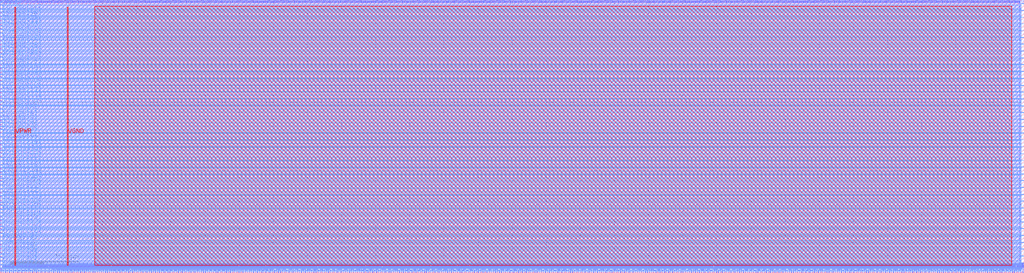
<source format=lef>
VERSION 5.7 ;
  NOWIREEXTENSIONATPIN ON ;
  DIVIDERCHAR "/" ;
  BUSBITCHARS "[]" ;
MACRO multi_project_harness
  CLASS BLOCK ;
  FOREIGN multi_project_harness ;
  ORIGIN 0.000 0.000 ;
  SIZE 1500.000 BY 400.000 ;
  PIN io_in[0]
    DIRECTION INPUT ;
    PORT
      LAYER met3 ;
        RECT 1496.000 4.800 1500.000 5.400 ;
    END
  END io_in[0]
  PIN io_in[10]
    DIRECTION INPUT ;
    PORT
      LAYER met3 ;
        RECT 1496.000 104.760 1500.000 105.360 ;
    END
  END io_in[10]
  PIN io_in[11]
    DIRECTION INPUT ;
    PORT
      LAYER met3 ;
        RECT 1496.000 114.280 1500.000 114.880 ;
    END
  END io_in[11]
  PIN io_in[12]
    DIRECTION INPUT ;
    PORT
      LAYER met3 ;
        RECT 1496.000 124.480 1500.000 125.080 ;
    END
  END io_in[12]
  PIN io_in[13]
    DIRECTION INPUT ;
    PORT
      LAYER met3 ;
        RECT 1496.000 134.680 1500.000 135.280 ;
    END
  END io_in[13]
  PIN io_in[14]
    DIRECTION INPUT ;
    PORT
      LAYER met3 ;
        RECT 1496.000 144.200 1500.000 144.800 ;
    END
  END io_in[14]
  PIN io_in[15]
    DIRECTION INPUT ;
    PORT
      LAYER met3 ;
        RECT 1496.000 154.400 1500.000 155.000 ;
    END
  END io_in[15]
  PIN io_in[16]
    DIRECTION INPUT ;
    PORT
      LAYER met3 ;
        RECT 1496.000 164.600 1500.000 165.200 ;
    END
  END io_in[16]
  PIN io_in[17]
    DIRECTION INPUT ;
    PORT
      LAYER met3 ;
        RECT 1496.000 174.120 1500.000 174.720 ;
    END
  END io_in[17]
  PIN io_in[18]
    DIRECTION INPUT ;
    PORT
      LAYER met3 ;
        RECT 1496.000 184.320 1500.000 184.920 ;
    END
  END io_in[18]
  PIN io_in[19]
    DIRECTION INPUT ;
    PORT
      LAYER met3 ;
        RECT 1496.000 194.520 1500.000 195.120 ;
    END
  END io_in[19]
  PIN io_in[1]
    DIRECTION INPUT ;
    PORT
      LAYER met3 ;
        RECT 1496.000 14.320 1500.000 14.920 ;
    END
  END io_in[1]
  PIN io_in[20]
    DIRECTION INPUT ;
    PORT
      LAYER met3 ;
        RECT 1496.000 204.720 1500.000 205.320 ;
    END
  END io_in[20]
  PIN io_in[21]
    DIRECTION INPUT ;
    PORT
      LAYER met3 ;
        RECT 1496.000 214.240 1500.000 214.840 ;
    END
  END io_in[21]
  PIN io_in[22]
    DIRECTION INPUT ;
    PORT
      LAYER met3 ;
        RECT 1496.000 224.440 1500.000 225.040 ;
    END
  END io_in[22]
  PIN io_in[23]
    DIRECTION INPUT ;
    PORT
      LAYER met3 ;
        RECT 1496.000 234.640 1500.000 235.240 ;
    END
  END io_in[23]
  PIN io_in[24]
    DIRECTION INPUT ;
    PORT
      LAYER met3 ;
        RECT 1496.000 244.160 1500.000 244.760 ;
    END
  END io_in[24]
  PIN io_in[25]
    DIRECTION INPUT ;
    PORT
      LAYER met3 ;
        RECT 1496.000 254.360 1500.000 254.960 ;
    END
  END io_in[25]
  PIN io_in[26]
    DIRECTION INPUT ;
    PORT
      LAYER met3 ;
        RECT 1496.000 264.560 1500.000 265.160 ;
    END
  END io_in[26]
  PIN io_in[27]
    DIRECTION INPUT ;
    PORT
      LAYER met3 ;
        RECT 1496.000 274.080 1500.000 274.680 ;
    END
  END io_in[27]
  PIN io_in[28]
    DIRECTION INPUT ;
    PORT
      LAYER met3 ;
        RECT 1496.000 284.280 1500.000 284.880 ;
    END
  END io_in[28]
  PIN io_in[29]
    DIRECTION INPUT ;
    PORT
      LAYER met3 ;
        RECT 1496.000 294.480 1500.000 295.080 ;
    END
  END io_in[29]
  PIN io_in[2]
    DIRECTION INPUT ;
    PORT
      LAYER met3 ;
        RECT 1496.000 24.520 1500.000 25.120 ;
    END
  END io_in[2]
  PIN io_in[30]
    DIRECTION INPUT ;
    PORT
      LAYER met3 ;
        RECT 1496.000 304.680 1500.000 305.280 ;
    END
  END io_in[30]
  PIN io_in[31]
    DIRECTION INPUT ;
    PORT
      LAYER met3 ;
        RECT 1496.000 314.200 1500.000 314.800 ;
    END
  END io_in[31]
  PIN io_in[32]
    DIRECTION INPUT ;
    PORT
      LAYER met3 ;
        RECT 1496.000 324.400 1500.000 325.000 ;
    END
  END io_in[32]
  PIN io_in[33]
    DIRECTION INPUT ;
    PORT
      LAYER met3 ;
        RECT 1496.000 334.600 1500.000 335.200 ;
    END
  END io_in[33]
  PIN io_in[34]
    DIRECTION INPUT ;
    PORT
      LAYER met3 ;
        RECT 1496.000 344.120 1500.000 344.720 ;
    END
  END io_in[34]
  PIN io_in[35]
    DIRECTION INPUT ;
    PORT
      LAYER met3 ;
        RECT 1496.000 354.320 1500.000 354.920 ;
    END
  END io_in[35]
  PIN io_in[36]
    DIRECTION INPUT ;
    PORT
      LAYER met3 ;
        RECT 1496.000 364.520 1500.000 365.120 ;
    END
  END io_in[36]
  PIN io_in[37]
    DIRECTION INPUT ;
    PORT
      LAYER met3 ;
        RECT 1496.000 374.040 1500.000 374.640 ;
    END
  END io_in[37]
  PIN io_in[3]
    DIRECTION INPUT ;
    PORT
      LAYER met3 ;
        RECT 1496.000 34.720 1500.000 35.320 ;
    END
  END io_in[3]
  PIN io_in[4]
    DIRECTION INPUT ;
    PORT
      LAYER met3 ;
        RECT 1496.000 44.240 1500.000 44.840 ;
    END
  END io_in[4]
  PIN io_in[5]
    DIRECTION INPUT ;
    PORT
      LAYER met3 ;
        RECT 1496.000 54.440 1500.000 55.040 ;
    END
  END io_in[5]
  PIN io_in[6]
    DIRECTION INPUT ;
    PORT
      LAYER met3 ;
        RECT 1496.000 64.640 1500.000 65.240 ;
    END
  END io_in[6]
  PIN io_in[7]
    DIRECTION INPUT ;
    PORT
      LAYER met3 ;
        RECT 1496.000 74.160 1500.000 74.760 ;
    END
  END io_in[7]
  PIN io_in[8]
    DIRECTION INPUT ;
    PORT
      LAYER met3 ;
        RECT 1496.000 84.360 1500.000 84.960 ;
    END
  END io_in[8]
  PIN io_in[9]
    DIRECTION INPUT ;
    PORT
      LAYER met3 ;
        RECT 1496.000 94.560 1500.000 95.160 ;
    END
  END io_in[9]
  PIN io_oeb[0]
    DIRECTION OUTPUT TRISTATE ;
    PORT
      LAYER met3 ;
        RECT 0.000 193.840 4.000 194.440 ;
    END
  END io_oeb[0]
  PIN io_oeb[10]
    DIRECTION OUTPUT TRISTATE ;
    PORT
      LAYER met3 ;
        RECT 0.000 244.840 4.000 245.440 ;
    END
  END io_oeb[10]
  PIN io_oeb[11]
    DIRECTION OUTPUT TRISTATE ;
    PORT
      LAYER met3 ;
        RECT 0.000 249.600 4.000 250.200 ;
    END
  END io_oeb[11]
  PIN io_oeb[12]
    DIRECTION OUTPUT TRISTATE ;
    PORT
      LAYER met3 ;
        RECT 0.000 255.040 4.000 255.640 ;
    END
  END io_oeb[12]
  PIN io_oeb[13]
    DIRECTION OUTPUT TRISTATE ;
    PORT
      LAYER met3 ;
        RECT 0.000 259.800 4.000 260.400 ;
    END
  END io_oeb[13]
  PIN io_oeb[14]
    DIRECTION OUTPUT TRISTATE ;
    PORT
      LAYER met3 ;
        RECT 0.000 265.240 4.000 265.840 ;
    END
  END io_oeb[14]
  PIN io_oeb[15]
    DIRECTION OUTPUT TRISTATE ;
    PORT
      LAYER met3 ;
        RECT 0.000 270.000 4.000 270.600 ;
    END
  END io_oeb[15]
  PIN io_oeb[16]
    DIRECTION OUTPUT TRISTATE ;
    PORT
      LAYER met3 ;
        RECT 0.000 274.760 4.000 275.360 ;
    END
  END io_oeb[16]
  PIN io_oeb[17]
    DIRECTION OUTPUT TRISTATE ;
    PORT
      LAYER met3 ;
        RECT 0.000 280.200 4.000 280.800 ;
    END
  END io_oeb[17]
  PIN io_oeb[18]
    DIRECTION OUTPUT TRISTATE ;
    PORT
      LAYER met3 ;
        RECT 0.000 284.960 4.000 285.560 ;
    END
  END io_oeb[18]
  PIN io_oeb[19]
    DIRECTION OUTPUT TRISTATE ;
    PORT
      LAYER met3 ;
        RECT 0.000 290.400 4.000 291.000 ;
    END
  END io_oeb[19]
  PIN io_oeb[1]
    DIRECTION OUTPUT TRISTATE ;
    PORT
      LAYER met3 ;
        RECT 0.000 199.280 4.000 199.880 ;
    END
  END io_oeb[1]
  PIN io_oeb[20]
    DIRECTION OUTPUT TRISTATE ;
    PORT
      LAYER met3 ;
        RECT 0.000 295.160 4.000 295.760 ;
    END
  END io_oeb[20]
  PIN io_oeb[21]
    DIRECTION OUTPUT TRISTATE ;
    PORT
      LAYER met3 ;
        RECT 0.000 300.600 4.000 301.200 ;
    END
  END io_oeb[21]
  PIN io_oeb[22]
    DIRECTION OUTPUT TRISTATE ;
    PORT
      LAYER met3 ;
        RECT 0.000 305.360 4.000 305.960 ;
    END
  END io_oeb[22]
  PIN io_oeb[23]
    DIRECTION OUTPUT TRISTATE ;
    PORT
      LAYER met3 ;
        RECT 0.000 310.800 4.000 311.400 ;
    END
  END io_oeb[23]
  PIN io_oeb[24]
    DIRECTION OUTPUT TRISTATE ;
    PORT
      LAYER met3 ;
        RECT 0.000 315.560 4.000 316.160 ;
    END
  END io_oeb[24]
  PIN io_oeb[25]
    DIRECTION OUTPUT TRISTATE ;
    PORT
      LAYER met3 ;
        RECT 0.000 320.320 4.000 320.920 ;
    END
  END io_oeb[25]
  PIN io_oeb[26]
    DIRECTION OUTPUT TRISTATE ;
    PORT
      LAYER met3 ;
        RECT 0.000 325.760 4.000 326.360 ;
    END
  END io_oeb[26]
  PIN io_oeb[27]
    DIRECTION OUTPUT TRISTATE ;
    PORT
      LAYER met3 ;
        RECT 0.000 330.520 4.000 331.120 ;
    END
  END io_oeb[27]
  PIN io_oeb[28]
    DIRECTION OUTPUT TRISTATE ;
    PORT
      LAYER met3 ;
        RECT 0.000 335.960 4.000 336.560 ;
    END
  END io_oeb[28]
  PIN io_oeb[29]
    DIRECTION OUTPUT TRISTATE ;
    PORT
      LAYER met3 ;
        RECT 0.000 340.720 4.000 341.320 ;
    END
  END io_oeb[29]
  PIN io_oeb[2]
    DIRECTION OUTPUT TRISTATE ;
    PORT
      LAYER met3 ;
        RECT 0.000 204.040 4.000 204.640 ;
    END
  END io_oeb[2]
  PIN io_oeb[30]
    DIRECTION OUTPUT TRISTATE ;
    PORT
      LAYER met3 ;
        RECT 0.000 346.160 4.000 346.760 ;
    END
  END io_oeb[30]
  PIN io_oeb[31]
    DIRECTION OUTPUT TRISTATE ;
    PORT
      LAYER met3 ;
        RECT 0.000 350.920 4.000 351.520 ;
    END
  END io_oeb[31]
  PIN io_oeb[32]
    DIRECTION OUTPUT TRISTATE ;
    PORT
      LAYER met3 ;
        RECT 0.000 356.360 4.000 356.960 ;
    END
  END io_oeb[32]
  PIN io_oeb[33]
    DIRECTION OUTPUT TRISTATE ;
    PORT
      LAYER met3 ;
        RECT 0.000 361.120 4.000 361.720 ;
    END
  END io_oeb[33]
  PIN io_oeb[34]
    DIRECTION OUTPUT TRISTATE ;
    PORT
      LAYER met3 ;
        RECT 0.000 365.880 4.000 366.480 ;
    END
  END io_oeb[34]
  PIN io_oeb[35]
    DIRECTION OUTPUT TRISTATE ;
    PORT
      LAYER met3 ;
        RECT 0.000 371.320 4.000 371.920 ;
    END
  END io_oeb[35]
  PIN io_oeb[36]
    DIRECTION OUTPUT TRISTATE ;
    PORT
      LAYER met3 ;
        RECT 0.000 376.080 4.000 376.680 ;
    END
  END io_oeb[36]
  PIN io_oeb[37]
    DIRECTION OUTPUT TRISTATE ;
    PORT
      LAYER met3 ;
        RECT 0.000 381.520 4.000 382.120 ;
    END
  END io_oeb[37]
  PIN io_oeb[3]
    DIRECTION OUTPUT TRISTATE ;
    PORT
      LAYER met3 ;
        RECT 0.000 209.480 4.000 210.080 ;
    END
  END io_oeb[3]
  PIN io_oeb[4]
    DIRECTION OUTPUT TRISTATE ;
    PORT
      LAYER met3 ;
        RECT 0.000 214.240 4.000 214.840 ;
    END
  END io_oeb[4]
  PIN io_oeb[5]
    DIRECTION OUTPUT TRISTATE ;
    PORT
      LAYER met3 ;
        RECT 0.000 219.680 4.000 220.280 ;
    END
  END io_oeb[5]
  PIN io_oeb[6]
    DIRECTION OUTPUT TRISTATE ;
    PORT
      LAYER met3 ;
        RECT 0.000 224.440 4.000 225.040 ;
    END
  END io_oeb[6]
  PIN io_oeb[7]
    DIRECTION OUTPUT TRISTATE ;
    PORT
      LAYER met3 ;
        RECT 0.000 229.200 4.000 229.800 ;
    END
  END io_oeb[7]
  PIN io_oeb[8]
    DIRECTION OUTPUT TRISTATE ;
    PORT
      LAYER met3 ;
        RECT 0.000 234.640 4.000 235.240 ;
    END
  END io_oeb[8]
  PIN io_oeb[9]
    DIRECTION OUTPUT TRISTATE ;
    PORT
      LAYER met3 ;
        RECT 0.000 239.400 4.000 240.000 ;
    END
  END io_oeb[9]
  PIN io_out[0]
    DIRECTION OUTPUT TRISTATE ;
    PORT
      LAYER met3 ;
        RECT 0.000 2.080 4.000 2.680 ;
    END
  END io_out[0]
  PIN io_out[10]
    DIRECTION OUTPUT TRISTATE ;
    PORT
      LAYER met3 ;
        RECT 0.000 52.400 4.000 53.000 ;
    END
  END io_out[10]
  PIN io_out[11]
    DIRECTION OUTPUT TRISTATE ;
    PORT
      LAYER met3 ;
        RECT 0.000 57.160 4.000 57.760 ;
    END
  END io_out[11]
  PIN io_out[12]
    DIRECTION OUTPUT TRISTATE ;
    PORT
      LAYER met3 ;
        RECT 0.000 62.600 4.000 63.200 ;
    END
  END io_out[12]
  PIN io_out[13]
    DIRECTION OUTPUT TRISTATE ;
    PORT
      LAYER met3 ;
        RECT 0.000 67.360 4.000 67.960 ;
    END
  END io_out[13]
  PIN io_out[14]
    DIRECTION OUTPUT TRISTATE ;
    PORT
      LAYER met3 ;
        RECT 0.000 72.800 4.000 73.400 ;
    END
  END io_out[14]
  PIN io_out[15]
    DIRECTION OUTPUT TRISTATE ;
    PORT
      LAYER met3 ;
        RECT 0.000 77.560 4.000 78.160 ;
    END
  END io_out[15]
  PIN io_out[16]
    DIRECTION OUTPUT TRISTATE ;
    PORT
      LAYER met3 ;
        RECT 0.000 83.000 4.000 83.600 ;
    END
  END io_out[16]
  PIN io_out[17]
    DIRECTION OUTPUT TRISTATE ;
    PORT
      LAYER met3 ;
        RECT 0.000 87.760 4.000 88.360 ;
    END
  END io_out[17]
  PIN io_out[18]
    DIRECTION OUTPUT TRISTATE ;
    PORT
      LAYER met3 ;
        RECT 0.000 92.520 4.000 93.120 ;
    END
  END io_out[18]
  PIN io_out[19]
    DIRECTION OUTPUT TRISTATE ;
    PORT
      LAYER met3 ;
        RECT 0.000 97.960 4.000 98.560 ;
    END
  END io_out[19]
  PIN io_out[1]
    DIRECTION OUTPUT TRISTATE ;
    PORT
      LAYER met3 ;
        RECT 0.000 6.840 4.000 7.440 ;
    END
  END io_out[1]
  PIN io_out[20]
    DIRECTION OUTPUT TRISTATE ;
    PORT
      LAYER met3 ;
        RECT 0.000 102.720 4.000 103.320 ;
    END
  END io_out[20]
  PIN io_out[21]
    DIRECTION OUTPUT TRISTATE ;
    PORT
      LAYER met3 ;
        RECT 0.000 108.160 4.000 108.760 ;
    END
  END io_out[21]
  PIN io_out[22]
    DIRECTION OUTPUT TRISTATE ;
    PORT
      LAYER met3 ;
        RECT 0.000 112.920 4.000 113.520 ;
    END
  END io_out[22]
  PIN io_out[23]
    DIRECTION OUTPUT TRISTATE ;
    PORT
      LAYER met3 ;
        RECT 0.000 118.360 4.000 118.960 ;
    END
  END io_out[23]
  PIN io_out[24]
    DIRECTION OUTPUT TRISTATE ;
    PORT
      LAYER met3 ;
        RECT 0.000 123.120 4.000 123.720 ;
    END
  END io_out[24]
  PIN io_out[25]
    DIRECTION OUTPUT TRISTATE ;
    PORT
      LAYER met3 ;
        RECT 0.000 128.560 4.000 129.160 ;
    END
  END io_out[25]
  PIN io_out[26]
    DIRECTION OUTPUT TRISTATE ;
    PORT
      LAYER met3 ;
        RECT 0.000 133.320 4.000 133.920 ;
    END
  END io_out[26]
  PIN io_out[27]
    DIRECTION OUTPUT TRISTATE ;
    PORT
      LAYER met3 ;
        RECT 0.000 138.080 4.000 138.680 ;
    END
  END io_out[27]
  PIN io_out[28]
    DIRECTION OUTPUT TRISTATE ;
    PORT
      LAYER met3 ;
        RECT 0.000 143.520 4.000 144.120 ;
    END
  END io_out[28]
  PIN io_out[29]
    DIRECTION OUTPUT TRISTATE ;
    PORT
      LAYER met3 ;
        RECT 0.000 148.280 4.000 148.880 ;
    END
  END io_out[29]
  PIN io_out[2]
    DIRECTION OUTPUT TRISTATE ;
    PORT
      LAYER met3 ;
        RECT 0.000 11.600 4.000 12.200 ;
    END
  END io_out[2]
  PIN io_out[30]
    DIRECTION OUTPUT TRISTATE ;
    PORT
      LAYER met3 ;
        RECT 0.000 153.720 4.000 154.320 ;
    END
  END io_out[30]
  PIN io_out[31]
    DIRECTION OUTPUT TRISTATE ;
    PORT
      LAYER met3 ;
        RECT 0.000 158.480 4.000 159.080 ;
    END
  END io_out[31]
  PIN io_out[32]
    DIRECTION OUTPUT TRISTATE ;
    PORT
      LAYER met3 ;
        RECT 0.000 163.920 4.000 164.520 ;
    END
  END io_out[32]
  PIN io_out[33]
    DIRECTION OUTPUT TRISTATE ;
    PORT
      LAYER met3 ;
        RECT 0.000 168.680 4.000 169.280 ;
    END
  END io_out[33]
  PIN io_out[34]
    DIRECTION OUTPUT TRISTATE ;
    PORT
      LAYER met3 ;
        RECT 0.000 174.120 4.000 174.720 ;
    END
  END io_out[34]
  PIN io_out[35]
    DIRECTION OUTPUT TRISTATE ;
    PORT
      LAYER met3 ;
        RECT 0.000 178.880 4.000 179.480 ;
    END
  END io_out[35]
  PIN io_out[36]
    DIRECTION OUTPUT TRISTATE ;
    PORT
      LAYER met3 ;
        RECT 0.000 183.640 4.000 184.240 ;
    END
  END io_out[36]
  PIN io_out[37]
    DIRECTION OUTPUT TRISTATE ;
    PORT
      LAYER met3 ;
        RECT 0.000 189.080 4.000 189.680 ;
    END
  END io_out[37]
  PIN io_out[3]
    DIRECTION OUTPUT TRISTATE ;
    PORT
      LAYER met3 ;
        RECT 0.000 17.040 4.000 17.640 ;
    END
  END io_out[3]
  PIN io_out[4]
    DIRECTION OUTPUT TRISTATE ;
    PORT
      LAYER met3 ;
        RECT 0.000 21.800 4.000 22.400 ;
    END
  END io_out[4]
  PIN io_out[5]
    DIRECTION OUTPUT TRISTATE ;
    PORT
      LAYER met3 ;
        RECT 0.000 27.240 4.000 27.840 ;
    END
  END io_out[5]
  PIN io_out[6]
    DIRECTION OUTPUT TRISTATE ;
    PORT
      LAYER met3 ;
        RECT 0.000 32.000 4.000 32.600 ;
    END
  END io_out[6]
  PIN io_out[7]
    DIRECTION OUTPUT TRISTATE ;
    PORT
      LAYER met3 ;
        RECT 0.000 37.440 4.000 38.040 ;
    END
  END io_out[7]
  PIN io_out[8]
    DIRECTION OUTPUT TRISTATE ;
    PORT
      LAYER met3 ;
        RECT 0.000 42.200 4.000 42.800 ;
    END
  END io_out[8]
  PIN io_out[9]
    DIRECTION OUTPUT TRISTATE ;
    PORT
      LAYER met3 ;
        RECT 0.000 46.960 4.000 47.560 ;
    END
  END io_out[9]
  PIN la_data_in[0]
    DIRECTION INPUT ;
    PORT
      LAYER met2 ;
        RECT 325.310 0.000 325.590 4.000 ;
    END
  END la_data_in[0]
  PIN la_data_in[100]
    DIRECTION INPUT ;
    PORT
      LAYER met2 ;
        RECT 1241.630 0.000 1241.910 4.000 ;
    END
  END la_data_in[100]
  PIN la_data_in[101]
    DIRECTION INPUT ;
    PORT
      LAYER met2 ;
        RECT 1250.830 0.000 1251.110 4.000 ;
    END
  END la_data_in[101]
  PIN la_data_in[102]
    DIRECTION INPUT ;
    PORT
      LAYER met2 ;
        RECT 1260.030 0.000 1260.310 4.000 ;
    END
  END la_data_in[102]
  PIN la_data_in[103]
    DIRECTION INPUT ;
    PORT
      LAYER met2 ;
        RECT 1269.230 0.000 1269.510 4.000 ;
    END
  END la_data_in[103]
  PIN la_data_in[104]
    DIRECTION INPUT ;
    PORT
      LAYER met2 ;
        RECT 1278.430 0.000 1278.710 4.000 ;
    END
  END la_data_in[104]
  PIN la_data_in[105]
    DIRECTION INPUT ;
    PORT
      LAYER met2 ;
        RECT 1287.630 0.000 1287.910 4.000 ;
    END
  END la_data_in[105]
  PIN la_data_in[106]
    DIRECTION INPUT ;
    PORT
      LAYER met2 ;
        RECT 1296.830 0.000 1297.110 4.000 ;
    END
  END la_data_in[106]
  PIN la_data_in[107]
    DIRECTION INPUT ;
    PORT
      LAYER met2 ;
        RECT 1305.570 0.000 1305.850 4.000 ;
    END
  END la_data_in[107]
  PIN la_data_in[108]
    DIRECTION INPUT ;
    PORT
      LAYER met2 ;
        RECT 1314.770 0.000 1315.050 4.000 ;
    END
  END la_data_in[108]
  PIN la_data_in[109]
    DIRECTION INPUT ;
    PORT
      LAYER met2 ;
        RECT 1323.970 0.000 1324.250 4.000 ;
    END
  END la_data_in[109]
  PIN la_data_in[10]
    DIRECTION INPUT ;
    PORT
      LAYER met2 ;
        RECT 416.850 0.000 417.130 4.000 ;
    END
  END la_data_in[10]
  PIN la_data_in[110]
    DIRECTION INPUT ;
    PORT
      LAYER met2 ;
        RECT 1333.170 0.000 1333.450 4.000 ;
    END
  END la_data_in[110]
  PIN la_data_in[111]
    DIRECTION INPUT ;
    PORT
      LAYER met2 ;
        RECT 1342.370 0.000 1342.650 4.000 ;
    END
  END la_data_in[111]
  PIN la_data_in[112]
    DIRECTION INPUT ;
    PORT
      LAYER met2 ;
        RECT 1351.570 0.000 1351.850 4.000 ;
    END
  END la_data_in[112]
  PIN la_data_in[113]
    DIRECTION INPUT ;
    PORT
      LAYER met2 ;
        RECT 1360.770 0.000 1361.050 4.000 ;
    END
  END la_data_in[113]
  PIN la_data_in[114]
    DIRECTION INPUT ;
    PORT
      LAYER met2 ;
        RECT 1369.970 0.000 1370.250 4.000 ;
    END
  END la_data_in[114]
  PIN la_data_in[115]
    DIRECTION INPUT ;
    PORT
      LAYER met2 ;
        RECT 1379.170 0.000 1379.450 4.000 ;
    END
  END la_data_in[115]
  PIN la_data_in[116]
    DIRECTION INPUT ;
    PORT
      LAYER met2 ;
        RECT 1388.370 0.000 1388.650 4.000 ;
    END
  END la_data_in[116]
  PIN la_data_in[117]
    DIRECTION INPUT ;
    PORT
      LAYER met2 ;
        RECT 1397.570 0.000 1397.850 4.000 ;
    END
  END la_data_in[117]
  PIN la_data_in[118]
    DIRECTION INPUT ;
    PORT
      LAYER met2 ;
        RECT 1406.770 0.000 1407.050 4.000 ;
    END
  END la_data_in[118]
  PIN la_data_in[119]
    DIRECTION INPUT ;
    PORT
      LAYER met2 ;
        RECT 1415.970 0.000 1416.250 4.000 ;
    END
  END la_data_in[119]
  PIN la_data_in[11]
    DIRECTION INPUT ;
    PORT
      LAYER met2 ;
        RECT 426.050 0.000 426.330 4.000 ;
    END
  END la_data_in[11]
  PIN la_data_in[120]
    DIRECTION INPUT ;
    PORT
      LAYER met2 ;
        RECT 1424.710 0.000 1424.990 4.000 ;
    END
  END la_data_in[120]
  PIN la_data_in[121]
    DIRECTION INPUT ;
    PORT
      LAYER met2 ;
        RECT 1433.910 0.000 1434.190 4.000 ;
    END
  END la_data_in[121]
  PIN la_data_in[122]
    DIRECTION INPUT ;
    PORT
      LAYER met2 ;
        RECT 1443.110 0.000 1443.390 4.000 ;
    END
  END la_data_in[122]
  PIN la_data_in[123]
    DIRECTION INPUT ;
    PORT
      LAYER met2 ;
        RECT 1452.310 0.000 1452.590 4.000 ;
    END
  END la_data_in[123]
  PIN la_data_in[124]
    DIRECTION INPUT ;
    PORT
      LAYER met2 ;
        RECT 1461.510 0.000 1461.790 4.000 ;
    END
  END la_data_in[124]
  PIN la_data_in[125]
    DIRECTION INPUT ;
    PORT
      LAYER met2 ;
        RECT 1470.710 0.000 1470.990 4.000 ;
    END
  END la_data_in[125]
  PIN la_data_in[126]
    DIRECTION INPUT ;
    PORT
      LAYER met2 ;
        RECT 1479.910 0.000 1480.190 4.000 ;
    END
  END la_data_in[126]
  PIN la_data_in[127]
    DIRECTION INPUT ;
    PORT
      LAYER met2 ;
        RECT 1489.110 0.000 1489.390 4.000 ;
    END
  END la_data_in[127]
  PIN la_data_in[12]
    DIRECTION INPUT ;
    PORT
      LAYER met2 ;
        RECT 435.250 0.000 435.530 4.000 ;
    END
  END la_data_in[12]
  PIN la_data_in[13]
    DIRECTION INPUT ;
    PORT
      LAYER met2 ;
        RECT 444.450 0.000 444.730 4.000 ;
    END
  END la_data_in[13]
  PIN la_data_in[14]
    DIRECTION INPUT ;
    PORT
      LAYER met2 ;
        RECT 453.190 0.000 453.470 4.000 ;
    END
  END la_data_in[14]
  PIN la_data_in[15]
    DIRECTION INPUT ;
    PORT
      LAYER met2 ;
        RECT 462.390 0.000 462.670 4.000 ;
    END
  END la_data_in[15]
  PIN la_data_in[16]
    DIRECTION INPUT ;
    PORT
      LAYER met2 ;
        RECT 471.590 0.000 471.870 4.000 ;
    END
  END la_data_in[16]
  PIN la_data_in[17]
    DIRECTION INPUT ;
    PORT
      LAYER met2 ;
        RECT 480.790 0.000 481.070 4.000 ;
    END
  END la_data_in[17]
  PIN la_data_in[18]
    DIRECTION INPUT ;
    PORT
      LAYER met2 ;
        RECT 489.990 0.000 490.270 4.000 ;
    END
  END la_data_in[18]
  PIN la_data_in[19]
    DIRECTION INPUT ;
    PORT
      LAYER met2 ;
        RECT 499.190 0.000 499.470 4.000 ;
    END
  END la_data_in[19]
  PIN la_data_in[1]
    DIRECTION INPUT ;
    PORT
      LAYER met2 ;
        RECT 334.050 0.000 334.330 4.000 ;
    END
  END la_data_in[1]
  PIN la_data_in[20]
    DIRECTION INPUT ;
    PORT
      LAYER met2 ;
        RECT 508.390 0.000 508.670 4.000 ;
    END
  END la_data_in[20]
  PIN la_data_in[21]
    DIRECTION INPUT ;
    PORT
      LAYER met2 ;
        RECT 517.590 0.000 517.870 4.000 ;
    END
  END la_data_in[21]
  PIN la_data_in[22]
    DIRECTION INPUT ;
    PORT
      LAYER met2 ;
        RECT 526.790 0.000 527.070 4.000 ;
    END
  END la_data_in[22]
  PIN la_data_in[23]
    DIRECTION INPUT ;
    PORT
      LAYER met2 ;
        RECT 535.990 0.000 536.270 4.000 ;
    END
  END la_data_in[23]
  PIN la_data_in[24]
    DIRECTION INPUT ;
    PORT
      LAYER met2 ;
        RECT 545.190 0.000 545.470 4.000 ;
    END
  END la_data_in[24]
  PIN la_data_in[25]
    DIRECTION INPUT ;
    PORT
      LAYER met2 ;
        RECT 554.390 0.000 554.670 4.000 ;
    END
  END la_data_in[25]
  PIN la_data_in[26]
    DIRECTION INPUT ;
    PORT
      LAYER met2 ;
        RECT 563.590 0.000 563.870 4.000 ;
    END
  END la_data_in[26]
  PIN la_data_in[27]
    DIRECTION INPUT ;
    PORT
      LAYER met2 ;
        RECT 572.330 0.000 572.610 4.000 ;
    END
  END la_data_in[27]
  PIN la_data_in[28]
    DIRECTION INPUT ;
    PORT
      LAYER met2 ;
        RECT 581.530 0.000 581.810 4.000 ;
    END
  END la_data_in[28]
  PIN la_data_in[29]
    DIRECTION INPUT ;
    PORT
      LAYER met2 ;
        RECT 590.730 0.000 591.010 4.000 ;
    END
  END la_data_in[29]
  PIN la_data_in[2]
    DIRECTION INPUT ;
    PORT
      LAYER met2 ;
        RECT 343.250 0.000 343.530 4.000 ;
    END
  END la_data_in[2]
  PIN la_data_in[30]
    DIRECTION INPUT ;
    PORT
      LAYER met2 ;
        RECT 599.930 0.000 600.210 4.000 ;
    END
  END la_data_in[30]
  PIN la_data_in[31]
    DIRECTION INPUT ;
    PORT
      LAYER met2 ;
        RECT 609.130 0.000 609.410 4.000 ;
    END
  END la_data_in[31]
  PIN la_data_in[32]
    DIRECTION INPUT ;
    PORT
      LAYER met2 ;
        RECT 618.330 0.000 618.610 4.000 ;
    END
  END la_data_in[32]
  PIN la_data_in[33]
    DIRECTION INPUT ;
    PORT
      LAYER met2 ;
        RECT 627.530 0.000 627.810 4.000 ;
    END
  END la_data_in[33]
  PIN la_data_in[34]
    DIRECTION INPUT ;
    PORT
      LAYER met2 ;
        RECT 636.730 0.000 637.010 4.000 ;
    END
  END la_data_in[34]
  PIN la_data_in[35]
    DIRECTION INPUT ;
    PORT
      LAYER met2 ;
        RECT 645.930 0.000 646.210 4.000 ;
    END
  END la_data_in[35]
  PIN la_data_in[36]
    DIRECTION INPUT ;
    PORT
      LAYER met2 ;
        RECT 655.130 0.000 655.410 4.000 ;
    END
  END la_data_in[36]
  PIN la_data_in[37]
    DIRECTION INPUT ;
    PORT
      LAYER met2 ;
        RECT 664.330 0.000 664.610 4.000 ;
    END
  END la_data_in[37]
  PIN la_data_in[38]
    DIRECTION INPUT ;
    PORT
      LAYER met2 ;
        RECT 673.530 0.000 673.810 4.000 ;
    END
  END la_data_in[38]
  PIN la_data_in[39]
    DIRECTION INPUT ;
    PORT
      LAYER met2 ;
        RECT 682.730 0.000 683.010 4.000 ;
    END
  END la_data_in[39]
  PIN la_data_in[3]
    DIRECTION INPUT ;
    PORT
      LAYER met2 ;
        RECT 352.450 0.000 352.730 4.000 ;
    END
  END la_data_in[3]
  PIN la_data_in[40]
    DIRECTION INPUT ;
    PORT
      LAYER met2 ;
        RECT 691.470 0.000 691.750 4.000 ;
    END
  END la_data_in[40]
  PIN la_data_in[41]
    DIRECTION INPUT ;
    PORT
      LAYER met2 ;
        RECT 700.670 0.000 700.950 4.000 ;
    END
  END la_data_in[41]
  PIN la_data_in[42]
    DIRECTION INPUT ;
    PORT
      LAYER met2 ;
        RECT 709.870 0.000 710.150 4.000 ;
    END
  END la_data_in[42]
  PIN la_data_in[43]
    DIRECTION INPUT ;
    PORT
      LAYER met2 ;
        RECT 719.070 0.000 719.350 4.000 ;
    END
  END la_data_in[43]
  PIN la_data_in[44]
    DIRECTION INPUT ;
    PORT
      LAYER met2 ;
        RECT 728.270 0.000 728.550 4.000 ;
    END
  END la_data_in[44]
  PIN la_data_in[45]
    DIRECTION INPUT ;
    PORT
      LAYER met2 ;
        RECT 737.470 0.000 737.750 4.000 ;
    END
  END la_data_in[45]
  PIN la_data_in[46]
    DIRECTION INPUT ;
    PORT
      LAYER met2 ;
        RECT 746.670 0.000 746.950 4.000 ;
    END
  END la_data_in[46]
  PIN la_data_in[47]
    DIRECTION INPUT ;
    PORT
      LAYER met2 ;
        RECT 755.870 0.000 756.150 4.000 ;
    END
  END la_data_in[47]
  PIN la_data_in[48]
    DIRECTION INPUT ;
    PORT
      LAYER met2 ;
        RECT 765.070 0.000 765.350 4.000 ;
    END
  END la_data_in[48]
  PIN la_data_in[49]
    DIRECTION INPUT ;
    PORT
      LAYER met2 ;
        RECT 774.270 0.000 774.550 4.000 ;
    END
  END la_data_in[49]
  PIN la_data_in[4]
    DIRECTION INPUT ;
    PORT
      LAYER met2 ;
        RECT 361.650 0.000 361.930 4.000 ;
    END
  END la_data_in[4]
  PIN la_data_in[50]
    DIRECTION INPUT ;
    PORT
      LAYER met2 ;
        RECT 783.470 0.000 783.750 4.000 ;
    END
  END la_data_in[50]
  PIN la_data_in[51]
    DIRECTION INPUT ;
    PORT
      LAYER met2 ;
        RECT 792.670 0.000 792.950 4.000 ;
    END
  END la_data_in[51]
  PIN la_data_in[52]
    DIRECTION INPUT ;
    PORT
      LAYER met2 ;
        RECT 801.870 0.000 802.150 4.000 ;
    END
  END la_data_in[52]
  PIN la_data_in[53]
    DIRECTION INPUT ;
    PORT
      LAYER met2 ;
        RECT 811.070 0.000 811.350 4.000 ;
    END
  END la_data_in[53]
  PIN la_data_in[54]
    DIRECTION INPUT ;
    PORT
      LAYER met2 ;
        RECT 819.810 0.000 820.090 4.000 ;
    END
  END la_data_in[54]
  PIN la_data_in[55]
    DIRECTION INPUT ;
    PORT
      LAYER met2 ;
        RECT 829.010 0.000 829.290 4.000 ;
    END
  END la_data_in[55]
  PIN la_data_in[56]
    DIRECTION INPUT ;
    PORT
      LAYER met2 ;
        RECT 838.210 0.000 838.490 4.000 ;
    END
  END la_data_in[56]
  PIN la_data_in[57]
    DIRECTION INPUT ;
    PORT
      LAYER met2 ;
        RECT 847.410 0.000 847.690 4.000 ;
    END
  END la_data_in[57]
  PIN la_data_in[58]
    DIRECTION INPUT ;
    PORT
      LAYER met2 ;
        RECT 856.610 0.000 856.890 4.000 ;
    END
  END la_data_in[58]
  PIN la_data_in[59]
    DIRECTION INPUT ;
    PORT
      LAYER met2 ;
        RECT 865.810 0.000 866.090 4.000 ;
    END
  END la_data_in[59]
  PIN la_data_in[5]
    DIRECTION INPUT ;
    PORT
      LAYER met2 ;
        RECT 370.850 0.000 371.130 4.000 ;
    END
  END la_data_in[5]
  PIN la_data_in[60]
    DIRECTION INPUT ;
    PORT
      LAYER met2 ;
        RECT 875.010 0.000 875.290 4.000 ;
    END
  END la_data_in[60]
  PIN la_data_in[61]
    DIRECTION INPUT ;
    PORT
      LAYER met2 ;
        RECT 884.210 0.000 884.490 4.000 ;
    END
  END la_data_in[61]
  PIN la_data_in[62]
    DIRECTION INPUT ;
    PORT
      LAYER met2 ;
        RECT 893.410 0.000 893.690 4.000 ;
    END
  END la_data_in[62]
  PIN la_data_in[63]
    DIRECTION INPUT ;
    PORT
      LAYER met2 ;
        RECT 902.610 0.000 902.890 4.000 ;
    END
  END la_data_in[63]
  PIN la_data_in[64]
    DIRECTION INPUT ;
    PORT
      LAYER met2 ;
        RECT 911.810 0.000 912.090 4.000 ;
    END
  END la_data_in[64]
  PIN la_data_in[65]
    DIRECTION INPUT ;
    PORT
      LAYER met2 ;
        RECT 921.010 0.000 921.290 4.000 ;
    END
  END la_data_in[65]
  PIN la_data_in[66]
    DIRECTION INPUT ;
    PORT
      LAYER met2 ;
        RECT 930.210 0.000 930.490 4.000 ;
    END
  END la_data_in[66]
  PIN la_data_in[67]
    DIRECTION INPUT ;
    PORT
      LAYER met2 ;
        RECT 938.950 0.000 939.230 4.000 ;
    END
  END la_data_in[67]
  PIN la_data_in[68]
    DIRECTION INPUT ;
    PORT
      LAYER met2 ;
        RECT 948.150 0.000 948.430 4.000 ;
    END
  END la_data_in[68]
  PIN la_data_in[69]
    DIRECTION INPUT ;
    PORT
      LAYER met2 ;
        RECT 957.350 0.000 957.630 4.000 ;
    END
  END la_data_in[69]
  PIN la_data_in[6]
    DIRECTION INPUT ;
    PORT
      LAYER met2 ;
        RECT 380.050 0.000 380.330 4.000 ;
    END
  END la_data_in[6]
  PIN la_data_in[70]
    DIRECTION INPUT ;
    PORT
      LAYER met2 ;
        RECT 966.550 0.000 966.830 4.000 ;
    END
  END la_data_in[70]
  PIN la_data_in[71]
    DIRECTION INPUT ;
    PORT
      LAYER met2 ;
        RECT 975.750 0.000 976.030 4.000 ;
    END
  END la_data_in[71]
  PIN la_data_in[72]
    DIRECTION INPUT ;
    PORT
      LAYER met2 ;
        RECT 984.950 0.000 985.230 4.000 ;
    END
  END la_data_in[72]
  PIN la_data_in[73]
    DIRECTION INPUT ;
    PORT
      LAYER met2 ;
        RECT 994.150 0.000 994.430 4.000 ;
    END
  END la_data_in[73]
  PIN la_data_in[74]
    DIRECTION INPUT ;
    PORT
      LAYER met2 ;
        RECT 1003.350 0.000 1003.630 4.000 ;
    END
  END la_data_in[74]
  PIN la_data_in[75]
    DIRECTION INPUT ;
    PORT
      LAYER met2 ;
        RECT 1012.550 0.000 1012.830 4.000 ;
    END
  END la_data_in[75]
  PIN la_data_in[76]
    DIRECTION INPUT ;
    PORT
      LAYER met2 ;
        RECT 1021.750 0.000 1022.030 4.000 ;
    END
  END la_data_in[76]
  PIN la_data_in[77]
    DIRECTION INPUT ;
    PORT
      LAYER met2 ;
        RECT 1030.950 0.000 1031.230 4.000 ;
    END
  END la_data_in[77]
  PIN la_data_in[78]
    DIRECTION INPUT ;
    PORT
      LAYER met2 ;
        RECT 1040.150 0.000 1040.430 4.000 ;
    END
  END la_data_in[78]
  PIN la_data_in[79]
    DIRECTION INPUT ;
    PORT
      LAYER met2 ;
        RECT 1049.350 0.000 1049.630 4.000 ;
    END
  END la_data_in[79]
  PIN la_data_in[7]
    DIRECTION INPUT ;
    PORT
      LAYER met2 ;
        RECT 389.250 0.000 389.530 4.000 ;
    END
  END la_data_in[7]
  PIN la_data_in[80]
    DIRECTION INPUT ;
    PORT
      LAYER met2 ;
        RECT 1058.090 0.000 1058.370 4.000 ;
    END
  END la_data_in[80]
  PIN la_data_in[81]
    DIRECTION INPUT ;
    PORT
      LAYER met2 ;
        RECT 1067.290 0.000 1067.570 4.000 ;
    END
  END la_data_in[81]
  PIN la_data_in[82]
    DIRECTION INPUT ;
    PORT
      LAYER met2 ;
        RECT 1076.490 0.000 1076.770 4.000 ;
    END
  END la_data_in[82]
  PIN la_data_in[83]
    DIRECTION INPUT ;
    PORT
      LAYER met2 ;
        RECT 1085.690 0.000 1085.970 4.000 ;
    END
  END la_data_in[83]
  PIN la_data_in[84]
    DIRECTION INPUT ;
    PORT
      LAYER met2 ;
        RECT 1094.890 0.000 1095.170 4.000 ;
    END
  END la_data_in[84]
  PIN la_data_in[85]
    DIRECTION INPUT ;
    PORT
      LAYER met2 ;
        RECT 1104.090 0.000 1104.370 4.000 ;
    END
  END la_data_in[85]
  PIN la_data_in[86]
    DIRECTION INPUT ;
    PORT
      LAYER met2 ;
        RECT 1113.290 0.000 1113.570 4.000 ;
    END
  END la_data_in[86]
  PIN la_data_in[87]
    DIRECTION INPUT ;
    PORT
      LAYER met2 ;
        RECT 1122.490 0.000 1122.770 4.000 ;
    END
  END la_data_in[87]
  PIN la_data_in[88]
    DIRECTION INPUT ;
    PORT
      LAYER met2 ;
        RECT 1131.690 0.000 1131.970 4.000 ;
    END
  END la_data_in[88]
  PIN la_data_in[89]
    DIRECTION INPUT ;
    PORT
      LAYER met2 ;
        RECT 1140.890 0.000 1141.170 4.000 ;
    END
  END la_data_in[89]
  PIN la_data_in[8]
    DIRECTION INPUT ;
    PORT
      LAYER met2 ;
        RECT 398.450 0.000 398.730 4.000 ;
    END
  END la_data_in[8]
  PIN la_data_in[90]
    DIRECTION INPUT ;
    PORT
      LAYER met2 ;
        RECT 1150.090 0.000 1150.370 4.000 ;
    END
  END la_data_in[90]
  PIN la_data_in[91]
    DIRECTION INPUT ;
    PORT
      LAYER met2 ;
        RECT 1159.290 0.000 1159.570 4.000 ;
    END
  END la_data_in[91]
  PIN la_data_in[92]
    DIRECTION INPUT ;
    PORT
      LAYER met2 ;
        RECT 1168.490 0.000 1168.770 4.000 ;
    END
  END la_data_in[92]
  PIN la_data_in[93]
    DIRECTION INPUT ;
    PORT
      LAYER met2 ;
        RECT 1177.230 0.000 1177.510 4.000 ;
    END
  END la_data_in[93]
  PIN la_data_in[94]
    DIRECTION INPUT ;
    PORT
      LAYER met2 ;
        RECT 1186.430 0.000 1186.710 4.000 ;
    END
  END la_data_in[94]
  PIN la_data_in[95]
    DIRECTION INPUT ;
    PORT
      LAYER met2 ;
        RECT 1195.630 0.000 1195.910 4.000 ;
    END
  END la_data_in[95]
  PIN la_data_in[96]
    DIRECTION INPUT ;
    PORT
      LAYER met2 ;
        RECT 1204.830 0.000 1205.110 4.000 ;
    END
  END la_data_in[96]
  PIN la_data_in[97]
    DIRECTION INPUT ;
    PORT
      LAYER met2 ;
        RECT 1214.030 0.000 1214.310 4.000 ;
    END
  END la_data_in[97]
  PIN la_data_in[98]
    DIRECTION INPUT ;
    PORT
      LAYER met2 ;
        RECT 1223.230 0.000 1223.510 4.000 ;
    END
  END la_data_in[98]
  PIN la_data_in[99]
    DIRECTION INPUT ;
    PORT
      LAYER met2 ;
        RECT 1232.430 0.000 1232.710 4.000 ;
    END
  END la_data_in[99]
  PIN la_data_in[9]
    DIRECTION INPUT ;
    PORT
      LAYER met2 ;
        RECT 407.650 0.000 407.930 4.000 ;
    END
  END la_data_in[9]
  PIN la_data_out[0]
    DIRECTION OUTPUT TRISTATE ;
    PORT
      LAYER met2 ;
        RECT 328.070 0.000 328.350 4.000 ;
    END
  END la_data_out[0]
  PIN la_data_out[100]
    DIRECTION OUTPUT TRISTATE ;
    PORT
      LAYER met2 ;
        RECT 1244.850 0.000 1245.130 4.000 ;
    END
  END la_data_out[100]
  PIN la_data_out[101]
    DIRECTION OUTPUT TRISTATE ;
    PORT
      LAYER met2 ;
        RECT 1254.050 0.000 1254.330 4.000 ;
    END
  END la_data_out[101]
  PIN la_data_out[102]
    DIRECTION OUTPUT TRISTATE ;
    PORT
      LAYER met2 ;
        RECT 1262.790 0.000 1263.070 4.000 ;
    END
  END la_data_out[102]
  PIN la_data_out[103]
    DIRECTION OUTPUT TRISTATE ;
    PORT
      LAYER met2 ;
        RECT 1271.990 0.000 1272.270 4.000 ;
    END
  END la_data_out[103]
  PIN la_data_out[104]
    DIRECTION OUTPUT TRISTATE ;
    PORT
      LAYER met2 ;
        RECT 1281.190 0.000 1281.470 4.000 ;
    END
  END la_data_out[104]
  PIN la_data_out[105]
    DIRECTION OUTPUT TRISTATE ;
    PORT
      LAYER met2 ;
        RECT 1290.390 0.000 1290.670 4.000 ;
    END
  END la_data_out[105]
  PIN la_data_out[106]
    DIRECTION OUTPUT TRISTATE ;
    PORT
      LAYER met2 ;
        RECT 1299.590 0.000 1299.870 4.000 ;
    END
  END la_data_out[106]
  PIN la_data_out[107]
    DIRECTION OUTPUT TRISTATE ;
    PORT
      LAYER met2 ;
        RECT 1308.790 0.000 1309.070 4.000 ;
    END
  END la_data_out[107]
  PIN la_data_out[108]
    DIRECTION OUTPUT TRISTATE ;
    PORT
      LAYER met2 ;
        RECT 1317.990 0.000 1318.270 4.000 ;
    END
  END la_data_out[108]
  PIN la_data_out[109]
    DIRECTION OUTPUT TRISTATE ;
    PORT
      LAYER met2 ;
        RECT 1327.190 0.000 1327.470 4.000 ;
    END
  END la_data_out[109]
  PIN la_data_out[10]
    DIRECTION OUTPUT TRISTATE ;
    PORT
      LAYER met2 ;
        RECT 419.610 0.000 419.890 4.000 ;
    END
  END la_data_out[10]
  PIN la_data_out[110]
    DIRECTION OUTPUT TRISTATE ;
    PORT
      LAYER met2 ;
        RECT 1336.390 0.000 1336.670 4.000 ;
    END
  END la_data_out[110]
  PIN la_data_out[111]
    DIRECTION OUTPUT TRISTATE ;
    PORT
      LAYER met2 ;
        RECT 1345.590 0.000 1345.870 4.000 ;
    END
  END la_data_out[111]
  PIN la_data_out[112]
    DIRECTION OUTPUT TRISTATE ;
    PORT
      LAYER met2 ;
        RECT 1354.790 0.000 1355.070 4.000 ;
    END
  END la_data_out[112]
  PIN la_data_out[113]
    DIRECTION OUTPUT TRISTATE ;
    PORT
      LAYER met2 ;
        RECT 1363.990 0.000 1364.270 4.000 ;
    END
  END la_data_out[113]
  PIN la_data_out[114]
    DIRECTION OUTPUT TRISTATE ;
    PORT
      LAYER met2 ;
        RECT 1373.190 0.000 1373.470 4.000 ;
    END
  END la_data_out[114]
  PIN la_data_out[115]
    DIRECTION OUTPUT TRISTATE ;
    PORT
      LAYER met2 ;
        RECT 1381.930 0.000 1382.210 4.000 ;
    END
  END la_data_out[115]
  PIN la_data_out[116]
    DIRECTION OUTPUT TRISTATE ;
    PORT
      LAYER met2 ;
        RECT 1391.130 0.000 1391.410 4.000 ;
    END
  END la_data_out[116]
  PIN la_data_out[117]
    DIRECTION OUTPUT TRISTATE ;
    PORT
      LAYER met2 ;
        RECT 1400.330 0.000 1400.610 4.000 ;
    END
  END la_data_out[117]
  PIN la_data_out[118]
    DIRECTION OUTPUT TRISTATE ;
    PORT
      LAYER met2 ;
        RECT 1409.530 0.000 1409.810 4.000 ;
    END
  END la_data_out[118]
  PIN la_data_out[119]
    DIRECTION OUTPUT TRISTATE ;
    PORT
      LAYER met2 ;
        RECT 1418.730 0.000 1419.010 4.000 ;
    END
  END la_data_out[119]
  PIN la_data_out[11]
    DIRECTION OUTPUT TRISTATE ;
    PORT
      LAYER met2 ;
        RECT 428.810 0.000 429.090 4.000 ;
    END
  END la_data_out[11]
  PIN la_data_out[120]
    DIRECTION OUTPUT TRISTATE ;
    PORT
      LAYER met2 ;
        RECT 1427.930 0.000 1428.210 4.000 ;
    END
  END la_data_out[120]
  PIN la_data_out[121]
    DIRECTION OUTPUT TRISTATE ;
    PORT
      LAYER met2 ;
        RECT 1437.130 0.000 1437.410 4.000 ;
    END
  END la_data_out[121]
  PIN la_data_out[122]
    DIRECTION OUTPUT TRISTATE ;
    PORT
      LAYER met2 ;
        RECT 1446.330 0.000 1446.610 4.000 ;
    END
  END la_data_out[122]
  PIN la_data_out[123]
    DIRECTION OUTPUT TRISTATE ;
    PORT
      LAYER met2 ;
        RECT 1455.530 0.000 1455.810 4.000 ;
    END
  END la_data_out[123]
  PIN la_data_out[124]
    DIRECTION OUTPUT TRISTATE ;
    PORT
      LAYER met2 ;
        RECT 1464.730 0.000 1465.010 4.000 ;
    END
  END la_data_out[124]
  PIN la_data_out[125]
    DIRECTION OUTPUT TRISTATE ;
    PORT
      LAYER met2 ;
        RECT 1473.930 0.000 1474.210 4.000 ;
    END
  END la_data_out[125]
  PIN la_data_out[126]
    DIRECTION OUTPUT TRISTATE ;
    PORT
      LAYER met2 ;
        RECT 1483.130 0.000 1483.410 4.000 ;
    END
  END la_data_out[126]
  PIN la_data_out[127]
    DIRECTION OUTPUT TRISTATE ;
    PORT
      LAYER met2 ;
        RECT 1492.330 0.000 1492.610 4.000 ;
    END
  END la_data_out[127]
  PIN la_data_out[12]
    DIRECTION OUTPUT TRISTATE ;
    PORT
      LAYER met2 ;
        RECT 438.010 0.000 438.290 4.000 ;
    END
  END la_data_out[12]
  PIN la_data_out[13]
    DIRECTION OUTPUT TRISTATE ;
    PORT
      LAYER met2 ;
        RECT 447.210 0.000 447.490 4.000 ;
    END
  END la_data_out[13]
  PIN la_data_out[14]
    DIRECTION OUTPUT TRISTATE ;
    PORT
      LAYER met2 ;
        RECT 456.410 0.000 456.690 4.000 ;
    END
  END la_data_out[14]
  PIN la_data_out[15]
    DIRECTION OUTPUT TRISTATE ;
    PORT
      LAYER met2 ;
        RECT 465.610 0.000 465.890 4.000 ;
    END
  END la_data_out[15]
  PIN la_data_out[16]
    DIRECTION OUTPUT TRISTATE ;
    PORT
      LAYER met2 ;
        RECT 474.810 0.000 475.090 4.000 ;
    END
  END la_data_out[16]
  PIN la_data_out[17]
    DIRECTION OUTPUT TRISTATE ;
    PORT
      LAYER met2 ;
        RECT 484.010 0.000 484.290 4.000 ;
    END
  END la_data_out[17]
  PIN la_data_out[18]
    DIRECTION OUTPUT TRISTATE ;
    PORT
      LAYER met2 ;
        RECT 493.210 0.000 493.490 4.000 ;
    END
  END la_data_out[18]
  PIN la_data_out[19]
    DIRECTION OUTPUT TRISTATE ;
    PORT
      LAYER met2 ;
        RECT 502.410 0.000 502.690 4.000 ;
    END
  END la_data_out[19]
  PIN la_data_out[1]
    DIRECTION OUTPUT TRISTATE ;
    PORT
      LAYER met2 ;
        RECT 337.270 0.000 337.550 4.000 ;
    END
  END la_data_out[1]
  PIN la_data_out[20]
    DIRECTION OUTPUT TRISTATE ;
    PORT
      LAYER met2 ;
        RECT 511.610 0.000 511.890 4.000 ;
    END
  END la_data_out[20]
  PIN la_data_out[21]
    DIRECTION OUTPUT TRISTATE ;
    PORT
      LAYER met2 ;
        RECT 520.810 0.000 521.090 4.000 ;
    END
  END la_data_out[21]
  PIN la_data_out[22]
    DIRECTION OUTPUT TRISTATE ;
    PORT
      LAYER met2 ;
        RECT 529.550 0.000 529.830 4.000 ;
    END
  END la_data_out[22]
  PIN la_data_out[23]
    DIRECTION OUTPUT TRISTATE ;
    PORT
      LAYER met2 ;
        RECT 538.750 0.000 539.030 4.000 ;
    END
  END la_data_out[23]
  PIN la_data_out[24]
    DIRECTION OUTPUT TRISTATE ;
    PORT
      LAYER met2 ;
        RECT 547.950 0.000 548.230 4.000 ;
    END
  END la_data_out[24]
  PIN la_data_out[25]
    DIRECTION OUTPUT TRISTATE ;
    PORT
      LAYER met2 ;
        RECT 557.150 0.000 557.430 4.000 ;
    END
  END la_data_out[25]
  PIN la_data_out[26]
    DIRECTION OUTPUT TRISTATE ;
    PORT
      LAYER met2 ;
        RECT 566.350 0.000 566.630 4.000 ;
    END
  END la_data_out[26]
  PIN la_data_out[27]
    DIRECTION OUTPUT TRISTATE ;
    PORT
      LAYER met2 ;
        RECT 575.550 0.000 575.830 4.000 ;
    END
  END la_data_out[27]
  PIN la_data_out[28]
    DIRECTION OUTPUT TRISTATE ;
    PORT
      LAYER met2 ;
        RECT 584.750 0.000 585.030 4.000 ;
    END
  END la_data_out[28]
  PIN la_data_out[29]
    DIRECTION OUTPUT TRISTATE ;
    PORT
      LAYER met2 ;
        RECT 593.950 0.000 594.230 4.000 ;
    END
  END la_data_out[29]
  PIN la_data_out[2]
    DIRECTION OUTPUT TRISTATE ;
    PORT
      LAYER met2 ;
        RECT 346.470 0.000 346.750 4.000 ;
    END
  END la_data_out[2]
  PIN la_data_out[30]
    DIRECTION OUTPUT TRISTATE ;
    PORT
      LAYER met2 ;
        RECT 603.150 0.000 603.430 4.000 ;
    END
  END la_data_out[30]
  PIN la_data_out[31]
    DIRECTION OUTPUT TRISTATE ;
    PORT
      LAYER met2 ;
        RECT 612.350 0.000 612.630 4.000 ;
    END
  END la_data_out[31]
  PIN la_data_out[32]
    DIRECTION OUTPUT TRISTATE ;
    PORT
      LAYER met2 ;
        RECT 621.550 0.000 621.830 4.000 ;
    END
  END la_data_out[32]
  PIN la_data_out[33]
    DIRECTION OUTPUT TRISTATE ;
    PORT
      LAYER met2 ;
        RECT 630.750 0.000 631.030 4.000 ;
    END
  END la_data_out[33]
  PIN la_data_out[34]
    DIRECTION OUTPUT TRISTATE ;
    PORT
      LAYER met2 ;
        RECT 639.950 0.000 640.230 4.000 ;
    END
  END la_data_out[34]
  PIN la_data_out[35]
    DIRECTION OUTPUT TRISTATE ;
    PORT
      LAYER met2 ;
        RECT 649.150 0.000 649.430 4.000 ;
    END
  END la_data_out[35]
  PIN la_data_out[36]
    DIRECTION OUTPUT TRISTATE ;
    PORT
      LAYER met2 ;
        RECT 657.890 0.000 658.170 4.000 ;
    END
  END la_data_out[36]
  PIN la_data_out[37]
    DIRECTION OUTPUT TRISTATE ;
    PORT
      LAYER met2 ;
        RECT 667.090 0.000 667.370 4.000 ;
    END
  END la_data_out[37]
  PIN la_data_out[38]
    DIRECTION OUTPUT TRISTATE ;
    PORT
      LAYER met2 ;
        RECT 676.290 0.000 676.570 4.000 ;
    END
  END la_data_out[38]
  PIN la_data_out[39]
    DIRECTION OUTPUT TRISTATE ;
    PORT
      LAYER met2 ;
        RECT 685.490 0.000 685.770 4.000 ;
    END
  END la_data_out[39]
  PIN la_data_out[3]
    DIRECTION OUTPUT TRISTATE ;
    PORT
      LAYER met2 ;
        RECT 355.670 0.000 355.950 4.000 ;
    END
  END la_data_out[3]
  PIN la_data_out[40]
    DIRECTION OUTPUT TRISTATE ;
    PORT
      LAYER met2 ;
        RECT 694.690 0.000 694.970 4.000 ;
    END
  END la_data_out[40]
  PIN la_data_out[41]
    DIRECTION OUTPUT TRISTATE ;
    PORT
      LAYER met2 ;
        RECT 703.890 0.000 704.170 4.000 ;
    END
  END la_data_out[41]
  PIN la_data_out[42]
    DIRECTION OUTPUT TRISTATE ;
    PORT
      LAYER met2 ;
        RECT 713.090 0.000 713.370 4.000 ;
    END
  END la_data_out[42]
  PIN la_data_out[43]
    DIRECTION OUTPUT TRISTATE ;
    PORT
      LAYER met2 ;
        RECT 722.290 0.000 722.570 4.000 ;
    END
  END la_data_out[43]
  PIN la_data_out[44]
    DIRECTION OUTPUT TRISTATE ;
    PORT
      LAYER met2 ;
        RECT 731.490 0.000 731.770 4.000 ;
    END
  END la_data_out[44]
  PIN la_data_out[45]
    DIRECTION OUTPUT TRISTATE ;
    PORT
      LAYER met2 ;
        RECT 740.690 0.000 740.970 4.000 ;
    END
  END la_data_out[45]
  PIN la_data_out[46]
    DIRECTION OUTPUT TRISTATE ;
    PORT
      LAYER met2 ;
        RECT 749.890 0.000 750.170 4.000 ;
    END
  END la_data_out[46]
  PIN la_data_out[47]
    DIRECTION OUTPUT TRISTATE ;
    PORT
      LAYER met2 ;
        RECT 759.090 0.000 759.370 4.000 ;
    END
  END la_data_out[47]
  PIN la_data_out[48]
    DIRECTION OUTPUT TRISTATE ;
    PORT
      LAYER met2 ;
        RECT 768.290 0.000 768.570 4.000 ;
    END
  END la_data_out[48]
  PIN la_data_out[49]
    DIRECTION OUTPUT TRISTATE ;
    PORT
      LAYER met2 ;
        RECT 777.030 0.000 777.310 4.000 ;
    END
  END la_data_out[49]
  PIN la_data_out[4]
    DIRECTION OUTPUT TRISTATE ;
    PORT
      LAYER met2 ;
        RECT 364.870 0.000 365.150 4.000 ;
    END
  END la_data_out[4]
  PIN la_data_out[50]
    DIRECTION OUTPUT TRISTATE ;
    PORT
      LAYER met2 ;
        RECT 786.230 0.000 786.510 4.000 ;
    END
  END la_data_out[50]
  PIN la_data_out[51]
    DIRECTION OUTPUT TRISTATE ;
    PORT
      LAYER met2 ;
        RECT 795.430 0.000 795.710 4.000 ;
    END
  END la_data_out[51]
  PIN la_data_out[52]
    DIRECTION OUTPUT TRISTATE ;
    PORT
      LAYER met2 ;
        RECT 804.630 0.000 804.910 4.000 ;
    END
  END la_data_out[52]
  PIN la_data_out[53]
    DIRECTION OUTPUT TRISTATE ;
    PORT
      LAYER met2 ;
        RECT 813.830 0.000 814.110 4.000 ;
    END
  END la_data_out[53]
  PIN la_data_out[54]
    DIRECTION OUTPUT TRISTATE ;
    PORT
      LAYER met2 ;
        RECT 823.030 0.000 823.310 4.000 ;
    END
  END la_data_out[54]
  PIN la_data_out[55]
    DIRECTION OUTPUT TRISTATE ;
    PORT
      LAYER met2 ;
        RECT 832.230 0.000 832.510 4.000 ;
    END
  END la_data_out[55]
  PIN la_data_out[56]
    DIRECTION OUTPUT TRISTATE ;
    PORT
      LAYER met2 ;
        RECT 841.430 0.000 841.710 4.000 ;
    END
  END la_data_out[56]
  PIN la_data_out[57]
    DIRECTION OUTPUT TRISTATE ;
    PORT
      LAYER met2 ;
        RECT 850.630 0.000 850.910 4.000 ;
    END
  END la_data_out[57]
  PIN la_data_out[58]
    DIRECTION OUTPUT TRISTATE ;
    PORT
      LAYER met2 ;
        RECT 859.830 0.000 860.110 4.000 ;
    END
  END la_data_out[58]
  PIN la_data_out[59]
    DIRECTION OUTPUT TRISTATE ;
    PORT
      LAYER met2 ;
        RECT 869.030 0.000 869.310 4.000 ;
    END
  END la_data_out[59]
  PIN la_data_out[5]
    DIRECTION OUTPUT TRISTATE ;
    PORT
      LAYER met2 ;
        RECT 374.070 0.000 374.350 4.000 ;
    END
  END la_data_out[5]
  PIN la_data_out[60]
    DIRECTION OUTPUT TRISTATE ;
    PORT
      LAYER met2 ;
        RECT 878.230 0.000 878.510 4.000 ;
    END
  END la_data_out[60]
  PIN la_data_out[61]
    DIRECTION OUTPUT TRISTATE ;
    PORT
      LAYER met2 ;
        RECT 887.430 0.000 887.710 4.000 ;
    END
  END la_data_out[61]
  PIN la_data_out[62]
    DIRECTION OUTPUT TRISTATE ;
    PORT
      LAYER met2 ;
        RECT 896.170 0.000 896.450 4.000 ;
    END
  END la_data_out[62]
  PIN la_data_out[63]
    DIRECTION OUTPUT TRISTATE ;
    PORT
      LAYER met2 ;
        RECT 905.370 0.000 905.650 4.000 ;
    END
  END la_data_out[63]
  PIN la_data_out[64]
    DIRECTION OUTPUT TRISTATE ;
    PORT
      LAYER met2 ;
        RECT 914.570 0.000 914.850 4.000 ;
    END
  END la_data_out[64]
  PIN la_data_out[65]
    DIRECTION OUTPUT TRISTATE ;
    PORT
      LAYER met2 ;
        RECT 923.770 0.000 924.050 4.000 ;
    END
  END la_data_out[65]
  PIN la_data_out[66]
    DIRECTION OUTPUT TRISTATE ;
    PORT
      LAYER met2 ;
        RECT 932.970 0.000 933.250 4.000 ;
    END
  END la_data_out[66]
  PIN la_data_out[67]
    DIRECTION OUTPUT TRISTATE ;
    PORT
      LAYER met2 ;
        RECT 942.170 0.000 942.450 4.000 ;
    END
  END la_data_out[67]
  PIN la_data_out[68]
    DIRECTION OUTPUT TRISTATE ;
    PORT
      LAYER met2 ;
        RECT 951.370 0.000 951.650 4.000 ;
    END
  END la_data_out[68]
  PIN la_data_out[69]
    DIRECTION OUTPUT TRISTATE ;
    PORT
      LAYER met2 ;
        RECT 960.570 0.000 960.850 4.000 ;
    END
  END la_data_out[69]
  PIN la_data_out[6]
    DIRECTION OUTPUT TRISTATE ;
    PORT
      LAYER met2 ;
        RECT 383.270 0.000 383.550 4.000 ;
    END
  END la_data_out[6]
  PIN la_data_out[70]
    DIRECTION OUTPUT TRISTATE ;
    PORT
      LAYER met2 ;
        RECT 969.770 0.000 970.050 4.000 ;
    END
  END la_data_out[70]
  PIN la_data_out[71]
    DIRECTION OUTPUT TRISTATE ;
    PORT
      LAYER met2 ;
        RECT 978.970 0.000 979.250 4.000 ;
    END
  END la_data_out[71]
  PIN la_data_out[72]
    DIRECTION OUTPUT TRISTATE ;
    PORT
      LAYER met2 ;
        RECT 988.170 0.000 988.450 4.000 ;
    END
  END la_data_out[72]
  PIN la_data_out[73]
    DIRECTION OUTPUT TRISTATE ;
    PORT
      LAYER met2 ;
        RECT 997.370 0.000 997.650 4.000 ;
    END
  END la_data_out[73]
  PIN la_data_out[74]
    DIRECTION OUTPUT TRISTATE ;
    PORT
      LAYER met2 ;
        RECT 1006.570 0.000 1006.850 4.000 ;
    END
  END la_data_out[74]
  PIN la_data_out[75]
    DIRECTION OUTPUT TRISTATE ;
    PORT
      LAYER met2 ;
        RECT 1015.310 0.000 1015.590 4.000 ;
    END
  END la_data_out[75]
  PIN la_data_out[76]
    DIRECTION OUTPUT TRISTATE ;
    PORT
      LAYER met2 ;
        RECT 1024.510 0.000 1024.790 4.000 ;
    END
  END la_data_out[76]
  PIN la_data_out[77]
    DIRECTION OUTPUT TRISTATE ;
    PORT
      LAYER met2 ;
        RECT 1033.710 0.000 1033.990 4.000 ;
    END
  END la_data_out[77]
  PIN la_data_out[78]
    DIRECTION OUTPUT TRISTATE ;
    PORT
      LAYER met2 ;
        RECT 1042.910 0.000 1043.190 4.000 ;
    END
  END la_data_out[78]
  PIN la_data_out[79]
    DIRECTION OUTPUT TRISTATE ;
    PORT
      LAYER met2 ;
        RECT 1052.110 0.000 1052.390 4.000 ;
    END
  END la_data_out[79]
  PIN la_data_out[7]
    DIRECTION OUTPUT TRISTATE ;
    PORT
      LAYER met2 ;
        RECT 392.470 0.000 392.750 4.000 ;
    END
  END la_data_out[7]
  PIN la_data_out[80]
    DIRECTION OUTPUT TRISTATE ;
    PORT
      LAYER met2 ;
        RECT 1061.310 0.000 1061.590 4.000 ;
    END
  END la_data_out[80]
  PIN la_data_out[81]
    DIRECTION OUTPUT TRISTATE ;
    PORT
      LAYER met2 ;
        RECT 1070.510 0.000 1070.790 4.000 ;
    END
  END la_data_out[81]
  PIN la_data_out[82]
    DIRECTION OUTPUT TRISTATE ;
    PORT
      LAYER met2 ;
        RECT 1079.710 0.000 1079.990 4.000 ;
    END
  END la_data_out[82]
  PIN la_data_out[83]
    DIRECTION OUTPUT TRISTATE ;
    PORT
      LAYER met2 ;
        RECT 1088.910 0.000 1089.190 4.000 ;
    END
  END la_data_out[83]
  PIN la_data_out[84]
    DIRECTION OUTPUT TRISTATE ;
    PORT
      LAYER met2 ;
        RECT 1098.110 0.000 1098.390 4.000 ;
    END
  END la_data_out[84]
  PIN la_data_out[85]
    DIRECTION OUTPUT TRISTATE ;
    PORT
      LAYER met2 ;
        RECT 1107.310 0.000 1107.590 4.000 ;
    END
  END la_data_out[85]
  PIN la_data_out[86]
    DIRECTION OUTPUT TRISTATE ;
    PORT
      LAYER met2 ;
        RECT 1116.510 0.000 1116.790 4.000 ;
    END
  END la_data_out[86]
  PIN la_data_out[87]
    DIRECTION OUTPUT TRISTATE ;
    PORT
      LAYER met2 ;
        RECT 1125.710 0.000 1125.990 4.000 ;
    END
  END la_data_out[87]
  PIN la_data_out[88]
    DIRECTION OUTPUT TRISTATE ;
    PORT
      LAYER met2 ;
        RECT 1134.910 0.000 1135.190 4.000 ;
    END
  END la_data_out[88]
  PIN la_data_out[89]
    DIRECTION OUTPUT TRISTATE ;
    PORT
      LAYER met2 ;
        RECT 1143.650 0.000 1143.930 4.000 ;
    END
  END la_data_out[89]
  PIN la_data_out[8]
    DIRECTION OUTPUT TRISTATE ;
    PORT
      LAYER met2 ;
        RECT 401.670 0.000 401.950 4.000 ;
    END
  END la_data_out[8]
  PIN la_data_out[90]
    DIRECTION OUTPUT TRISTATE ;
    PORT
      LAYER met2 ;
        RECT 1152.850 0.000 1153.130 4.000 ;
    END
  END la_data_out[90]
  PIN la_data_out[91]
    DIRECTION OUTPUT TRISTATE ;
    PORT
      LAYER met2 ;
        RECT 1162.050 0.000 1162.330 4.000 ;
    END
  END la_data_out[91]
  PIN la_data_out[92]
    DIRECTION OUTPUT TRISTATE ;
    PORT
      LAYER met2 ;
        RECT 1171.250 0.000 1171.530 4.000 ;
    END
  END la_data_out[92]
  PIN la_data_out[93]
    DIRECTION OUTPUT TRISTATE ;
    PORT
      LAYER met2 ;
        RECT 1180.450 0.000 1180.730 4.000 ;
    END
  END la_data_out[93]
  PIN la_data_out[94]
    DIRECTION OUTPUT TRISTATE ;
    PORT
      LAYER met2 ;
        RECT 1189.650 0.000 1189.930 4.000 ;
    END
  END la_data_out[94]
  PIN la_data_out[95]
    DIRECTION OUTPUT TRISTATE ;
    PORT
      LAYER met2 ;
        RECT 1198.850 0.000 1199.130 4.000 ;
    END
  END la_data_out[95]
  PIN la_data_out[96]
    DIRECTION OUTPUT TRISTATE ;
    PORT
      LAYER met2 ;
        RECT 1208.050 0.000 1208.330 4.000 ;
    END
  END la_data_out[96]
  PIN la_data_out[97]
    DIRECTION OUTPUT TRISTATE ;
    PORT
      LAYER met2 ;
        RECT 1217.250 0.000 1217.530 4.000 ;
    END
  END la_data_out[97]
  PIN la_data_out[98]
    DIRECTION OUTPUT TRISTATE ;
    PORT
      LAYER met2 ;
        RECT 1226.450 0.000 1226.730 4.000 ;
    END
  END la_data_out[98]
  PIN la_data_out[99]
    DIRECTION OUTPUT TRISTATE ;
    PORT
      LAYER met2 ;
        RECT 1235.650 0.000 1235.930 4.000 ;
    END
  END la_data_out[99]
  PIN la_data_out[9]
    DIRECTION OUTPUT TRISTATE ;
    PORT
      LAYER met2 ;
        RECT 410.410 0.000 410.690 4.000 ;
    END
  END la_data_out[9]
  PIN la_oen[0]
    DIRECTION INPUT ;
    PORT
      LAYER met2 ;
        RECT 331.290 0.000 331.570 4.000 ;
    END
  END la_oen[0]
  PIN la_oen[100]
    DIRECTION INPUT ;
    PORT
      LAYER met2 ;
        RECT 1247.610 0.000 1247.890 4.000 ;
    END
  END la_oen[100]
  PIN la_oen[101]
    DIRECTION INPUT ;
    PORT
      LAYER met2 ;
        RECT 1256.810 0.000 1257.090 4.000 ;
    END
  END la_oen[101]
  PIN la_oen[102]
    DIRECTION INPUT ;
    PORT
      LAYER met2 ;
        RECT 1266.010 0.000 1266.290 4.000 ;
    END
  END la_oen[102]
  PIN la_oen[103]
    DIRECTION INPUT ;
    PORT
      LAYER met2 ;
        RECT 1275.210 0.000 1275.490 4.000 ;
    END
  END la_oen[103]
  PIN la_oen[104]
    DIRECTION INPUT ;
    PORT
      LAYER met2 ;
        RECT 1284.410 0.000 1284.690 4.000 ;
    END
  END la_oen[104]
  PIN la_oen[105]
    DIRECTION INPUT ;
    PORT
      LAYER met2 ;
        RECT 1293.610 0.000 1293.890 4.000 ;
    END
  END la_oen[105]
  PIN la_oen[106]
    DIRECTION INPUT ;
    PORT
      LAYER met2 ;
        RECT 1302.810 0.000 1303.090 4.000 ;
    END
  END la_oen[106]
  PIN la_oen[107]
    DIRECTION INPUT ;
    PORT
      LAYER met2 ;
        RECT 1312.010 0.000 1312.290 4.000 ;
    END
  END la_oen[107]
  PIN la_oen[108]
    DIRECTION INPUT ;
    PORT
      LAYER met2 ;
        RECT 1321.210 0.000 1321.490 4.000 ;
    END
  END la_oen[108]
  PIN la_oen[109]
    DIRECTION INPUT ;
    PORT
      LAYER met2 ;
        RECT 1330.410 0.000 1330.690 4.000 ;
    END
  END la_oen[109]
  PIN la_oen[10]
    DIRECTION INPUT ;
    PORT
      LAYER met2 ;
        RECT 422.830 0.000 423.110 4.000 ;
    END
  END la_oen[10]
  PIN la_oen[110]
    DIRECTION INPUT ;
    PORT
      LAYER met2 ;
        RECT 1339.150 0.000 1339.430 4.000 ;
    END
  END la_oen[110]
  PIN la_oen[111]
    DIRECTION INPUT ;
    PORT
      LAYER met2 ;
        RECT 1348.350 0.000 1348.630 4.000 ;
    END
  END la_oen[111]
  PIN la_oen[112]
    DIRECTION INPUT ;
    PORT
      LAYER met2 ;
        RECT 1357.550 0.000 1357.830 4.000 ;
    END
  END la_oen[112]
  PIN la_oen[113]
    DIRECTION INPUT ;
    PORT
      LAYER met2 ;
        RECT 1366.750 0.000 1367.030 4.000 ;
    END
  END la_oen[113]
  PIN la_oen[114]
    DIRECTION INPUT ;
    PORT
      LAYER met2 ;
        RECT 1375.950 0.000 1376.230 4.000 ;
    END
  END la_oen[114]
  PIN la_oen[115]
    DIRECTION INPUT ;
    PORT
      LAYER met2 ;
        RECT 1385.150 0.000 1385.430 4.000 ;
    END
  END la_oen[115]
  PIN la_oen[116]
    DIRECTION INPUT ;
    PORT
      LAYER met2 ;
        RECT 1394.350 0.000 1394.630 4.000 ;
    END
  END la_oen[116]
  PIN la_oen[117]
    DIRECTION INPUT ;
    PORT
      LAYER met2 ;
        RECT 1403.550 0.000 1403.830 4.000 ;
    END
  END la_oen[117]
  PIN la_oen[118]
    DIRECTION INPUT ;
    PORT
      LAYER met2 ;
        RECT 1412.750 0.000 1413.030 4.000 ;
    END
  END la_oen[118]
  PIN la_oen[119]
    DIRECTION INPUT ;
    PORT
      LAYER met2 ;
        RECT 1421.950 0.000 1422.230 4.000 ;
    END
  END la_oen[119]
  PIN la_oen[11]
    DIRECTION INPUT ;
    PORT
      LAYER met2 ;
        RECT 432.030 0.000 432.310 4.000 ;
    END
  END la_oen[11]
  PIN la_oen[120]
    DIRECTION INPUT ;
    PORT
      LAYER met2 ;
        RECT 1431.150 0.000 1431.430 4.000 ;
    END
  END la_oen[120]
  PIN la_oen[121]
    DIRECTION INPUT ;
    PORT
      LAYER met2 ;
        RECT 1440.350 0.000 1440.630 4.000 ;
    END
  END la_oen[121]
  PIN la_oen[122]
    DIRECTION INPUT ;
    PORT
      LAYER met2 ;
        RECT 1449.550 0.000 1449.830 4.000 ;
    END
  END la_oen[122]
  PIN la_oen[123]
    DIRECTION INPUT ;
    PORT
      LAYER met2 ;
        RECT 1458.750 0.000 1459.030 4.000 ;
    END
  END la_oen[123]
  PIN la_oen[124]
    DIRECTION INPUT ;
    PORT
      LAYER met2 ;
        RECT 1467.490 0.000 1467.770 4.000 ;
    END
  END la_oen[124]
  PIN la_oen[125]
    DIRECTION INPUT ;
    PORT
      LAYER met2 ;
        RECT 1476.690 0.000 1476.970 4.000 ;
    END
  END la_oen[125]
  PIN la_oen[126]
    DIRECTION INPUT ;
    PORT
      LAYER met2 ;
        RECT 1485.890 0.000 1486.170 4.000 ;
    END
  END la_oen[126]
  PIN la_oen[127]
    DIRECTION INPUT ;
    PORT
      LAYER met2 ;
        RECT 1495.090 0.000 1495.370 4.000 ;
    END
  END la_oen[127]
  PIN la_oen[12]
    DIRECTION INPUT ;
    PORT
      LAYER met2 ;
        RECT 441.230 0.000 441.510 4.000 ;
    END
  END la_oen[12]
  PIN la_oen[13]
    DIRECTION INPUT ;
    PORT
      LAYER met2 ;
        RECT 450.430 0.000 450.710 4.000 ;
    END
  END la_oen[13]
  PIN la_oen[14]
    DIRECTION INPUT ;
    PORT
      LAYER met2 ;
        RECT 459.630 0.000 459.910 4.000 ;
    END
  END la_oen[14]
  PIN la_oen[15]
    DIRECTION INPUT ;
    PORT
      LAYER met2 ;
        RECT 468.830 0.000 469.110 4.000 ;
    END
  END la_oen[15]
  PIN la_oen[16]
    DIRECTION INPUT ;
    PORT
      LAYER met2 ;
        RECT 478.030 0.000 478.310 4.000 ;
    END
  END la_oen[16]
  PIN la_oen[17]
    DIRECTION INPUT ;
    PORT
      LAYER met2 ;
        RECT 487.230 0.000 487.510 4.000 ;
    END
  END la_oen[17]
  PIN la_oen[18]
    DIRECTION INPUT ;
    PORT
      LAYER met2 ;
        RECT 495.970 0.000 496.250 4.000 ;
    END
  END la_oen[18]
  PIN la_oen[19]
    DIRECTION INPUT ;
    PORT
      LAYER met2 ;
        RECT 505.170 0.000 505.450 4.000 ;
    END
  END la_oen[19]
  PIN la_oen[1]
    DIRECTION INPUT ;
    PORT
      LAYER met2 ;
        RECT 340.490 0.000 340.770 4.000 ;
    END
  END la_oen[1]
  PIN la_oen[20]
    DIRECTION INPUT ;
    PORT
      LAYER met2 ;
        RECT 514.370 0.000 514.650 4.000 ;
    END
  END la_oen[20]
  PIN la_oen[21]
    DIRECTION INPUT ;
    PORT
      LAYER met2 ;
        RECT 523.570 0.000 523.850 4.000 ;
    END
  END la_oen[21]
  PIN la_oen[22]
    DIRECTION INPUT ;
    PORT
      LAYER met2 ;
        RECT 532.770 0.000 533.050 4.000 ;
    END
  END la_oen[22]
  PIN la_oen[23]
    DIRECTION INPUT ;
    PORT
      LAYER met2 ;
        RECT 541.970 0.000 542.250 4.000 ;
    END
  END la_oen[23]
  PIN la_oen[24]
    DIRECTION INPUT ;
    PORT
      LAYER met2 ;
        RECT 551.170 0.000 551.450 4.000 ;
    END
  END la_oen[24]
  PIN la_oen[25]
    DIRECTION INPUT ;
    PORT
      LAYER met2 ;
        RECT 560.370 0.000 560.650 4.000 ;
    END
  END la_oen[25]
  PIN la_oen[26]
    DIRECTION INPUT ;
    PORT
      LAYER met2 ;
        RECT 569.570 0.000 569.850 4.000 ;
    END
  END la_oen[26]
  PIN la_oen[27]
    DIRECTION INPUT ;
    PORT
      LAYER met2 ;
        RECT 578.770 0.000 579.050 4.000 ;
    END
  END la_oen[27]
  PIN la_oen[28]
    DIRECTION INPUT ;
    PORT
      LAYER met2 ;
        RECT 587.970 0.000 588.250 4.000 ;
    END
  END la_oen[28]
  PIN la_oen[29]
    DIRECTION INPUT ;
    PORT
      LAYER met2 ;
        RECT 597.170 0.000 597.450 4.000 ;
    END
  END la_oen[29]
  PIN la_oen[2]
    DIRECTION INPUT ;
    PORT
      LAYER met2 ;
        RECT 349.690 0.000 349.970 4.000 ;
    END
  END la_oen[2]
  PIN la_oen[30]
    DIRECTION INPUT ;
    PORT
      LAYER met2 ;
        RECT 606.370 0.000 606.650 4.000 ;
    END
  END la_oen[30]
  PIN la_oen[31]
    DIRECTION INPUT ;
    PORT
      LAYER met2 ;
        RECT 615.110 0.000 615.390 4.000 ;
    END
  END la_oen[31]
  PIN la_oen[32]
    DIRECTION INPUT ;
    PORT
      LAYER met2 ;
        RECT 624.310 0.000 624.590 4.000 ;
    END
  END la_oen[32]
  PIN la_oen[33]
    DIRECTION INPUT ;
    PORT
      LAYER met2 ;
        RECT 633.510 0.000 633.790 4.000 ;
    END
  END la_oen[33]
  PIN la_oen[34]
    DIRECTION INPUT ;
    PORT
      LAYER met2 ;
        RECT 642.710 0.000 642.990 4.000 ;
    END
  END la_oen[34]
  PIN la_oen[35]
    DIRECTION INPUT ;
    PORT
      LAYER met2 ;
        RECT 651.910 0.000 652.190 4.000 ;
    END
  END la_oen[35]
  PIN la_oen[36]
    DIRECTION INPUT ;
    PORT
      LAYER met2 ;
        RECT 661.110 0.000 661.390 4.000 ;
    END
  END la_oen[36]
  PIN la_oen[37]
    DIRECTION INPUT ;
    PORT
      LAYER met2 ;
        RECT 670.310 0.000 670.590 4.000 ;
    END
  END la_oen[37]
  PIN la_oen[38]
    DIRECTION INPUT ;
    PORT
      LAYER met2 ;
        RECT 679.510 0.000 679.790 4.000 ;
    END
  END la_oen[38]
  PIN la_oen[39]
    DIRECTION INPUT ;
    PORT
      LAYER met2 ;
        RECT 688.710 0.000 688.990 4.000 ;
    END
  END la_oen[39]
  PIN la_oen[3]
    DIRECTION INPUT ;
    PORT
      LAYER met2 ;
        RECT 358.890 0.000 359.170 4.000 ;
    END
  END la_oen[3]
  PIN la_oen[40]
    DIRECTION INPUT ;
    PORT
      LAYER met2 ;
        RECT 697.910 0.000 698.190 4.000 ;
    END
  END la_oen[40]
  PIN la_oen[41]
    DIRECTION INPUT ;
    PORT
      LAYER met2 ;
        RECT 707.110 0.000 707.390 4.000 ;
    END
  END la_oen[41]
  PIN la_oen[42]
    DIRECTION INPUT ;
    PORT
      LAYER met2 ;
        RECT 716.310 0.000 716.590 4.000 ;
    END
  END la_oen[42]
  PIN la_oen[43]
    DIRECTION INPUT ;
    PORT
      LAYER met2 ;
        RECT 725.510 0.000 725.790 4.000 ;
    END
  END la_oen[43]
  PIN la_oen[44]
    DIRECTION INPUT ;
    PORT
      LAYER met2 ;
        RECT 734.250 0.000 734.530 4.000 ;
    END
  END la_oen[44]
  PIN la_oen[45]
    DIRECTION INPUT ;
    PORT
      LAYER met2 ;
        RECT 743.450 0.000 743.730 4.000 ;
    END
  END la_oen[45]
  PIN la_oen[46]
    DIRECTION INPUT ;
    PORT
      LAYER met2 ;
        RECT 752.650 0.000 752.930 4.000 ;
    END
  END la_oen[46]
  PIN la_oen[47]
    DIRECTION INPUT ;
    PORT
      LAYER met2 ;
        RECT 761.850 0.000 762.130 4.000 ;
    END
  END la_oen[47]
  PIN la_oen[48]
    DIRECTION INPUT ;
    PORT
      LAYER met2 ;
        RECT 771.050 0.000 771.330 4.000 ;
    END
  END la_oen[48]
  PIN la_oen[49]
    DIRECTION INPUT ;
    PORT
      LAYER met2 ;
        RECT 780.250 0.000 780.530 4.000 ;
    END
  END la_oen[49]
  PIN la_oen[4]
    DIRECTION INPUT ;
    PORT
      LAYER met2 ;
        RECT 367.630 0.000 367.910 4.000 ;
    END
  END la_oen[4]
  PIN la_oen[50]
    DIRECTION INPUT ;
    PORT
      LAYER met2 ;
        RECT 789.450 0.000 789.730 4.000 ;
    END
  END la_oen[50]
  PIN la_oen[51]
    DIRECTION INPUT ;
    PORT
      LAYER met2 ;
        RECT 798.650 0.000 798.930 4.000 ;
    END
  END la_oen[51]
  PIN la_oen[52]
    DIRECTION INPUT ;
    PORT
      LAYER met2 ;
        RECT 807.850 0.000 808.130 4.000 ;
    END
  END la_oen[52]
  PIN la_oen[53]
    DIRECTION INPUT ;
    PORT
      LAYER met2 ;
        RECT 817.050 0.000 817.330 4.000 ;
    END
  END la_oen[53]
  PIN la_oen[54]
    DIRECTION INPUT ;
    PORT
      LAYER met2 ;
        RECT 826.250 0.000 826.530 4.000 ;
    END
  END la_oen[54]
  PIN la_oen[55]
    DIRECTION INPUT ;
    PORT
      LAYER met2 ;
        RECT 835.450 0.000 835.730 4.000 ;
    END
  END la_oen[55]
  PIN la_oen[56]
    DIRECTION INPUT ;
    PORT
      LAYER met2 ;
        RECT 844.650 0.000 844.930 4.000 ;
    END
  END la_oen[56]
  PIN la_oen[57]
    DIRECTION INPUT ;
    PORT
      LAYER met2 ;
        RECT 853.390 0.000 853.670 4.000 ;
    END
  END la_oen[57]
  PIN la_oen[58]
    DIRECTION INPUT ;
    PORT
      LAYER met2 ;
        RECT 862.590 0.000 862.870 4.000 ;
    END
  END la_oen[58]
  PIN la_oen[59]
    DIRECTION INPUT ;
    PORT
      LAYER met2 ;
        RECT 871.790 0.000 872.070 4.000 ;
    END
  END la_oen[59]
  PIN la_oen[5]
    DIRECTION INPUT ;
    PORT
      LAYER met2 ;
        RECT 376.830 0.000 377.110 4.000 ;
    END
  END la_oen[5]
  PIN la_oen[60]
    DIRECTION INPUT ;
    PORT
      LAYER met2 ;
        RECT 880.990 0.000 881.270 4.000 ;
    END
  END la_oen[60]
  PIN la_oen[61]
    DIRECTION INPUT ;
    PORT
      LAYER met2 ;
        RECT 890.190 0.000 890.470 4.000 ;
    END
  END la_oen[61]
  PIN la_oen[62]
    DIRECTION INPUT ;
    PORT
      LAYER met2 ;
        RECT 899.390 0.000 899.670 4.000 ;
    END
  END la_oen[62]
  PIN la_oen[63]
    DIRECTION INPUT ;
    PORT
      LAYER met2 ;
        RECT 908.590 0.000 908.870 4.000 ;
    END
  END la_oen[63]
  PIN la_oen[64]
    DIRECTION INPUT ;
    PORT
      LAYER met2 ;
        RECT 917.790 0.000 918.070 4.000 ;
    END
  END la_oen[64]
  PIN la_oen[65]
    DIRECTION INPUT ;
    PORT
      LAYER met2 ;
        RECT 926.990 0.000 927.270 4.000 ;
    END
  END la_oen[65]
  PIN la_oen[66]
    DIRECTION INPUT ;
    PORT
      LAYER met2 ;
        RECT 936.190 0.000 936.470 4.000 ;
    END
  END la_oen[66]
  PIN la_oen[67]
    DIRECTION INPUT ;
    PORT
      LAYER met2 ;
        RECT 945.390 0.000 945.670 4.000 ;
    END
  END la_oen[67]
  PIN la_oen[68]
    DIRECTION INPUT ;
    PORT
      LAYER met2 ;
        RECT 954.590 0.000 954.870 4.000 ;
    END
  END la_oen[68]
  PIN la_oen[69]
    DIRECTION INPUT ;
    PORT
      LAYER met2 ;
        RECT 963.790 0.000 964.070 4.000 ;
    END
  END la_oen[69]
  PIN la_oen[6]
    DIRECTION INPUT ;
    PORT
      LAYER met2 ;
        RECT 386.030 0.000 386.310 4.000 ;
    END
  END la_oen[6]
  PIN la_oen[70]
    DIRECTION INPUT ;
    PORT
      LAYER met2 ;
        RECT 972.990 0.000 973.270 4.000 ;
    END
  END la_oen[70]
  PIN la_oen[71]
    DIRECTION INPUT ;
    PORT
      LAYER met2 ;
        RECT 981.730 0.000 982.010 4.000 ;
    END
  END la_oen[71]
  PIN la_oen[72]
    DIRECTION INPUT ;
    PORT
      LAYER met2 ;
        RECT 990.930 0.000 991.210 4.000 ;
    END
  END la_oen[72]
  PIN la_oen[73]
    DIRECTION INPUT ;
    PORT
      LAYER met2 ;
        RECT 1000.130 0.000 1000.410 4.000 ;
    END
  END la_oen[73]
  PIN la_oen[74]
    DIRECTION INPUT ;
    PORT
      LAYER met2 ;
        RECT 1009.330 0.000 1009.610 4.000 ;
    END
  END la_oen[74]
  PIN la_oen[75]
    DIRECTION INPUT ;
    PORT
      LAYER met2 ;
        RECT 1018.530 0.000 1018.810 4.000 ;
    END
  END la_oen[75]
  PIN la_oen[76]
    DIRECTION INPUT ;
    PORT
      LAYER met2 ;
        RECT 1027.730 0.000 1028.010 4.000 ;
    END
  END la_oen[76]
  PIN la_oen[77]
    DIRECTION INPUT ;
    PORT
      LAYER met2 ;
        RECT 1036.930 0.000 1037.210 4.000 ;
    END
  END la_oen[77]
  PIN la_oen[78]
    DIRECTION INPUT ;
    PORT
      LAYER met2 ;
        RECT 1046.130 0.000 1046.410 4.000 ;
    END
  END la_oen[78]
  PIN la_oen[79]
    DIRECTION INPUT ;
    PORT
      LAYER met2 ;
        RECT 1055.330 0.000 1055.610 4.000 ;
    END
  END la_oen[79]
  PIN la_oen[7]
    DIRECTION INPUT ;
    PORT
      LAYER met2 ;
        RECT 395.230 0.000 395.510 4.000 ;
    END
  END la_oen[7]
  PIN la_oen[80]
    DIRECTION INPUT ;
    PORT
      LAYER met2 ;
        RECT 1064.530 0.000 1064.810 4.000 ;
    END
  END la_oen[80]
  PIN la_oen[81]
    DIRECTION INPUT ;
    PORT
      LAYER met2 ;
        RECT 1073.730 0.000 1074.010 4.000 ;
    END
  END la_oen[81]
  PIN la_oen[82]
    DIRECTION INPUT ;
    PORT
      LAYER met2 ;
        RECT 1082.930 0.000 1083.210 4.000 ;
    END
  END la_oen[82]
  PIN la_oen[83]
    DIRECTION INPUT ;
    PORT
      LAYER met2 ;
        RECT 1092.130 0.000 1092.410 4.000 ;
    END
  END la_oen[83]
  PIN la_oen[84]
    DIRECTION INPUT ;
    PORT
      LAYER met2 ;
        RECT 1100.870 0.000 1101.150 4.000 ;
    END
  END la_oen[84]
  PIN la_oen[85]
    DIRECTION INPUT ;
    PORT
      LAYER met2 ;
        RECT 1110.070 0.000 1110.350 4.000 ;
    END
  END la_oen[85]
  PIN la_oen[86]
    DIRECTION INPUT ;
    PORT
      LAYER met2 ;
        RECT 1119.270 0.000 1119.550 4.000 ;
    END
  END la_oen[86]
  PIN la_oen[87]
    DIRECTION INPUT ;
    PORT
      LAYER met2 ;
        RECT 1128.470 0.000 1128.750 4.000 ;
    END
  END la_oen[87]
  PIN la_oen[88]
    DIRECTION INPUT ;
    PORT
      LAYER met2 ;
        RECT 1137.670 0.000 1137.950 4.000 ;
    END
  END la_oen[88]
  PIN la_oen[89]
    DIRECTION INPUT ;
    PORT
      LAYER met2 ;
        RECT 1146.870 0.000 1147.150 4.000 ;
    END
  END la_oen[89]
  PIN la_oen[8]
    DIRECTION INPUT ;
    PORT
      LAYER met2 ;
        RECT 404.430 0.000 404.710 4.000 ;
    END
  END la_oen[8]
  PIN la_oen[90]
    DIRECTION INPUT ;
    PORT
      LAYER met2 ;
        RECT 1156.070 0.000 1156.350 4.000 ;
    END
  END la_oen[90]
  PIN la_oen[91]
    DIRECTION INPUT ;
    PORT
      LAYER met2 ;
        RECT 1165.270 0.000 1165.550 4.000 ;
    END
  END la_oen[91]
  PIN la_oen[92]
    DIRECTION INPUT ;
    PORT
      LAYER met2 ;
        RECT 1174.470 0.000 1174.750 4.000 ;
    END
  END la_oen[92]
  PIN la_oen[93]
    DIRECTION INPUT ;
    PORT
      LAYER met2 ;
        RECT 1183.670 0.000 1183.950 4.000 ;
    END
  END la_oen[93]
  PIN la_oen[94]
    DIRECTION INPUT ;
    PORT
      LAYER met2 ;
        RECT 1192.870 0.000 1193.150 4.000 ;
    END
  END la_oen[94]
  PIN la_oen[95]
    DIRECTION INPUT ;
    PORT
      LAYER met2 ;
        RECT 1202.070 0.000 1202.350 4.000 ;
    END
  END la_oen[95]
  PIN la_oen[96]
    DIRECTION INPUT ;
    PORT
      LAYER met2 ;
        RECT 1211.270 0.000 1211.550 4.000 ;
    END
  END la_oen[96]
  PIN la_oen[97]
    DIRECTION INPUT ;
    PORT
      LAYER met2 ;
        RECT 1220.010 0.000 1220.290 4.000 ;
    END
  END la_oen[97]
  PIN la_oen[98]
    DIRECTION INPUT ;
    PORT
      LAYER met2 ;
        RECT 1229.210 0.000 1229.490 4.000 ;
    END
  END la_oen[98]
  PIN la_oen[99]
    DIRECTION INPUT ;
    PORT
      LAYER met2 ;
        RECT 1238.410 0.000 1238.690 4.000 ;
    END
  END la_oen[99]
  PIN la_oen[9]
    DIRECTION INPUT ;
    PORT
      LAYER met2 ;
        RECT 413.630 0.000 413.910 4.000 ;
    END
  END la_oen[9]
  PIN proj0_clk
    DIRECTION OUTPUT TRISTATE ;
    PORT
      LAYER met2 ;
        RECT 172.130 396.000 172.410 400.000 ;
    END
  END proj0_clk
  PIN proj0_io_in[0]
    DIRECTION OUTPUT TRISTATE ;
    PORT
      LAYER met2 ;
        RECT 178.570 396.000 178.850 400.000 ;
    END
  END proj0_io_in[0]
  PIN proj0_io_in[10]
    DIRECTION OUTPUT TRISTATE ;
    PORT
      LAYER met2 ;
        RECT 221.810 396.000 222.090 400.000 ;
    END
  END proj0_io_in[10]
  PIN proj0_io_in[11]
    DIRECTION OUTPUT TRISTATE ;
    PORT
      LAYER met2 ;
        RECT 226.410 396.000 226.690 400.000 ;
    END
  END proj0_io_in[11]
  PIN proj0_io_in[12]
    DIRECTION OUTPUT TRISTATE ;
    PORT
      LAYER met2 ;
        RECT 230.550 396.000 230.830 400.000 ;
    END
  END proj0_io_in[12]
  PIN proj0_io_in[13]
    DIRECTION OUTPUT TRISTATE ;
    PORT
      LAYER met2 ;
        RECT 234.690 396.000 234.970 400.000 ;
    END
  END proj0_io_in[13]
  PIN proj0_io_in[14]
    DIRECTION OUTPUT TRISTATE ;
    PORT
      LAYER met2 ;
        RECT 239.290 396.000 239.570 400.000 ;
    END
  END proj0_io_in[14]
  PIN proj0_io_in[15]
    DIRECTION OUTPUT TRISTATE ;
    PORT
      LAYER met2 ;
        RECT 243.430 396.000 243.710 400.000 ;
    END
  END proj0_io_in[15]
  PIN proj0_io_in[16]
    DIRECTION OUTPUT TRISTATE ;
    PORT
      LAYER met2 ;
        RECT 248.030 396.000 248.310 400.000 ;
    END
  END proj0_io_in[16]
  PIN proj0_io_in[17]
    DIRECTION OUTPUT TRISTATE ;
    PORT
      LAYER met2 ;
        RECT 252.170 396.000 252.450 400.000 ;
    END
  END proj0_io_in[17]
  PIN proj0_io_in[18]
    DIRECTION OUTPUT TRISTATE ;
    PORT
      LAYER met2 ;
        RECT 256.770 396.000 257.050 400.000 ;
    END
  END proj0_io_in[18]
  PIN proj0_io_in[19]
    DIRECTION OUTPUT TRISTATE ;
    PORT
      LAYER met2 ;
        RECT 260.910 396.000 261.190 400.000 ;
    END
  END proj0_io_in[19]
  PIN proj0_io_in[1]
    DIRECTION OUTPUT TRISTATE ;
    PORT
      LAYER met2 ;
        RECT 182.710 396.000 182.990 400.000 ;
    END
  END proj0_io_in[1]
  PIN proj0_io_in[20]
    DIRECTION OUTPUT TRISTATE ;
    PORT
      LAYER met2 ;
        RECT 265.050 396.000 265.330 400.000 ;
    END
  END proj0_io_in[20]
  PIN proj0_io_in[21]
    DIRECTION OUTPUT TRISTATE ;
    PORT
      LAYER met2 ;
        RECT 269.650 396.000 269.930 400.000 ;
    END
  END proj0_io_in[21]
  PIN proj0_io_in[22]
    DIRECTION OUTPUT TRISTATE ;
    PORT
      LAYER met2 ;
        RECT 273.790 396.000 274.070 400.000 ;
    END
  END proj0_io_in[22]
  PIN proj0_io_in[23]
    DIRECTION OUTPUT TRISTATE ;
    PORT
      LAYER met2 ;
        RECT 278.390 396.000 278.670 400.000 ;
    END
  END proj0_io_in[23]
  PIN proj0_io_in[24]
    DIRECTION OUTPUT TRISTATE ;
    PORT
      LAYER met2 ;
        RECT 282.530 396.000 282.810 400.000 ;
    END
  END proj0_io_in[24]
  PIN proj0_io_in[25]
    DIRECTION OUTPUT TRISTATE ;
    PORT
      LAYER met2 ;
        RECT 287.130 396.000 287.410 400.000 ;
    END
  END proj0_io_in[25]
  PIN proj0_io_in[26]
    DIRECTION OUTPUT TRISTATE ;
    PORT
      LAYER met2 ;
        RECT 291.270 396.000 291.550 400.000 ;
    END
  END proj0_io_in[26]
  PIN proj0_io_in[27]
    DIRECTION OUTPUT TRISTATE ;
    PORT
      LAYER met2 ;
        RECT 295.410 396.000 295.690 400.000 ;
    END
  END proj0_io_in[27]
  PIN proj0_io_in[28]
    DIRECTION OUTPUT TRISTATE ;
    PORT
      LAYER met2 ;
        RECT 300.010 396.000 300.290 400.000 ;
    END
  END proj0_io_in[28]
  PIN proj0_io_in[29]
    DIRECTION OUTPUT TRISTATE ;
    PORT
      LAYER met2 ;
        RECT 304.150 396.000 304.430 400.000 ;
    END
  END proj0_io_in[29]
  PIN proj0_io_in[2]
    DIRECTION OUTPUT TRISTATE ;
    PORT
      LAYER met2 ;
        RECT 187.310 396.000 187.590 400.000 ;
    END
  END proj0_io_in[2]
  PIN proj0_io_in[30]
    DIRECTION OUTPUT TRISTATE ;
    PORT
      LAYER met2 ;
        RECT 308.750 396.000 309.030 400.000 ;
    END
  END proj0_io_in[30]
  PIN proj0_io_in[31]
    DIRECTION OUTPUT TRISTATE ;
    PORT
      LAYER met2 ;
        RECT 312.890 396.000 313.170 400.000 ;
    END
  END proj0_io_in[31]
  PIN proj0_io_in[32]
    DIRECTION OUTPUT TRISTATE ;
    PORT
      LAYER met2 ;
        RECT 317.490 396.000 317.770 400.000 ;
    END
  END proj0_io_in[32]
  PIN proj0_io_in[33]
    DIRECTION OUTPUT TRISTATE ;
    PORT
      LAYER met2 ;
        RECT 321.630 396.000 321.910 400.000 ;
    END
  END proj0_io_in[33]
  PIN proj0_io_in[34]
    DIRECTION OUTPUT TRISTATE ;
    PORT
      LAYER met2 ;
        RECT 325.770 396.000 326.050 400.000 ;
    END
  END proj0_io_in[34]
  PIN proj0_io_in[35]
    DIRECTION OUTPUT TRISTATE ;
    PORT
      LAYER met2 ;
        RECT 330.370 396.000 330.650 400.000 ;
    END
  END proj0_io_in[35]
  PIN proj0_io_in[36]
    DIRECTION OUTPUT TRISTATE ;
    PORT
      LAYER met2 ;
        RECT 334.510 396.000 334.790 400.000 ;
    END
  END proj0_io_in[36]
  PIN proj0_io_in[37]
    DIRECTION OUTPUT TRISTATE ;
    PORT
      LAYER met2 ;
        RECT 339.110 396.000 339.390 400.000 ;
    END
  END proj0_io_in[37]
  PIN proj0_io_in[3]
    DIRECTION OUTPUT TRISTATE ;
    PORT
      LAYER met2 ;
        RECT 191.450 396.000 191.730 400.000 ;
    END
  END proj0_io_in[3]
  PIN proj0_io_in[4]
    DIRECTION OUTPUT TRISTATE ;
    PORT
      LAYER met2 ;
        RECT 196.050 396.000 196.330 400.000 ;
    END
  END proj0_io_in[4]
  PIN proj0_io_in[5]
    DIRECTION OUTPUT TRISTATE ;
    PORT
      LAYER met2 ;
        RECT 200.190 396.000 200.470 400.000 ;
    END
  END proj0_io_in[5]
  PIN proj0_io_in[6]
    DIRECTION OUTPUT TRISTATE ;
    PORT
      LAYER met2 ;
        RECT 204.330 396.000 204.610 400.000 ;
    END
  END proj0_io_in[6]
  PIN proj0_io_in[7]
    DIRECTION OUTPUT TRISTATE ;
    PORT
      LAYER met2 ;
        RECT 208.930 396.000 209.210 400.000 ;
    END
  END proj0_io_in[7]
  PIN proj0_io_in[8]
    DIRECTION OUTPUT TRISTATE ;
    PORT
      LAYER met2 ;
        RECT 213.070 396.000 213.350 400.000 ;
    END
  END proj0_io_in[8]
  PIN proj0_io_in[9]
    DIRECTION OUTPUT TRISTATE ;
    PORT
      LAYER met2 ;
        RECT 217.670 396.000 217.950 400.000 ;
    END
  END proj0_io_in[9]
  PIN proj0_io_out[0]
    DIRECTION INPUT ;
    PORT
      LAYER met2 ;
        RECT 180.870 396.000 181.150 400.000 ;
    END
  END proj0_io_out[0]
  PIN proj0_io_out[10]
    DIRECTION INPUT ;
    PORT
      LAYER met2 ;
        RECT 224.110 396.000 224.390 400.000 ;
    END
  END proj0_io_out[10]
  PIN proj0_io_out[11]
    DIRECTION INPUT ;
    PORT
      LAYER met2 ;
        RECT 228.250 396.000 228.530 400.000 ;
    END
  END proj0_io_out[11]
  PIN proj0_io_out[12]
    DIRECTION INPUT ;
    PORT
      LAYER met2 ;
        RECT 232.850 396.000 233.130 400.000 ;
    END
  END proj0_io_out[12]
  PIN proj0_io_out[13]
    DIRECTION INPUT ;
    PORT
      LAYER met2 ;
        RECT 236.990 396.000 237.270 400.000 ;
    END
  END proj0_io_out[13]
  PIN proj0_io_out[14]
    DIRECTION INPUT ;
    PORT
      LAYER met2 ;
        RECT 241.590 396.000 241.870 400.000 ;
    END
  END proj0_io_out[14]
  PIN proj0_io_out[15]
    DIRECTION INPUT ;
    PORT
      LAYER met2 ;
        RECT 245.730 396.000 246.010 400.000 ;
    END
  END proj0_io_out[15]
  PIN proj0_io_out[16]
    DIRECTION INPUT ;
    PORT
      LAYER met2 ;
        RECT 249.870 396.000 250.150 400.000 ;
    END
  END proj0_io_out[16]
  PIN proj0_io_out[17]
    DIRECTION INPUT ;
    PORT
      LAYER met2 ;
        RECT 254.470 396.000 254.750 400.000 ;
    END
  END proj0_io_out[17]
  PIN proj0_io_out[18]
    DIRECTION INPUT ;
    PORT
      LAYER met2 ;
        RECT 258.610 396.000 258.890 400.000 ;
    END
  END proj0_io_out[18]
  PIN proj0_io_out[19]
    DIRECTION INPUT ;
    PORT
      LAYER met2 ;
        RECT 263.210 396.000 263.490 400.000 ;
    END
  END proj0_io_out[19]
  PIN proj0_io_out[1]
    DIRECTION INPUT ;
    PORT
      LAYER met2 ;
        RECT 185.010 396.000 185.290 400.000 ;
    END
  END proj0_io_out[1]
  PIN proj0_io_out[20]
    DIRECTION INPUT ;
    PORT
      LAYER met2 ;
        RECT 267.350 396.000 267.630 400.000 ;
    END
  END proj0_io_out[20]
  PIN proj0_io_out[21]
    DIRECTION INPUT ;
    PORT
      LAYER met2 ;
        RECT 271.950 396.000 272.230 400.000 ;
    END
  END proj0_io_out[21]
  PIN proj0_io_out[22]
    DIRECTION INPUT ;
    PORT
      LAYER met2 ;
        RECT 276.090 396.000 276.370 400.000 ;
    END
  END proj0_io_out[22]
  PIN proj0_io_out[23]
    DIRECTION INPUT ;
    PORT
      LAYER met2 ;
        RECT 280.230 396.000 280.510 400.000 ;
    END
  END proj0_io_out[23]
  PIN proj0_io_out[24]
    DIRECTION INPUT ;
    PORT
      LAYER met2 ;
        RECT 284.830 396.000 285.110 400.000 ;
    END
  END proj0_io_out[24]
  PIN proj0_io_out[25]
    DIRECTION INPUT ;
    PORT
      LAYER met2 ;
        RECT 288.970 396.000 289.250 400.000 ;
    END
  END proj0_io_out[25]
  PIN proj0_io_out[26]
    DIRECTION INPUT ;
    PORT
      LAYER met2 ;
        RECT 293.570 396.000 293.850 400.000 ;
    END
  END proj0_io_out[26]
  PIN proj0_io_out[27]
    DIRECTION INPUT ;
    PORT
      LAYER met2 ;
        RECT 297.710 396.000 297.990 400.000 ;
    END
  END proj0_io_out[27]
  PIN proj0_io_out[28]
    DIRECTION INPUT ;
    PORT
      LAYER met2 ;
        RECT 302.310 396.000 302.590 400.000 ;
    END
  END proj0_io_out[28]
  PIN proj0_io_out[29]
    DIRECTION INPUT ;
    PORT
      LAYER met2 ;
        RECT 306.450 396.000 306.730 400.000 ;
    END
  END proj0_io_out[29]
  PIN proj0_io_out[2]
    DIRECTION INPUT ;
    PORT
      LAYER met2 ;
        RECT 189.150 396.000 189.430 400.000 ;
    END
  END proj0_io_out[2]
  PIN proj0_io_out[30]
    DIRECTION INPUT ;
    PORT
      LAYER met2 ;
        RECT 310.590 396.000 310.870 400.000 ;
    END
  END proj0_io_out[30]
  PIN proj0_io_out[31]
    DIRECTION INPUT ;
    PORT
      LAYER met2 ;
        RECT 315.190 396.000 315.470 400.000 ;
    END
  END proj0_io_out[31]
  PIN proj0_io_out[32]
    DIRECTION INPUT ;
    PORT
      LAYER met2 ;
        RECT 319.330 396.000 319.610 400.000 ;
    END
  END proj0_io_out[32]
  PIN proj0_io_out[33]
    DIRECTION INPUT ;
    PORT
      LAYER met2 ;
        RECT 323.930 396.000 324.210 400.000 ;
    END
  END proj0_io_out[33]
  PIN proj0_io_out[34]
    DIRECTION INPUT ;
    PORT
      LAYER met2 ;
        RECT 328.070 396.000 328.350 400.000 ;
    END
  END proj0_io_out[34]
  PIN proj0_io_out[35]
    DIRECTION INPUT ;
    PORT
      LAYER met2 ;
        RECT 332.670 396.000 332.950 400.000 ;
    END
  END proj0_io_out[35]
  PIN proj0_io_out[36]
    DIRECTION INPUT ;
    PORT
      LAYER met2 ;
        RECT 336.810 396.000 337.090 400.000 ;
    END
  END proj0_io_out[36]
  PIN proj0_io_out[37]
    DIRECTION INPUT ;
    PORT
      LAYER met2 ;
        RECT 340.950 396.000 341.230 400.000 ;
    END
  END proj0_io_out[37]
  PIN proj0_io_out[3]
    DIRECTION INPUT ;
    PORT
      LAYER met2 ;
        RECT 193.750 396.000 194.030 400.000 ;
    END
  END proj0_io_out[3]
  PIN proj0_io_out[4]
    DIRECTION INPUT ;
    PORT
      LAYER met2 ;
        RECT 197.890 396.000 198.170 400.000 ;
    END
  END proj0_io_out[4]
  PIN proj0_io_out[5]
    DIRECTION INPUT ;
    PORT
      LAYER met2 ;
        RECT 202.490 396.000 202.770 400.000 ;
    END
  END proj0_io_out[5]
  PIN proj0_io_out[6]
    DIRECTION INPUT ;
    PORT
      LAYER met2 ;
        RECT 206.630 396.000 206.910 400.000 ;
    END
  END proj0_io_out[6]
  PIN proj0_io_out[7]
    DIRECTION INPUT ;
    PORT
      LAYER met2 ;
        RECT 211.230 396.000 211.510 400.000 ;
    END
  END proj0_io_out[7]
  PIN proj0_io_out[8]
    DIRECTION INPUT ;
    PORT
      LAYER met2 ;
        RECT 215.370 396.000 215.650 400.000 ;
    END
  END proj0_io_out[8]
  PIN proj0_io_out[9]
    DIRECTION INPUT ;
    PORT
      LAYER met2 ;
        RECT 219.510 396.000 219.790 400.000 ;
    END
  END proj0_io_out[9]
  PIN proj0_reset
    DIRECTION OUTPUT TRISTATE ;
    PORT
      LAYER met2 ;
        RECT 173.970 396.000 174.250 400.000 ;
    END
  END proj0_reset
  PIN proj0_wb_update
    DIRECTION OUTPUT TRISTATE ;
    PORT
      LAYER met2 ;
        RECT 176.270 396.000 176.550 400.000 ;
    END
  END proj0_wb_update
  PIN proj1_clk
    DIRECTION OUTPUT TRISTATE ;
    PORT
      LAYER met2 ;
        RECT 1.010 396.000 1.290 400.000 ;
    END
  END proj1_clk
  PIN proj1_io_in[0]
    DIRECTION OUTPUT TRISTATE ;
    PORT
      LAYER met2 ;
        RECT 7.450 396.000 7.730 400.000 ;
    END
  END proj1_io_in[0]
  PIN proj1_io_in[10]
    DIRECTION OUTPUT TRISTATE ;
    PORT
      LAYER met2 ;
        RECT 50.690 396.000 50.970 400.000 ;
    END
  END proj1_io_in[10]
  PIN proj1_io_in[11]
    DIRECTION OUTPUT TRISTATE ;
    PORT
      LAYER met2 ;
        RECT 54.830 396.000 55.110 400.000 ;
    END
  END proj1_io_in[11]
  PIN proj1_io_in[12]
    DIRECTION OUTPUT TRISTATE ;
    PORT
      LAYER met2 ;
        RECT 59.430 396.000 59.710 400.000 ;
    END
  END proj1_io_in[12]
  PIN proj1_io_in[13]
    DIRECTION OUTPUT TRISTATE ;
    PORT
      LAYER met2 ;
        RECT 63.570 396.000 63.850 400.000 ;
    END
  END proj1_io_in[13]
  PIN proj1_io_in[14]
    DIRECTION OUTPUT TRISTATE ;
    PORT
      LAYER met2 ;
        RECT 68.170 396.000 68.450 400.000 ;
    END
  END proj1_io_in[14]
  PIN proj1_io_in[15]
    DIRECTION OUTPUT TRISTATE ;
    PORT
      LAYER met2 ;
        RECT 72.310 396.000 72.590 400.000 ;
    END
  END proj1_io_in[15]
  PIN proj1_io_in[16]
    DIRECTION OUTPUT TRISTATE ;
    PORT
      LAYER met2 ;
        RECT 76.450 396.000 76.730 400.000 ;
    END
  END proj1_io_in[16]
  PIN proj1_io_in[17]
    DIRECTION OUTPUT TRISTATE ;
    PORT
      LAYER met2 ;
        RECT 81.050 396.000 81.330 400.000 ;
    END
  END proj1_io_in[17]
  PIN proj1_io_in[18]
    DIRECTION OUTPUT TRISTATE ;
    PORT
      LAYER met2 ;
        RECT 85.190 396.000 85.470 400.000 ;
    END
  END proj1_io_in[18]
  PIN proj1_io_in[19]
    DIRECTION OUTPUT TRISTATE ;
    PORT
      LAYER met2 ;
        RECT 89.790 396.000 90.070 400.000 ;
    END
  END proj1_io_in[19]
  PIN proj1_io_in[1]
    DIRECTION OUTPUT TRISTATE ;
    PORT
      LAYER met2 ;
        RECT 11.590 396.000 11.870 400.000 ;
    END
  END proj1_io_in[1]
  PIN proj1_io_in[20]
    DIRECTION OUTPUT TRISTATE ;
    PORT
      LAYER met2 ;
        RECT 93.930 396.000 94.210 400.000 ;
    END
  END proj1_io_in[20]
  PIN proj1_io_in[21]
    DIRECTION OUTPUT TRISTATE ;
    PORT
      LAYER met2 ;
        RECT 98.530 396.000 98.810 400.000 ;
    END
  END proj1_io_in[21]
  PIN proj1_io_in[22]
    DIRECTION OUTPUT TRISTATE ;
    PORT
      LAYER met2 ;
        RECT 102.670 396.000 102.950 400.000 ;
    END
  END proj1_io_in[22]
  PIN proj1_io_in[23]
    DIRECTION OUTPUT TRISTATE ;
    PORT
      LAYER met2 ;
        RECT 106.810 396.000 107.090 400.000 ;
    END
  END proj1_io_in[23]
  PIN proj1_io_in[24]
    DIRECTION OUTPUT TRISTATE ;
    PORT
      LAYER met2 ;
        RECT 111.410 396.000 111.690 400.000 ;
    END
  END proj1_io_in[24]
  PIN proj1_io_in[25]
    DIRECTION OUTPUT TRISTATE ;
    PORT
      LAYER met2 ;
        RECT 115.550 396.000 115.830 400.000 ;
    END
  END proj1_io_in[25]
  PIN proj1_io_in[26]
    DIRECTION OUTPUT TRISTATE ;
    PORT
      LAYER met2 ;
        RECT 120.150 396.000 120.430 400.000 ;
    END
  END proj1_io_in[26]
  PIN proj1_io_in[27]
    DIRECTION OUTPUT TRISTATE ;
    PORT
      LAYER met2 ;
        RECT 124.290 396.000 124.570 400.000 ;
    END
  END proj1_io_in[27]
  PIN proj1_io_in[28]
    DIRECTION OUTPUT TRISTATE ;
    PORT
      LAYER met2 ;
        RECT 128.890 396.000 129.170 400.000 ;
    END
  END proj1_io_in[28]
  PIN proj1_io_in[29]
    DIRECTION OUTPUT TRISTATE ;
    PORT
      LAYER met2 ;
        RECT 133.030 396.000 133.310 400.000 ;
    END
  END proj1_io_in[29]
  PIN proj1_io_in[2]
    DIRECTION OUTPUT TRISTATE ;
    PORT
      LAYER met2 ;
        RECT 15.730 396.000 16.010 400.000 ;
    END
  END proj1_io_in[2]
  PIN proj1_io_in[30]
    DIRECTION OUTPUT TRISTATE ;
    PORT
      LAYER met2 ;
        RECT 137.170 396.000 137.450 400.000 ;
    END
  END proj1_io_in[30]
  PIN proj1_io_in[31]
    DIRECTION OUTPUT TRISTATE ;
    PORT
      LAYER met2 ;
        RECT 141.770 396.000 142.050 400.000 ;
    END
  END proj1_io_in[31]
  PIN proj1_io_in[32]
    DIRECTION OUTPUT TRISTATE ;
    PORT
      LAYER met2 ;
        RECT 145.910 396.000 146.190 400.000 ;
    END
  END proj1_io_in[32]
  PIN proj1_io_in[33]
    DIRECTION OUTPUT TRISTATE ;
    PORT
      LAYER met2 ;
        RECT 150.510 396.000 150.790 400.000 ;
    END
  END proj1_io_in[33]
  PIN proj1_io_in[34]
    DIRECTION OUTPUT TRISTATE ;
    PORT
      LAYER met2 ;
        RECT 154.650 396.000 154.930 400.000 ;
    END
  END proj1_io_in[34]
  PIN proj1_io_in[35]
    DIRECTION OUTPUT TRISTATE ;
    PORT
      LAYER met2 ;
        RECT 159.250 396.000 159.530 400.000 ;
    END
  END proj1_io_in[35]
  PIN proj1_io_in[36]
    DIRECTION OUTPUT TRISTATE ;
    PORT
      LAYER met2 ;
        RECT 163.390 396.000 163.670 400.000 ;
    END
  END proj1_io_in[36]
  PIN proj1_io_in[37]
    DIRECTION OUTPUT TRISTATE ;
    PORT
      LAYER met2 ;
        RECT 167.530 396.000 167.810 400.000 ;
    END
  END proj1_io_in[37]
  PIN proj1_io_in[3]
    DIRECTION OUTPUT TRISTATE ;
    PORT
      LAYER met2 ;
        RECT 20.330 396.000 20.610 400.000 ;
    END
  END proj1_io_in[3]
  PIN proj1_io_in[4]
    DIRECTION OUTPUT TRISTATE ;
    PORT
      LAYER met2 ;
        RECT 24.470 396.000 24.750 400.000 ;
    END
  END proj1_io_in[4]
  PIN proj1_io_in[5]
    DIRECTION OUTPUT TRISTATE ;
    PORT
      LAYER met2 ;
        RECT 29.070 396.000 29.350 400.000 ;
    END
  END proj1_io_in[5]
  PIN proj1_io_in[6]
    DIRECTION OUTPUT TRISTATE ;
    PORT
      LAYER met2 ;
        RECT 33.210 396.000 33.490 400.000 ;
    END
  END proj1_io_in[6]
  PIN proj1_io_in[7]
    DIRECTION OUTPUT TRISTATE ;
    PORT
      LAYER met2 ;
        RECT 37.810 396.000 38.090 400.000 ;
    END
  END proj1_io_in[7]
  PIN proj1_io_in[8]
    DIRECTION OUTPUT TRISTATE ;
    PORT
      LAYER met2 ;
        RECT 41.950 396.000 42.230 400.000 ;
    END
  END proj1_io_in[8]
  PIN proj1_io_in[9]
    DIRECTION OUTPUT TRISTATE ;
    PORT
      LAYER met2 ;
        RECT 46.090 396.000 46.370 400.000 ;
    END
  END proj1_io_in[9]
  PIN proj1_io_out[0]
    DIRECTION INPUT ;
    PORT
      LAYER met2 ;
        RECT 9.290 396.000 9.570 400.000 ;
    END
  END proj1_io_out[0]
  PIN proj1_io_out[10]
    DIRECTION INPUT ;
    PORT
      LAYER met2 ;
        RECT 52.990 396.000 53.270 400.000 ;
    END
  END proj1_io_out[10]
  PIN proj1_io_out[11]
    DIRECTION INPUT ;
    PORT
      LAYER met2 ;
        RECT 57.130 396.000 57.410 400.000 ;
    END
  END proj1_io_out[11]
  PIN proj1_io_out[12]
    DIRECTION INPUT ;
    PORT
      LAYER met2 ;
        RECT 61.270 396.000 61.550 400.000 ;
    END
  END proj1_io_out[12]
  PIN proj1_io_out[13]
    DIRECTION INPUT ;
    PORT
      LAYER met2 ;
        RECT 65.870 396.000 66.150 400.000 ;
    END
  END proj1_io_out[13]
  PIN proj1_io_out[14]
    DIRECTION INPUT ;
    PORT
      LAYER met2 ;
        RECT 70.010 396.000 70.290 400.000 ;
    END
  END proj1_io_out[14]
  PIN proj1_io_out[15]
    DIRECTION INPUT ;
    PORT
      LAYER met2 ;
        RECT 74.610 396.000 74.890 400.000 ;
    END
  END proj1_io_out[15]
  PIN proj1_io_out[16]
    DIRECTION INPUT ;
    PORT
      LAYER met2 ;
        RECT 78.750 396.000 79.030 400.000 ;
    END
  END proj1_io_out[16]
  PIN proj1_io_out[17]
    DIRECTION INPUT ;
    PORT
      LAYER met2 ;
        RECT 83.350 396.000 83.630 400.000 ;
    END
  END proj1_io_out[17]
  PIN proj1_io_out[18]
    DIRECTION INPUT ;
    PORT
      LAYER met2 ;
        RECT 87.490 396.000 87.770 400.000 ;
    END
  END proj1_io_out[18]
  PIN proj1_io_out[19]
    DIRECTION INPUT ;
    PORT
      LAYER met2 ;
        RECT 91.630 396.000 91.910 400.000 ;
    END
  END proj1_io_out[19]
  PIN proj1_io_out[1]
    DIRECTION INPUT ;
    PORT
      LAYER met2 ;
        RECT 13.890 396.000 14.170 400.000 ;
    END
  END proj1_io_out[1]
  PIN proj1_io_out[20]
    DIRECTION INPUT ;
    PORT
      LAYER met2 ;
        RECT 96.230 396.000 96.510 400.000 ;
    END
  END proj1_io_out[20]
  PIN proj1_io_out[21]
    DIRECTION INPUT ;
    PORT
      LAYER met2 ;
        RECT 100.370 396.000 100.650 400.000 ;
    END
  END proj1_io_out[21]
  PIN proj1_io_out[22]
    DIRECTION INPUT ;
    PORT
      LAYER met2 ;
        RECT 104.970 396.000 105.250 400.000 ;
    END
  END proj1_io_out[22]
  PIN proj1_io_out[23]
    DIRECTION INPUT ;
    PORT
      LAYER met2 ;
        RECT 109.110 396.000 109.390 400.000 ;
    END
  END proj1_io_out[23]
  PIN proj1_io_out[24]
    DIRECTION INPUT ;
    PORT
      LAYER met2 ;
        RECT 113.710 396.000 113.990 400.000 ;
    END
  END proj1_io_out[24]
  PIN proj1_io_out[25]
    DIRECTION INPUT ;
    PORT
      LAYER met2 ;
        RECT 117.850 396.000 118.130 400.000 ;
    END
  END proj1_io_out[25]
  PIN proj1_io_out[26]
    DIRECTION INPUT ;
    PORT
      LAYER met2 ;
        RECT 121.990 396.000 122.270 400.000 ;
    END
  END proj1_io_out[26]
  PIN proj1_io_out[27]
    DIRECTION INPUT ;
    PORT
      LAYER met2 ;
        RECT 126.590 396.000 126.870 400.000 ;
    END
  END proj1_io_out[27]
  PIN proj1_io_out[28]
    DIRECTION INPUT ;
    PORT
      LAYER met2 ;
        RECT 130.730 396.000 131.010 400.000 ;
    END
  END proj1_io_out[28]
  PIN proj1_io_out[29]
    DIRECTION INPUT ;
    PORT
      LAYER met2 ;
        RECT 135.330 396.000 135.610 400.000 ;
    END
  END proj1_io_out[29]
  PIN proj1_io_out[2]
    DIRECTION INPUT ;
    PORT
      LAYER met2 ;
        RECT 18.030 396.000 18.310 400.000 ;
    END
  END proj1_io_out[2]
  PIN proj1_io_out[30]
    DIRECTION INPUT ;
    PORT
      LAYER met2 ;
        RECT 139.470 396.000 139.750 400.000 ;
    END
  END proj1_io_out[30]
  PIN proj1_io_out[31]
    DIRECTION INPUT ;
    PORT
      LAYER met2 ;
        RECT 144.070 396.000 144.350 400.000 ;
    END
  END proj1_io_out[31]
  PIN proj1_io_out[32]
    DIRECTION INPUT ;
    PORT
      LAYER met2 ;
        RECT 148.210 396.000 148.490 400.000 ;
    END
  END proj1_io_out[32]
  PIN proj1_io_out[33]
    DIRECTION INPUT ;
    PORT
      LAYER met2 ;
        RECT 152.350 396.000 152.630 400.000 ;
    END
  END proj1_io_out[33]
  PIN proj1_io_out[34]
    DIRECTION INPUT ;
    PORT
      LAYER met2 ;
        RECT 156.950 396.000 157.230 400.000 ;
    END
  END proj1_io_out[34]
  PIN proj1_io_out[35]
    DIRECTION INPUT ;
    PORT
      LAYER met2 ;
        RECT 161.090 396.000 161.370 400.000 ;
    END
  END proj1_io_out[35]
  PIN proj1_io_out[36]
    DIRECTION INPUT ;
    PORT
      LAYER met2 ;
        RECT 165.690 396.000 165.970 400.000 ;
    END
  END proj1_io_out[36]
  PIN proj1_io_out[37]
    DIRECTION INPUT ;
    PORT
      LAYER met2 ;
        RECT 169.830 396.000 170.110 400.000 ;
    END
  END proj1_io_out[37]
  PIN proj1_io_out[3]
    DIRECTION INPUT ;
    PORT
      LAYER met2 ;
        RECT 22.630 396.000 22.910 400.000 ;
    END
  END proj1_io_out[3]
  PIN proj1_io_out[4]
    DIRECTION INPUT ;
    PORT
      LAYER met2 ;
        RECT 26.770 396.000 27.050 400.000 ;
    END
  END proj1_io_out[4]
  PIN proj1_io_out[5]
    DIRECTION INPUT ;
    PORT
      LAYER met2 ;
        RECT 30.910 396.000 31.190 400.000 ;
    END
  END proj1_io_out[5]
  PIN proj1_io_out[6]
    DIRECTION INPUT ;
    PORT
      LAYER met2 ;
        RECT 35.510 396.000 35.790 400.000 ;
    END
  END proj1_io_out[6]
  PIN proj1_io_out[7]
    DIRECTION INPUT ;
    PORT
      LAYER met2 ;
        RECT 39.650 396.000 39.930 400.000 ;
    END
  END proj1_io_out[7]
  PIN proj1_io_out[8]
    DIRECTION INPUT ;
    PORT
      LAYER met2 ;
        RECT 44.250 396.000 44.530 400.000 ;
    END
  END proj1_io_out[8]
  PIN proj1_io_out[9]
    DIRECTION INPUT ;
    PORT
      LAYER met2 ;
        RECT 48.390 396.000 48.670 400.000 ;
    END
  END proj1_io_out[9]
  PIN proj1_reset
    DIRECTION OUTPUT TRISTATE ;
    PORT
      LAYER met2 ;
        RECT 2.850 396.000 3.130 400.000 ;
    END
  END proj1_reset
  PIN proj1_wb_update
    DIRECTION OUTPUT TRISTATE ;
    PORT
      LAYER met2 ;
        RECT 5.150 396.000 5.430 400.000 ;
    END
  END proj1_wb_update
  PIN proj2_clk
    DIRECTION OUTPUT TRISTATE ;
    PORT
      LAYER met2 ;
        RECT 1327.650 396.000 1327.930 400.000 ;
    END
  END proj2_clk
  PIN proj2_io_in[0]
    DIRECTION OUTPUT TRISTATE ;
    PORT
      LAYER met2 ;
        RECT 1331.790 396.000 1332.070 400.000 ;
    END
  END proj2_io_in[0]
  PIN proj2_io_in[10]
    DIRECTION OUTPUT TRISTATE ;
    PORT
      LAYER met2 ;
        RECT 1375.030 396.000 1375.310 400.000 ;
    END
  END proj2_io_in[10]
  PIN proj2_io_in[11]
    DIRECTION OUTPUT TRISTATE ;
    PORT
      LAYER met2 ;
        RECT 1379.630 396.000 1379.910 400.000 ;
    END
  END proj2_io_in[11]
  PIN proj2_io_in[12]
    DIRECTION OUTPUT TRISTATE ;
    PORT
      LAYER met2 ;
        RECT 1383.770 396.000 1384.050 400.000 ;
    END
  END proj2_io_in[12]
  PIN proj2_io_in[13]
    DIRECTION OUTPUT TRISTATE ;
    PORT
      LAYER met2 ;
        RECT 1387.910 396.000 1388.190 400.000 ;
    END
  END proj2_io_in[13]
  PIN proj2_io_in[14]
    DIRECTION OUTPUT TRISTATE ;
    PORT
      LAYER met2 ;
        RECT 1392.510 396.000 1392.790 400.000 ;
    END
  END proj2_io_in[14]
  PIN proj2_io_in[15]
    DIRECTION OUTPUT TRISTATE ;
    PORT
      LAYER met2 ;
        RECT 1396.650 396.000 1396.930 400.000 ;
    END
  END proj2_io_in[15]
  PIN proj2_io_in[16]
    DIRECTION OUTPUT TRISTATE ;
    PORT
      LAYER met2 ;
        RECT 1401.250 396.000 1401.530 400.000 ;
    END
  END proj2_io_in[16]
  PIN proj2_io_in[17]
    DIRECTION OUTPUT TRISTATE ;
    PORT
      LAYER met2 ;
        RECT 1405.390 396.000 1405.670 400.000 ;
    END
  END proj2_io_in[17]
  PIN proj2_io_in[18]
    DIRECTION OUTPUT TRISTATE ;
    PORT
      LAYER met2 ;
        RECT 1409.990 396.000 1410.270 400.000 ;
    END
  END proj2_io_in[18]
  PIN proj2_io_in[19]
    DIRECTION OUTPUT TRISTATE ;
    PORT
      LAYER met2 ;
        RECT 1414.130 396.000 1414.410 400.000 ;
    END
  END proj2_io_in[19]
  PIN proj2_io_in[1]
    DIRECTION OUTPUT TRISTATE ;
    PORT
      LAYER met2 ;
        RECT 1335.930 396.000 1336.210 400.000 ;
    END
  END proj2_io_in[1]
  PIN proj2_io_in[20]
    DIRECTION OUTPUT TRISTATE ;
    PORT
      LAYER met2 ;
        RECT 1418.270 396.000 1418.550 400.000 ;
    END
  END proj2_io_in[20]
  PIN proj2_io_in[21]
    DIRECTION OUTPUT TRISTATE ;
    PORT
      LAYER met2 ;
        RECT 1422.870 396.000 1423.150 400.000 ;
    END
  END proj2_io_in[21]
  PIN proj2_io_in[22]
    DIRECTION OUTPUT TRISTATE ;
    PORT
      LAYER met2 ;
        RECT 1427.010 396.000 1427.290 400.000 ;
    END
  END proj2_io_in[22]
  PIN proj2_io_in[23]
    DIRECTION OUTPUT TRISTATE ;
    PORT
      LAYER met2 ;
        RECT 1431.610 396.000 1431.890 400.000 ;
    END
  END proj2_io_in[23]
  PIN proj2_io_in[24]
    DIRECTION OUTPUT TRISTATE ;
    PORT
      LAYER met2 ;
        RECT 1435.750 396.000 1436.030 400.000 ;
    END
  END proj2_io_in[24]
  PIN proj2_io_in[25]
    DIRECTION OUTPUT TRISTATE ;
    PORT
      LAYER met2 ;
        RECT 1440.350 396.000 1440.630 400.000 ;
    END
  END proj2_io_in[25]
  PIN proj2_io_in[26]
    DIRECTION OUTPUT TRISTATE ;
    PORT
      LAYER met2 ;
        RECT 1444.490 396.000 1444.770 400.000 ;
    END
  END proj2_io_in[26]
  PIN proj2_io_in[27]
    DIRECTION OUTPUT TRISTATE ;
    PORT
      LAYER met2 ;
        RECT 1448.630 396.000 1448.910 400.000 ;
    END
  END proj2_io_in[27]
  PIN proj2_io_in[28]
    DIRECTION OUTPUT TRISTATE ;
    PORT
      LAYER met2 ;
        RECT 1453.230 396.000 1453.510 400.000 ;
    END
  END proj2_io_in[28]
  PIN proj2_io_in[29]
    DIRECTION OUTPUT TRISTATE ;
    PORT
      LAYER met2 ;
        RECT 1457.370 396.000 1457.650 400.000 ;
    END
  END proj2_io_in[29]
  PIN proj2_io_in[2]
    DIRECTION OUTPUT TRISTATE ;
    PORT
      LAYER met2 ;
        RECT 1340.530 396.000 1340.810 400.000 ;
    END
  END proj2_io_in[2]
  PIN proj2_io_in[30]
    DIRECTION OUTPUT TRISTATE ;
    PORT
      LAYER met2 ;
        RECT 1461.970 396.000 1462.250 400.000 ;
    END
  END proj2_io_in[30]
  PIN proj2_io_in[31]
    DIRECTION OUTPUT TRISTATE ;
    PORT
      LAYER met2 ;
        RECT 1466.110 396.000 1466.390 400.000 ;
    END
  END proj2_io_in[31]
  PIN proj2_io_in[32]
    DIRECTION OUTPUT TRISTATE ;
    PORT
      LAYER met2 ;
        RECT 1470.710 396.000 1470.990 400.000 ;
    END
  END proj2_io_in[32]
  PIN proj2_io_in[33]
    DIRECTION OUTPUT TRISTATE ;
    PORT
      LAYER met2 ;
        RECT 1474.850 396.000 1475.130 400.000 ;
    END
  END proj2_io_in[33]
  PIN proj2_io_in[34]
    DIRECTION OUTPUT TRISTATE ;
    PORT
      LAYER met2 ;
        RECT 1478.990 396.000 1479.270 400.000 ;
    END
  END proj2_io_in[34]
  PIN proj2_io_in[35]
    DIRECTION OUTPUT TRISTATE ;
    PORT
      LAYER met2 ;
        RECT 1483.590 396.000 1483.870 400.000 ;
    END
  END proj2_io_in[35]
  PIN proj2_io_in[36]
    DIRECTION OUTPUT TRISTATE ;
    PORT
      LAYER met2 ;
        RECT 1487.730 396.000 1488.010 400.000 ;
    END
  END proj2_io_in[36]
  PIN proj2_io_in[37]
    DIRECTION OUTPUT TRISTATE ;
    PORT
      LAYER met2 ;
        RECT 1492.330 396.000 1492.610 400.000 ;
    END
  END proj2_io_in[37]
  PIN proj2_io_in[3]
    DIRECTION OUTPUT TRISTATE ;
    PORT
      LAYER met2 ;
        RECT 1344.670 396.000 1344.950 400.000 ;
    END
  END proj2_io_in[3]
  PIN proj2_io_in[4]
    DIRECTION OUTPUT TRISTATE ;
    PORT
      LAYER met2 ;
        RECT 1349.270 396.000 1349.550 400.000 ;
    END
  END proj2_io_in[4]
  PIN proj2_io_in[5]
    DIRECTION OUTPUT TRISTATE ;
    PORT
      LAYER met2 ;
        RECT 1353.410 396.000 1353.690 400.000 ;
    END
  END proj2_io_in[5]
  PIN proj2_io_in[6]
    DIRECTION OUTPUT TRISTATE ;
    PORT
      LAYER met2 ;
        RECT 1357.550 396.000 1357.830 400.000 ;
    END
  END proj2_io_in[6]
  PIN proj2_io_in[7]
    DIRECTION OUTPUT TRISTATE ;
    PORT
      LAYER met2 ;
        RECT 1362.150 396.000 1362.430 400.000 ;
    END
  END proj2_io_in[7]
  PIN proj2_io_in[8]
    DIRECTION OUTPUT TRISTATE ;
    PORT
      LAYER met2 ;
        RECT 1366.290 396.000 1366.570 400.000 ;
    END
  END proj2_io_in[8]
  PIN proj2_io_in[9]
    DIRECTION OUTPUT TRISTATE ;
    PORT
      LAYER met2 ;
        RECT 1370.890 396.000 1371.170 400.000 ;
    END
  END proj2_io_in[9]
  PIN proj2_io_out[0]
    DIRECTION INPUT ;
    PORT
      LAYER met2 ;
        RECT 1334.090 396.000 1334.370 400.000 ;
    END
  END proj2_io_out[0]
  PIN proj2_io_out[10]
    DIRECTION INPUT ;
    PORT
      LAYER met2 ;
        RECT 1377.330 396.000 1377.610 400.000 ;
    END
  END proj2_io_out[10]
  PIN proj2_io_out[11]
    DIRECTION INPUT ;
    PORT
      LAYER met2 ;
        RECT 1381.470 396.000 1381.750 400.000 ;
    END
  END proj2_io_out[11]
  PIN proj2_io_out[12]
    DIRECTION INPUT ;
    PORT
      LAYER met2 ;
        RECT 1386.070 396.000 1386.350 400.000 ;
    END
  END proj2_io_out[12]
  PIN proj2_io_out[13]
    DIRECTION INPUT ;
    PORT
      LAYER met2 ;
        RECT 1390.210 396.000 1390.490 400.000 ;
    END
  END proj2_io_out[13]
  PIN proj2_io_out[14]
    DIRECTION INPUT ;
    PORT
      LAYER met2 ;
        RECT 1394.810 396.000 1395.090 400.000 ;
    END
  END proj2_io_out[14]
  PIN proj2_io_out[15]
    DIRECTION INPUT ;
    PORT
      LAYER met2 ;
        RECT 1398.950 396.000 1399.230 400.000 ;
    END
  END proj2_io_out[15]
  PIN proj2_io_out[16]
    DIRECTION INPUT ;
    PORT
      LAYER met2 ;
        RECT 1403.090 396.000 1403.370 400.000 ;
    END
  END proj2_io_out[16]
  PIN proj2_io_out[17]
    DIRECTION INPUT ;
    PORT
      LAYER met2 ;
        RECT 1407.690 396.000 1407.970 400.000 ;
    END
  END proj2_io_out[17]
  PIN proj2_io_out[18]
    DIRECTION INPUT ;
    PORT
      LAYER met2 ;
        RECT 1411.830 396.000 1412.110 400.000 ;
    END
  END proj2_io_out[18]
  PIN proj2_io_out[19]
    DIRECTION INPUT ;
    PORT
      LAYER met2 ;
        RECT 1416.430 396.000 1416.710 400.000 ;
    END
  END proj2_io_out[19]
  PIN proj2_io_out[1]
    DIRECTION INPUT ;
    PORT
      LAYER met2 ;
        RECT 1338.230 396.000 1338.510 400.000 ;
    END
  END proj2_io_out[1]
  PIN proj2_io_out[20]
    DIRECTION INPUT ;
    PORT
      LAYER met2 ;
        RECT 1420.570 396.000 1420.850 400.000 ;
    END
  END proj2_io_out[20]
  PIN proj2_io_out[21]
    DIRECTION INPUT ;
    PORT
      LAYER met2 ;
        RECT 1425.170 396.000 1425.450 400.000 ;
    END
  END proj2_io_out[21]
  PIN proj2_io_out[22]
    DIRECTION INPUT ;
    PORT
      LAYER met2 ;
        RECT 1429.310 396.000 1429.590 400.000 ;
    END
  END proj2_io_out[22]
  PIN proj2_io_out[23]
    DIRECTION INPUT ;
    PORT
      LAYER met2 ;
        RECT 1433.450 396.000 1433.730 400.000 ;
    END
  END proj2_io_out[23]
  PIN proj2_io_out[24]
    DIRECTION INPUT ;
    PORT
      LAYER met2 ;
        RECT 1438.050 396.000 1438.330 400.000 ;
    END
  END proj2_io_out[24]
  PIN proj2_io_out[25]
    DIRECTION INPUT ;
    PORT
      LAYER met2 ;
        RECT 1442.190 396.000 1442.470 400.000 ;
    END
  END proj2_io_out[25]
  PIN proj2_io_out[26]
    DIRECTION INPUT ;
    PORT
      LAYER met2 ;
        RECT 1446.790 396.000 1447.070 400.000 ;
    END
  END proj2_io_out[26]
  PIN proj2_io_out[27]
    DIRECTION INPUT ;
    PORT
      LAYER met2 ;
        RECT 1450.930 396.000 1451.210 400.000 ;
    END
  END proj2_io_out[27]
  PIN proj2_io_out[28]
    DIRECTION INPUT ;
    PORT
      LAYER met2 ;
        RECT 1455.530 396.000 1455.810 400.000 ;
    END
  END proj2_io_out[28]
  PIN proj2_io_out[29]
    DIRECTION INPUT ;
    PORT
      LAYER met2 ;
        RECT 1459.670 396.000 1459.950 400.000 ;
    END
  END proj2_io_out[29]
  PIN proj2_io_out[2]
    DIRECTION INPUT ;
    PORT
      LAYER met2 ;
        RECT 1342.370 396.000 1342.650 400.000 ;
    END
  END proj2_io_out[2]
  PIN proj2_io_out[30]
    DIRECTION INPUT ;
    PORT
      LAYER met2 ;
        RECT 1463.810 396.000 1464.090 400.000 ;
    END
  END proj2_io_out[30]
  PIN proj2_io_out[31]
    DIRECTION INPUT ;
    PORT
      LAYER met2 ;
        RECT 1468.410 396.000 1468.690 400.000 ;
    END
  END proj2_io_out[31]
  PIN proj2_io_out[32]
    DIRECTION INPUT ;
    PORT
      LAYER met2 ;
        RECT 1472.550 396.000 1472.830 400.000 ;
    END
  END proj2_io_out[32]
  PIN proj2_io_out[33]
    DIRECTION INPUT ;
    PORT
      LAYER met2 ;
        RECT 1477.150 396.000 1477.430 400.000 ;
    END
  END proj2_io_out[33]
  PIN proj2_io_out[34]
    DIRECTION INPUT ;
    PORT
      LAYER met2 ;
        RECT 1481.290 396.000 1481.570 400.000 ;
    END
  END proj2_io_out[34]
  PIN proj2_io_out[35]
    DIRECTION INPUT ;
    PORT
      LAYER met2 ;
        RECT 1485.890 396.000 1486.170 400.000 ;
    END
  END proj2_io_out[35]
  PIN proj2_io_out[36]
    DIRECTION INPUT ;
    PORT
      LAYER met2 ;
        RECT 1490.030 396.000 1490.310 400.000 ;
    END
  END proj2_io_out[36]
  PIN proj2_io_out[37]
    DIRECTION INPUT ;
    PORT
      LAYER met2 ;
        RECT 1494.170 396.000 1494.450 400.000 ;
    END
  END proj2_io_out[37]
  PIN proj2_io_out[3]
    DIRECTION INPUT ;
    PORT
      LAYER met2 ;
        RECT 1346.970 396.000 1347.250 400.000 ;
    END
  END proj2_io_out[3]
  PIN proj2_io_out[4]
    DIRECTION INPUT ;
    PORT
      LAYER met2 ;
        RECT 1351.110 396.000 1351.390 400.000 ;
    END
  END proj2_io_out[4]
  PIN proj2_io_out[5]
    DIRECTION INPUT ;
    PORT
      LAYER met2 ;
        RECT 1355.710 396.000 1355.990 400.000 ;
    END
  END proj2_io_out[5]
  PIN proj2_io_out[6]
    DIRECTION INPUT ;
    PORT
      LAYER met2 ;
        RECT 1359.850 396.000 1360.130 400.000 ;
    END
  END proj2_io_out[6]
  PIN proj2_io_out[7]
    DIRECTION INPUT ;
    PORT
      LAYER met2 ;
        RECT 1364.450 396.000 1364.730 400.000 ;
    END
  END proj2_io_out[7]
  PIN proj2_io_out[8]
    DIRECTION INPUT ;
    PORT
      LAYER met2 ;
        RECT 1368.590 396.000 1368.870 400.000 ;
    END
  END proj2_io_out[8]
  PIN proj2_io_out[9]
    DIRECTION INPUT ;
    PORT
      LAYER met2 ;
        RECT 1372.730 396.000 1373.010 400.000 ;
    END
  END proj2_io_out[9]
  PIN proj2_reset
    DIRECTION OUTPUT TRISTATE ;
    PORT
      LAYER met2 ;
        RECT 1329.490 396.000 1329.770 400.000 ;
    END
  END proj2_reset
  PIN proj3_clk
    DIRECTION OUTPUT TRISTATE ;
    PORT
      LAYER met2 ;
        RECT 510.230 396.000 510.510 400.000 ;
    END
  END proj3_clk
  PIN proj3_io_in[0]
    DIRECTION OUTPUT TRISTATE ;
    PORT
      LAYER met2 ;
        RECT 514.370 396.000 514.650 400.000 ;
    END
  END proj3_io_in[0]
  PIN proj3_io_in[10]
    DIRECTION OUTPUT TRISTATE ;
    PORT
      LAYER met2 ;
        RECT 558.070 396.000 558.350 400.000 ;
    END
  END proj3_io_in[10]
  PIN proj3_io_in[11]
    DIRECTION OUTPUT TRISTATE ;
    PORT
      LAYER met2 ;
        RECT 562.210 396.000 562.490 400.000 ;
    END
  END proj3_io_in[11]
  PIN proj3_io_in[12]
    DIRECTION OUTPUT TRISTATE ;
    PORT
      LAYER met2 ;
        RECT 566.350 396.000 566.630 400.000 ;
    END
  END proj3_io_in[12]
  PIN proj3_io_in[13]
    DIRECTION OUTPUT TRISTATE ;
    PORT
      LAYER met2 ;
        RECT 570.950 396.000 571.230 400.000 ;
    END
  END proj3_io_in[13]
  PIN proj3_io_in[14]
    DIRECTION OUTPUT TRISTATE ;
    PORT
      LAYER met2 ;
        RECT 575.090 396.000 575.370 400.000 ;
    END
  END proj3_io_in[14]
  PIN proj3_io_in[15]
    DIRECTION OUTPUT TRISTATE ;
    PORT
      LAYER met2 ;
        RECT 579.690 396.000 579.970 400.000 ;
    END
  END proj3_io_in[15]
  PIN proj3_io_in[16]
    DIRECTION OUTPUT TRISTATE ;
    PORT
      LAYER met2 ;
        RECT 583.830 396.000 584.110 400.000 ;
    END
  END proj3_io_in[16]
  PIN proj3_io_in[17]
    DIRECTION OUTPUT TRISTATE ;
    PORT
      LAYER met2 ;
        RECT 588.430 396.000 588.710 400.000 ;
    END
  END proj3_io_in[17]
  PIN proj3_io_in[18]
    DIRECTION OUTPUT TRISTATE ;
    PORT
      LAYER met2 ;
        RECT 592.570 396.000 592.850 400.000 ;
    END
  END proj3_io_in[18]
  PIN proj3_io_in[19]
    DIRECTION OUTPUT TRISTATE ;
    PORT
      LAYER met2 ;
        RECT 596.710 396.000 596.990 400.000 ;
    END
  END proj3_io_in[19]
  PIN proj3_io_in[1]
    DIRECTION OUTPUT TRISTATE ;
    PORT
      LAYER met2 ;
        RECT 518.970 396.000 519.250 400.000 ;
    END
  END proj3_io_in[1]
  PIN proj3_io_in[20]
    DIRECTION OUTPUT TRISTATE ;
    PORT
      LAYER met2 ;
        RECT 601.310 396.000 601.590 400.000 ;
    END
  END proj3_io_in[20]
  PIN proj3_io_in[21]
    DIRECTION OUTPUT TRISTATE ;
    PORT
      LAYER met2 ;
        RECT 605.450 396.000 605.730 400.000 ;
    END
  END proj3_io_in[21]
  PIN proj3_io_in[22]
    DIRECTION OUTPUT TRISTATE ;
    PORT
      LAYER met2 ;
        RECT 610.050 396.000 610.330 400.000 ;
    END
  END proj3_io_in[22]
  PIN proj3_io_in[23]
    DIRECTION OUTPUT TRISTATE ;
    PORT
      LAYER met2 ;
        RECT 614.190 396.000 614.470 400.000 ;
    END
  END proj3_io_in[23]
  PIN proj3_io_in[24]
    DIRECTION OUTPUT TRISTATE ;
    PORT
      LAYER met2 ;
        RECT 618.790 396.000 619.070 400.000 ;
    END
  END proj3_io_in[24]
  PIN proj3_io_in[25]
    DIRECTION OUTPUT TRISTATE ;
    PORT
      LAYER met2 ;
        RECT 622.930 396.000 623.210 400.000 ;
    END
  END proj3_io_in[25]
  PIN proj3_io_in[26]
    DIRECTION OUTPUT TRISTATE ;
    PORT
      LAYER met2 ;
        RECT 627.070 396.000 627.350 400.000 ;
    END
  END proj3_io_in[26]
  PIN proj3_io_in[27]
    DIRECTION OUTPUT TRISTATE ;
    PORT
      LAYER met2 ;
        RECT 631.670 396.000 631.950 400.000 ;
    END
  END proj3_io_in[27]
  PIN proj3_io_in[28]
    DIRECTION OUTPUT TRISTATE ;
    PORT
      LAYER met2 ;
        RECT 635.810 396.000 636.090 400.000 ;
    END
  END proj3_io_in[28]
  PIN proj3_io_in[29]
    DIRECTION OUTPUT TRISTATE ;
    PORT
      LAYER met2 ;
        RECT 640.410 396.000 640.690 400.000 ;
    END
  END proj3_io_in[29]
  PIN proj3_io_in[2]
    DIRECTION OUTPUT TRISTATE ;
    PORT
      LAYER met2 ;
        RECT 523.110 396.000 523.390 400.000 ;
    END
  END proj3_io_in[2]
  PIN proj3_io_in[30]
    DIRECTION OUTPUT TRISTATE ;
    PORT
      LAYER met2 ;
        RECT 644.550 396.000 644.830 400.000 ;
    END
  END proj3_io_in[30]
  PIN proj3_io_in[31]
    DIRECTION OUTPUT TRISTATE ;
    PORT
      LAYER met2 ;
        RECT 649.150 396.000 649.430 400.000 ;
    END
  END proj3_io_in[31]
  PIN proj3_io_in[32]
    DIRECTION OUTPUT TRISTATE ;
    PORT
      LAYER met2 ;
        RECT 653.290 396.000 653.570 400.000 ;
    END
  END proj3_io_in[32]
  PIN proj3_io_in[33]
    DIRECTION OUTPUT TRISTATE ;
    PORT
      LAYER met2 ;
        RECT 657.430 396.000 657.710 400.000 ;
    END
  END proj3_io_in[33]
  PIN proj3_io_in[34]
    DIRECTION OUTPUT TRISTATE ;
    PORT
      LAYER met2 ;
        RECT 662.030 396.000 662.310 400.000 ;
    END
  END proj3_io_in[34]
  PIN proj3_io_in[35]
    DIRECTION OUTPUT TRISTATE ;
    PORT
      LAYER met2 ;
        RECT 666.170 396.000 666.450 400.000 ;
    END
  END proj3_io_in[35]
  PIN proj3_io_in[36]
    DIRECTION OUTPUT TRISTATE ;
    PORT
      LAYER met2 ;
        RECT 670.770 396.000 671.050 400.000 ;
    END
  END proj3_io_in[36]
  PIN proj3_io_in[37]
    DIRECTION OUTPUT TRISTATE ;
    PORT
      LAYER met2 ;
        RECT 674.910 396.000 675.190 400.000 ;
    END
  END proj3_io_in[37]
  PIN proj3_io_in[3]
    DIRECTION OUTPUT TRISTATE ;
    PORT
      LAYER met2 ;
        RECT 527.710 396.000 527.990 400.000 ;
    END
  END proj3_io_in[3]
  PIN proj3_io_in[4]
    DIRECTION OUTPUT TRISTATE ;
    PORT
      LAYER met2 ;
        RECT 531.850 396.000 532.130 400.000 ;
    END
  END proj3_io_in[4]
  PIN proj3_io_in[5]
    DIRECTION OUTPUT TRISTATE ;
    PORT
      LAYER met2 ;
        RECT 535.990 396.000 536.270 400.000 ;
    END
  END proj3_io_in[5]
  PIN proj3_io_in[6]
    DIRECTION OUTPUT TRISTATE ;
    PORT
      LAYER met2 ;
        RECT 540.590 396.000 540.870 400.000 ;
    END
  END proj3_io_in[6]
  PIN proj3_io_in[7]
    DIRECTION OUTPUT TRISTATE ;
    PORT
      LAYER met2 ;
        RECT 544.730 396.000 545.010 400.000 ;
    END
  END proj3_io_in[7]
  PIN proj3_io_in[8]
    DIRECTION OUTPUT TRISTATE ;
    PORT
      LAYER met2 ;
        RECT 549.330 396.000 549.610 400.000 ;
    END
  END proj3_io_in[8]
  PIN proj3_io_in[9]
    DIRECTION OUTPUT TRISTATE ;
    PORT
      LAYER met2 ;
        RECT 553.470 396.000 553.750 400.000 ;
    END
  END proj3_io_in[9]
  PIN proj3_io_out[0]
    DIRECTION INPUT ;
    PORT
      LAYER met2 ;
        RECT 516.670 396.000 516.950 400.000 ;
    END
  END proj3_io_out[0]
  PIN proj3_io_out[10]
    DIRECTION INPUT ;
    PORT
      LAYER met2 ;
        RECT 559.910 396.000 560.190 400.000 ;
    END
  END proj3_io_out[10]
  PIN proj3_io_out[11]
    DIRECTION INPUT ;
    PORT
      LAYER met2 ;
        RECT 564.510 396.000 564.790 400.000 ;
    END
  END proj3_io_out[11]
  PIN proj3_io_out[12]
    DIRECTION INPUT ;
    PORT
      LAYER met2 ;
        RECT 568.650 396.000 568.930 400.000 ;
    END
  END proj3_io_out[12]
  PIN proj3_io_out[13]
    DIRECTION INPUT ;
    PORT
      LAYER met2 ;
        RECT 573.250 396.000 573.530 400.000 ;
    END
  END proj3_io_out[13]
  PIN proj3_io_out[14]
    DIRECTION INPUT ;
    PORT
      LAYER met2 ;
        RECT 577.390 396.000 577.670 400.000 ;
    END
  END proj3_io_out[14]
  PIN proj3_io_out[15]
    DIRECTION INPUT ;
    PORT
      LAYER met2 ;
        RECT 581.530 396.000 581.810 400.000 ;
    END
  END proj3_io_out[15]
  PIN proj3_io_out[16]
    DIRECTION INPUT ;
    PORT
      LAYER met2 ;
        RECT 586.130 396.000 586.410 400.000 ;
    END
  END proj3_io_out[16]
  PIN proj3_io_out[17]
    DIRECTION INPUT ;
    PORT
      LAYER met2 ;
        RECT 590.270 396.000 590.550 400.000 ;
    END
  END proj3_io_out[17]
  PIN proj3_io_out[18]
    DIRECTION INPUT ;
    PORT
      LAYER met2 ;
        RECT 594.870 396.000 595.150 400.000 ;
    END
  END proj3_io_out[18]
  PIN proj3_io_out[19]
    DIRECTION INPUT ;
    PORT
      LAYER met2 ;
        RECT 599.010 396.000 599.290 400.000 ;
    END
  END proj3_io_out[19]
  PIN proj3_io_out[1]
    DIRECTION INPUT ;
    PORT
      LAYER met2 ;
        RECT 520.810 396.000 521.090 400.000 ;
    END
  END proj3_io_out[1]
  PIN proj3_io_out[20]
    DIRECTION INPUT ;
    PORT
      LAYER met2 ;
        RECT 603.610 396.000 603.890 400.000 ;
    END
  END proj3_io_out[20]
  PIN proj3_io_out[21]
    DIRECTION INPUT ;
    PORT
      LAYER met2 ;
        RECT 607.750 396.000 608.030 400.000 ;
    END
  END proj3_io_out[21]
  PIN proj3_io_out[22]
    DIRECTION INPUT ;
    PORT
      LAYER met2 ;
        RECT 611.890 396.000 612.170 400.000 ;
    END
  END proj3_io_out[22]
  PIN proj3_io_out[23]
    DIRECTION INPUT ;
    PORT
      LAYER met2 ;
        RECT 616.490 396.000 616.770 400.000 ;
    END
  END proj3_io_out[23]
  PIN proj3_io_out[24]
    DIRECTION INPUT ;
    PORT
      LAYER met2 ;
        RECT 620.630 396.000 620.910 400.000 ;
    END
  END proj3_io_out[24]
  PIN proj3_io_out[25]
    DIRECTION INPUT ;
    PORT
      LAYER met2 ;
        RECT 625.230 396.000 625.510 400.000 ;
    END
  END proj3_io_out[25]
  PIN proj3_io_out[26]
    DIRECTION INPUT ;
    PORT
      LAYER met2 ;
        RECT 629.370 396.000 629.650 400.000 ;
    END
  END proj3_io_out[26]
  PIN proj3_io_out[27]
    DIRECTION INPUT ;
    PORT
      LAYER met2 ;
        RECT 633.970 396.000 634.250 400.000 ;
    END
  END proj3_io_out[27]
  PIN proj3_io_out[28]
    DIRECTION INPUT ;
    PORT
      LAYER met2 ;
        RECT 638.110 396.000 638.390 400.000 ;
    END
  END proj3_io_out[28]
  PIN proj3_io_out[29]
    DIRECTION INPUT ;
    PORT
      LAYER met2 ;
        RECT 642.250 396.000 642.530 400.000 ;
    END
  END proj3_io_out[29]
  PIN proj3_io_out[2]
    DIRECTION INPUT ;
    PORT
      LAYER met2 ;
        RECT 525.410 396.000 525.690 400.000 ;
    END
  END proj3_io_out[2]
  PIN proj3_io_out[30]
    DIRECTION INPUT ;
    PORT
      LAYER met2 ;
        RECT 646.850 396.000 647.130 400.000 ;
    END
  END proj3_io_out[30]
  PIN proj3_io_out[31]
    DIRECTION INPUT ;
    PORT
      LAYER met2 ;
        RECT 650.990 396.000 651.270 400.000 ;
    END
  END proj3_io_out[31]
  PIN proj3_io_out[32]
    DIRECTION INPUT ;
    PORT
      LAYER met2 ;
        RECT 655.590 396.000 655.870 400.000 ;
    END
  END proj3_io_out[32]
  PIN proj3_io_out[33]
    DIRECTION INPUT ;
    PORT
      LAYER met2 ;
        RECT 659.730 396.000 660.010 400.000 ;
    END
  END proj3_io_out[33]
  PIN proj3_io_out[34]
    DIRECTION INPUT ;
    PORT
      LAYER met2 ;
        RECT 664.330 396.000 664.610 400.000 ;
    END
  END proj3_io_out[34]
  PIN proj3_io_out[35]
    DIRECTION INPUT ;
    PORT
      LAYER met2 ;
        RECT 668.470 396.000 668.750 400.000 ;
    END
  END proj3_io_out[35]
  PIN proj3_io_out[36]
    DIRECTION INPUT ;
    PORT
      LAYER met2 ;
        RECT 672.610 396.000 672.890 400.000 ;
    END
  END proj3_io_out[36]
  PIN proj3_io_out[37]
    DIRECTION INPUT ;
    PORT
      LAYER met2 ;
        RECT 677.210 396.000 677.490 400.000 ;
    END
  END proj3_io_out[37]
  PIN proj3_io_out[3]
    DIRECTION INPUT ;
    PORT
      LAYER met2 ;
        RECT 529.550 396.000 529.830 400.000 ;
    END
  END proj3_io_out[3]
  PIN proj3_io_out[4]
    DIRECTION INPUT ;
    PORT
      LAYER met2 ;
        RECT 534.150 396.000 534.430 400.000 ;
    END
  END proj3_io_out[4]
  PIN proj3_io_out[5]
    DIRECTION INPUT ;
    PORT
      LAYER met2 ;
        RECT 538.290 396.000 538.570 400.000 ;
    END
  END proj3_io_out[5]
  PIN proj3_io_out[6]
    DIRECTION INPUT ;
    PORT
      LAYER met2 ;
        RECT 542.890 396.000 543.170 400.000 ;
    END
  END proj3_io_out[6]
  PIN proj3_io_out[7]
    DIRECTION INPUT ;
    PORT
      LAYER met2 ;
        RECT 547.030 396.000 547.310 400.000 ;
    END
  END proj3_io_out[7]
  PIN proj3_io_out[8]
    DIRECTION INPUT ;
    PORT
      LAYER met2 ;
        RECT 551.170 396.000 551.450 400.000 ;
    END
  END proj3_io_out[8]
  PIN proj3_io_out[9]
    DIRECTION INPUT ;
    PORT
      LAYER met2 ;
        RECT 555.770 396.000 556.050 400.000 ;
    END
  END proj3_io_out[9]
  PIN proj3_reset
    DIRECTION OUTPUT TRISTATE ;
    PORT
      LAYER met2 ;
        RECT 512.530 396.000 512.810 400.000 ;
    END
  END proj3_reset
  PIN proj4_clk
    DIRECTION OUTPUT TRISTATE ;
    PORT
      LAYER met2 ;
        RECT 679.050 396.000 679.330 400.000 ;
    END
  END proj4_clk
  PIN proj4_cnt[0]
    DIRECTION INPUT ;
    PORT
      LAYER met2 ;
        RECT 685.950 396.000 686.230 400.000 ;
    END
  END proj4_cnt[0]
  PIN proj4_cnt[10]
    DIRECTION INPUT ;
    PORT
      LAYER met2 ;
        RECT 772.430 396.000 772.710 400.000 ;
    END
  END proj4_cnt[10]
  PIN proj4_cnt[11]
    DIRECTION INPUT ;
    PORT
      LAYER met2 ;
        RECT 781.170 396.000 781.450 400.000 ;
    END
  END proj4_cnt[11]
  PIN proj4_cnt[12]
    DIRECTION INPUT ;
    PORT
      LAYER met2 ;
        RECT 789.910 396.000 790.190 400.000 ;
    END
  END proj4_cnt[12]
  PIN proj4_cnt[13]
    DIRECTION INPUT ;
    PORT
      LAYER met2 ;
        RECT 798.650 396.000 798.930 400.000 ;
    END
  END proj4_cnt[13]
  PIN proj4_cnt[14]
    DIRECTION INPUT ;
    PORT
      LAYER met2 ;
        RECT 807.390 396.000 807.670 400.000 ;
    END
  END proj4_cnt[14]
  PIN proj4_cnt[15]
    DIRECTION INPUT ;
    PORT
      LAYER met2 ;
        RECT 815.670 396.000 815.950 400.000 ;
    END
  END proj4_cnt[15]
  PIN proj4_cnt[16]
    DIRECTION INPUT ;
    PORT
      LAYER met2 ;
        RECT 824.410 396.000 824.690 400.000 ;
    END
  END proj4_cnt[16]
  PIN proj4_cnt[17]
    DIRECTION INPUT ;
    PORT
      LAYER met2 ;
        RECT 833.150 396.000 833.430 400.000 ;
    END
  END proj4_cnt[17]
  PIN proj4_cnt[18]
    DIRECTION INPUT ;
    PORT
      LAYER met2 ;
        RECT 841.890 396.000 842.170 400.000 ;
    END
  END proj4_cnt[18]
  PIN proj4_cnt[19]
    DIRECTION INPUT ;
    PORT
      LAYER met2 ;
        RECT 850.630 396.000 850.910 400.000 ;
    END
  END proj4_cnt[19]
  PIN proj4_cnt[1]
    DIRECTION INPUT ;
    PORT
      LAYER met2 ;
        RECT 694.230 396.000 694.510 400.000 ;
    END
  END proj4_cnt[1]
  PIN proj4_cnt[20]
    DIRECTION INPUT ;
    PORT
      LAYER met2 ;
        RECT 859.370 396.000 859.650 400.000 ;
    END
  END proj4_cnt[20]
  PIN proj4_cnt[21]
    DIRECTION INPUT ;
    PORT
      LAYER met2 ;
        RECT 867.650 396.000 867.930 400.000 ;
    END
  END proj4_cnt[21]
  PIN proj4_cnt[22]
    DIRECTION INPUT ;
    PORT
      LAYER met2 ;
        RECT 876.390 396.000 876.670 400.000 ;
    END
  END proj4_cnt[22]
  PIN proj4_cnt[23]
    DIRECTION INPUT ;
    PORT
      LAYER met2 ;
        RECT 885.130 396.000 885.410 400.000 ;
    END
  END proj4_cnt[23]
  PIN proj4_cnt[24]
    DIRECTION INPUT ;
    PORT
      LAYER met2 ;
        RECT 893.870 396.000 894.150 400.000 ;
    END
  END proj4_cnt[24]
  PIN proj4_cnt[25]
    DIRECTION INPUT ;
    PORT
      LAYER met2 ;
        RECT 902.610 396.000 902.890 400.000 ;
    END
  END proj4_cnt[25]
  PIN proj4_cnt[26]
    DIRECTION INPUT ;
    PORT
      LAYER met2 ;
        RECT 911.350 396.000 911.630 400.000 ;
    END
  END proj4_cnt[26]
  PIN proj4_cnt[27]
    DIRECTION INPUT ;
    PORT
      LAYER met2 ;
        RECT 920.090 396.000 920.370 400.000 ;
    END
  END proj4_cnt[27]
  PIN proj4_cnt[28]
    DIRECTION INPUT ;
    PORT
      LAYER met2 ;
        RECT 928.370 396.000 928.650 400.000 ;
    END
  END proj4_cnt[28]
  PIN proj4_cnt[29]
    DIRECTION INPUT ;
    PORT
      LAYER met2 ;
        RECT 937.110 396.000 937.390 400.000 ;
    END
  END proj4_cnt[29]
  PIN proj4_cnt[2]
    DIRECTION INPUT ;
    PORT
      LAYER met2 ;
        RECT 702.970 396.000 703.250 400.000 ;
    END
  END proj4_cnt[2]
  PIN proj4_cnt[30]
    DIRECTION INPUT ;
    PORT
      LAYER met2 ;
        RECT 945.850 396.000 946.130 400.000 ;
    END
  END proj4_cnt[30]
  PIN proj4_cnt[31]
    DIRECTION INPUT ;
    PORT
      LAYER met2 ;
        RECT 954.590 396.000 954.870 400.000 ;
    END
  END proj4_cnt[31]
  PIN proj4_cnt[3]
    DIRECTION INPUT ;
    PORT
      LAYER met2 ;
        RECT 711.710 396.000 711.990 400.000 ;
    END
  END proj4_cnt[3]
  PIN proj4_cnt[4]
    DIRECTION INPUT ;
    PORT
      LAYER met2 ;
        RECT 720.450 396.000 720.730 400.000 ;
    END
  END proj4_cnt[4]
  PIN proj4_cnt[5]
    DIRECTION INPUT ;
    PORT
      LAYER met2 ;
        RECT 729.190 396.000 729.470 400.000 ;
    END
  END proj4_cnt[5]
  PIN proj4_cnt[6]
    DIRECTION INPUT ;
    PORT
      LAYER met2 ;
        RECT 737.930 396.000 738.210 400.000 ;
    END
  END proj4_cnt[6]
  PIN proj4_cnt[7]
    DIRECTION INPUT ;
    PORT
      LAYER met2 ;
        RECT 746.670 396.000 746.950 400.000 ;
    END
  END proj4_cnt[7]
  PIN proj4_cnt[8]
    DIRECTION INPUT ;
    PORT
      LAYER met2 ;
        RECT 754.950 396.000 755.230 400.000 ;
    END
  END proj4_cnt[8]
  PIN proj4_cnt[9]
    DIRECTION INPUT ;
    PORT
      LAYER met2 ;
        RECT 763.690 396.000 763.970 400.000 ;
    END
  END proj4_cnt[9]
  PIN proj4_cnt_cont[0]
    DIRECTION INPUT ;
    PORT
      LAYER met2 ;
        RECT 687.790 396.000 688.070 400.000 ;
    END
  END proj4_cnt_cont[0]
  PIN proj4_cnt_cont[10]
    DIRECTION INPUT ;
    PORT
      LAYER met2 ;
        RECT 774.730 396.000 775.010 400.000 ;
    END
  END proj4_cnt_cont[10]
  PIN proj4_cnt_cont[11]
    DIRECTION INPUT ;
    PORT
      LAYER met2 ;
        RECT 783.470 396.000 783.750 400.000 ;
    END
  END proj4_cnt_cont[11]
  PIN proj4_cnt_cont[12]
    DIRECTION INPUT ;
    PORT
      LAYER met2 ;
        RECT 792.210 396.000 792.490 400.000 ;
    END
  END proj4_cnt_cont[12]
  PIN proj4_cnt_cont[13]
    DIRECTION INPUT ;
    PORT
      LAYER met2 ;
        RECT 800.490 396.000 800.770 400.000 ;
    END
  END proj4_cnt_cont[13]
  PIN proj4_cnt_cont[14]
    DIRECTION INPUT ;
    PORT
      LAYER met2 ;
        RECT 809.230 396.000 809.510 400.000 ;
    END
  END proj4_cnt_cont[14]
  PIN proj4_cnt_cont[15]
    DIRECTION INPUT ;
    PORT
      LAYER met2 ;
        RECT 817.970 396.000 818.250 400.000 ;
    END
  END proj4_cnt_cont[15]
  PIN proj4_cnt_cont[16]
    DIRECTION INPUT ;
    PORT
      LAYER met2 ;
        RECT 826.710 396.000 826.990 400.000 ;
    END
  END proj4_cnt_cont[16]
  PIN proj4_cnt_cont[17]
    DIRECTION INPUT ;
    PORT
      LAYER met2 ;
        RECT 835.450 396.000 835.730 400.000 ;
    END
  END proj4_cnt_cont[17]
  PIN proj4_cnt_cont[18]
    DIRECTION INPUT ;
    PORT
      LAYER met2 ;
        RECT 844.190 396.000 844.470 400.000 ;
    END
  END proj4_cnt_cont[18]
  PIN proj4_cnt_cont[19]
    DIRECTION INPUT ;
    PORT
      LAYER met2 ;
        RECT 852.470 396.000 852.750 400.000 ;
    END
  END proj4_cnt_cont[19]
  PIN proj4_cnt_cont[1]
    DIRECTION INPUT ;
    PORT
      LAYER met2 ;
        RECT 696.530 396.000 696.810 400.000 ;
    END
  END proj4_cnt_cont[1]
  PIN proj4_cnt_cont[20]
    DIRECTION INPUT ;
    PORT
      LAYER met2 ;
        RECT 861.210 396.000 861.490 400.000 ;
    END
  END proj4_cnt_cont[20]
  PIN proj4_cnt_cont[21]
    DIRECTION INPUT ;
    PORT
      LAYER met2 ;
        RECT 869.950 396.000 870.230 400.000 ;
    END
  END proj4_cnt_cont[21]
  PIN proj4_cnt_cont[22]
    DIRECTION INPUT ;
    PORT
      LAYER met2 ;
        RECT 878.690 396.000 878.970 400.000 ;
    END
  END proj4_cnt_cont[22]
  PIN proj4_cnt_cont[23]
    DIRECTION INPUT ;
    PORT
      LAYER met2 ;
        RECT 887.430 396.000 887.710 400.000 ;
    END
  END proj4_cnt_cont[23]
  PIN proj4_cnt_cont[24]
    DIRECTION INPUT ;
    PORT
      LAYER met2 ;
        RECT 896.170 396.000 896.450 400.000 ;
    END
  END proj4_cnt_cont[24]
  PIN proj4_cnt_cont[25]
    DIRECTION INPUT ;
    PORT
      LAYER met2 ;
        RECT 904.910 396.000 905.190 400.000 ;
    END
  END proj4_cnt_cont[25]
  PIN proj4_cnt_cont[26]
    DIRECTION INPUT ;
    PORT
      LAYER met2 ;
        RECT 913.190 396.000 913.470 400.000 ;
    END
  END proj4_cnt_cont[26]
  PIN proj4_cnt_cont[27]
    DIRECTION INPUT ;
    PORT
      LAYER met2 ;
        RECT 921.930 396.000 922.210 400.000 ;
    END
  END proj4_cnt_cont[27]
  PIN proj4_cnt_cont[28]
    DIRECTION INPUT ;
    PORT
      LAYER met2 ;
        RECT 930.670 396.000 930.950 400.000 ;
    END
  END proj4_cnt_cont[28]
  PIN proj4_cnt_cont[29]
    DIRECTION INPUT ;
    PORT
      LAYER met2 ;
        RECT 939.410 396.000 939.690 400.000 ;
    END
  END proj4_cnt_cont[29]
  PIN proj4_cnt_cont[2]
    DIRECTION INPUT ;
    PORT
      LAYER met2 ;
        RECT 705.270 396.000 705.550 400.000 ;
    END
  END proj4_cnt_cont[2]
  PIN proj4_cnt_cont[30]
    DIRECTION INPUT ;
    PORT
      LAYER met2 ;
        RECT 948.150 396.000 948.430 400.000 ;
    END
  END proj4_cnt_cont[30]
  PIN proj4_cnt_cont[31]
    DIRECTION INPUT ;
    PORT
      LAYER met2 ;
        RECT 956.890 396.000 957.170 400.000 ;
    END
  END proj4_cnt_cont[31]
  PIN proj4_cnt_cont[3]
    DIRECTION INPUT ;
    PORT
      LAYER met2 ;
        RECT 714.010 396.000 714.290 400.000 ;
    END
  END proj4_cnt_cont[3]
  PIN proj4_cnt_cont[4]
    DIRECTION INPUT ;
    PORT
      LAYER met2 ;
        RECT 722.750 396.000 723.030 400.000 ;
    END
  END proj4_cnt_cont[4]
  PIN proj4_cnt_cont[5]
    DIRECTION INPUT ;
    PORT
      LAYER met2 ;
        RECT 731.490 396.000 731.770 400.000 ;
    END
  END proj4_cnt_cont[5]
  PIN proj4_cnt_cont[6]
    DIRECTION INPUT ;
    PORT
      LAYER met2 ;
        RECT 739.770 396.000 740.050 400.000 ;
    END
  END proj4_cnt_cont[6]
  PIN proj4_cnt_cont[7]
    DIRECTION INPUT ;
    PORT
      LAYER met2 ;
        RECT 748.510 396.000 748.790 400.000 ;
    END
  END proj4_cnt_cont[7]
  PIN proj4_cnt_cont[8]
    DIRECTION INPUT ;
    PORT
      LAYER met2 ;
        RECT 757.250 396.000 757.530 400.000 ;
    END
  END proj4_cnt_cont[8]
  PIN proj4_cnt_cont[9]
    DIRECTION INPUT ;
    PORT
      LAYER met2 ;
        RECT 765.990 396.000 766.270 400.000 ;
    END
  END proj4_cnt_cont[9]
  PIN proj4_io_in[0]
    DIRECTION OUTPUT TRISTATE ;
    PORT
      LAYER met2 ;
        RECT 690.090 396.000 690.370 400.000 ;
    END
  END proj4_io_in[0]
  PIN proj4_io_in[10]
    DIRECTION OUTPUT TRISTATE ;
    PORT
      LAYER met2 ;
        RECT 777.030 396.000 777.310 400.000 ;
    END
  END proj4_io_in[10]
  PIN proj4_io_in[11]
    DIRECTION OUTPUT TRISTATE ;
    PORT
      LAYER met2 ;
        RECT 785.310 396.000 785.590 400.000 ;
    END
  END proj4_io_in[11]
  PIN proj4_io_in[12]
    DIRECTION OUTPUT TRISTATE ;
    PORT
      LAYER met2 ;
        RECT 794.050 396.000 794.330 400.000 ;
    END
  END proj4_io_in[12]
  PIN proj4_io_in[13]
    DIRECTION OUTPUT TRISTATE ;
    PORT
      LAYER met2 ;
        RECT 802.790 396.000 803.070 400.000 ;
    END
  END proj4_io_in[13]
  PIN proj4_io_in[14]
    DIRECTION OUTPUT TRISTATE ;
    PORT
      LAYER met2 ;
        RECT 811.530 396.000 811.810 400.000 ;
    END
  END proj4_io_in[14]
  PIN proj4_io_in[15]
    DIRECTION OUTPUT TRISTATE ;
    PORT
      LAYER met2 ;
        RECT 820.270 396.000 820.550 400.000 ;
    END
  END proj4_io_in[15]
  PIN proj4_io_in[16]
    DIRECTION OUTPUT TRISTATE ;
    PORT
      LAYER met2 ;
        RECT 829.010 396.000 829.290 400.000 ;
    END
  END proj4_io_in[16]
  PIN proj4_io_in[17]
    DIRECTION OUTPUT TRISTATE ;
    PORT
      LAYER met2 ;
        RECT 837.290 396.000 837.570 400.000 ;
    END
  END proj4_io_in[17]
  PIN proj4_io_in[18]
    DIRECTION OUTPUT TRISTATE ;
    PORT
      LAYER met2 ;
        RECT 846.030 396.000 846.310 400.000 ;
    END
  END proj4_io_in[18]
  PIN proj4_io_in[19]
    DIRECTION OUTPUT TRISTATE ;
    PORT
      LAYER met2 ;
        RECT 854.770 396.000 855.050 400.000 ;
    END
  END proj4_io_in[19]
  PIN proj4_io_in[1]
    DIRECTION OUTPUT TRISTATE ;
    PORT
      LAYER met2 ;
        RECT 698.830 396.000 699.110 400.000 ;
    END
  END proj4_io_in[1]
  PIN proj4_io_in[20]
    DIRECTION OUTPUT TRISTATE ;
    PORT
      LAYER met2 ;
        RECT 863.510 396.000 863.790 400.000 ;
    END
  END proj4_io_in[20]
  PIN proj4_io_in[21]
    DIRECTION OUTPUT TRISTATE ;
    PORT
      LAYER met2 ;
        RECT 872.250 396.000 872.530 400.000 ;
    END
  END proj4_io_in[21]
  PIN proj4_io_in[22]
    DIRECTION OUTPUT TRISTATE ;
    PORT
      LAYER met2 ;
        RECT 880.990 396.000 881.270 400.000 ;
    END
  END proj4_io_in[22]
  PIN proj4_io_in[23]
    DIRECTION OUTPUT TRISTATE ;
    PORT
      LAYER met2 ;
        RECT 889.730 396.000 890.010 400.000 ;
    END
  END proj4_io_in[23]
  PIN proj4_io_in[24]
    DIRECTION OUTPUT TRISTATE ;
    PORT
      LAYER met2 ;
        RECT 898.010 396.000 898.290 400.000 ;
    END
  END proj4_io_in[24]
  PIN proj4_io_in[25]
    DIRECTION OUTPUT TRISTATE ;
    PORT
      LAYER met2 ;
        RECT 906.750 396.000 907.030 400.000 ;
    END
  END proj4_io_in[25]
  PIN proj4_io_in[26]
    DIRECTION OUTPUT TRISTATE ;
    PORT
      LAYER met2 ;
        RECT 915.490 396.000 915.770 400.000 ;
    END
  END proj4_io_in[26]
  PIN proj4_io_in[27]
    DIRECTION OUTPUT TRISTATE ;
    PORT
      LAYER met2 ;
        RECT 924.230 396.000 924.510 400.000 ;
    END
  END proj4_io_in[27]
  PIN proj4_io_in[28]
    DIRECTION OUTPUT TRISTATE ;
    PORT
      LAYER met2 ;
        RECT 932.970 396.000 933.250 400.000 ;
    END
  END proj4_io_in[28]
  PIN proj4_io_in[29]
    DIRECTION OUTPUT TRISTATE ;
    PORT
      LAYER met2 ;
        RECT 941.710 396.000 941.990 400.000 ;
    END
  END proj4_io_in[29]
  PIN proj4_io_in[2]
    DIRECTION OUTPUT TRISTATE ;
    PORT
      LAYER met2 ;
        RECT 707.570 396.000 707.850 400.000 ;
    END
  END proj4_io_in[2]
  PIN proj4_io_in[30]
    DIRECTION OUTPUT TRISTATE ;
    PORT
      LAYER met2 ;
        RECT 950.450 396.000 950.730 400.000 ;
    END
  END proj4_io_in[30]
  PIN proj4_io_in[31]
    DIRECTION OUTPUT TRISTATE ;
    PORT
      LAYER met2 ;
        RECT 958.730 396.000 959.010 400.000 ;
    END
  END proj4_io_in[31]
  PIN proj4_io_in[32]
    DIRECTION OUTPUT TRISTATE ;
    PORT
      LAYER met2 ;
        RECT 963.330 396.000 963.610 400.000 ;
    END
  END proj4_io_in[32]
  PIN proj4_io_in[33]
    DIRECTION OUTPUT TRISTATE ;
    PORT
      LAYER met2 ;
        RECT 967.470 396.000 967.750 400.000 ;
    END
  END proj4_io_in[33]
  PIN proj4_io_in[34]
    DIRECTION OUTPUT TRISTATE ;
    PORT
      LAYER met2 ;
        RECT 972.070 396.000 972.350 400.000 ;
    END
  END proj4_io_in[34]
  PIN proj4_io_in[35]
    DIRECTION OUTPUT TRISTATE ;
    PORT
      LAYER met2 ;
        RECT 976.210 396.000 976.490 400.000 ;
    END
  END proj4_io_in[35]
  PIN proj4_io_in[36]
    DIRECTION OUTPUT TRISTATE ;
    PORT
      LAYER met2 ;
        RECT 980.810 396.000 981.090 400.000 ;
    END
  END proj4_io_in[36]
  PIN proj4_io_in[37]
    DIRECTION OUTPUT TRISTATE ;
    PORT
      LAYER met2 ;
        RECT 984.950 396.000 985.230 400.000 ;
    END
  END proj4_io_in[37]
  PIN proj4_io_in[3]
    DIRECTION OUTPUT TRISTATE ;
    PORT
      LAYER met2 ;
        RECT 716.310 396.000 716.590 400.000 ;
    END
  END proj4_io_in[3]
  PIN proj4_io_in[4]
    DIRECTION OUTPUT TRISTATE ;
    PORT
      LAYER met2 ;
        RECT 724.590 396.000 724.870 400.000 ;
    END
  END proj4_io_in[4]
  PIN proj4_io_in[5]
    DIRECTION OUTPUT TRISTATE ;
    PORT
      LAYER met2 ;
        RECT 733.330 396.000 733.610 400.000 ;
    END
  END proj4_io_in[5]
  PIN proj4_io_in[6]
    DIRECTION OUTPUT TRISTATE ;
    PORT
      LAYER met2 ;
        RECT 742.070 396.000 742.350 400.000 ;
    END
  END proj4_io_in[6]
  PIN proj4_io_in[7]
    DIRECTION OUTPUT TRISTATE ;
    PORT
      LAYER met2 ;
        RECT 750.810 396.000 751.090 400.000 ;
    END
  END proj4_io_in[7]
  PIN proj4_io_in[8]
    DIRECTION OUTPUT TRISTATE ;
    PORT
      LAYER met2 ;
        RECT 759.550 396.000 759.830 400.000 ;
    END
  END proj4_io_in[8]
  PIN proj4_io_in[9]
    DIRECTION OUTPUT TRISTATE ;
    PORT
      LAYER met2 ;
        RECT 768.290 396.000 768.570 400.000 ;
    END
  END proj4_io_in[9]
  PIN proj4_io_out[0]
    DIRECTION INPUT ;
    PORT
      LAYER met2 ;
        RECT 692.390 396.000 692.670 400.000 ;
    END
  END proj4_io_out[0]
  PIN proj4_io_out[10]
    DIRECTION INPUT ;
    PORT
      LAYER met2 ;
        RECT 778.870 396.000 779.150 400.000 ;
    END
  END proj4_io_out[10]
  PIN proj4_io_out[11]
    DIRECTION INPUT ;
    PORT
      LAYER met2 ;
        RECT 787.610 396.000 787.890 400.000 ;
    END
  END proj4_io_out[11]
  PIN proj4_io_out[12]
    DIRECTION INPUT ;
    PORT
      LAYER met2 ;
        RECT 796.350 396.000 796.630 400.000 ;
    END
  END proj4_io_out[12]
  PIN proj4_io_out[13]
    DIRECTION INPUT ;
    PORT
      LAYER met2 ;
        RECT 805.090 396.000 805.370 400.000 ;
    END
  END proj4_io_out[13]
  PIN proj4_io_out[14]
    DIRECTION INPUT ;
    PORT
      LAYER met2 ;
        RECT 813.830 396.000 814.110 400.000 ;
    END
  END proj4_io_out[14]
  PIN proj4_io_out[15]
    DIRECTION INPUT ;
    PORT
      LAYER met2 ;
        RECT 822.570 396.000 822.850 400.000 ;
    END
  END proj4_io_out[15]
  PIN proj4_io_out[16]
    DIRECTION INPUT ;
    PORT
      LAYER met2 ;
        RECT 830.850 396.000 831.130 400.000 ;
    END
  END proj4_io_out[16]
  PIN proj4_io_out[17]
    DIRECTION INPUT ;
    PORT
      LAYER met2 ;
        RECT 839.590 396.000 839.870 400.000 ;
    END
  END proj4_io_out[17]
  PIN proj4_io_out[18]
    DIRECTION INPUT ;
    PORT
      LAYER met2 ;
        RECT 848.330 396.000 848.610 400.000 ;
    END
  END proj4_io_out[18]
  PIN proj4_io_out[19]
    DIRECTION INPUT ;
    PORT
      LAYER met2 ;
        RECT 857.070 396.000 857.350 400.000 ;
    END
  END proj4_io_out[19]
  PIN proj4_io_out[1]
    DIRECTION INPUT ;
    PORT
      LAYER met2 ;
        RECT 701.130 396.000 701.410 400.000 ;
    END
  END proj4_io_out[1]
  PIN proj4_io_out[20]
    DIRECTION INPUT ;
    PORT
      LAYER met2 ;
        RECT 865.810 396.000 866.090 400.000 ;
    END
  END proj4_io_out[20]
  PIN proj4_io_out[21]
    DIRECTION INPUT ;
    PORT
      LAYER met2 ;
        RECT 874.550 396.000 874.830 400.000 ;
    END
  END proj4_io_out[21]
  PIN proj4_io_out[22]
    DIRECTION INPUT ;
    PORT
      LAYER met2 ;
        RECT 882.830 396.000 883.110 400.000 ;
    END
  END proj4_io_out[22]
  PIN proj4_io_out[23]
    DIRECTION INPUT ;
    PORT
      LAYER met2 ;
        RECT 891.570 396.000 891.850 400.000 ;
    END
  END proj4_io_out[23]
  PIN proj4_io_out[24]
    DIRECTION INPUT ;
    PORT
      LAYER met2 ;
        RECT 900.310 396.000 900.590 400.000 ;
    END
  END proj4_io_out[24]
  PIN proj4_io_out[25]
    DIRECTION INPUT ;
    PORT
      LAYER met2 ;
        RECT 909.050 396.000 909.330 400.000 ;
    END
  END proj4_io_out[25]
  PIN proj4_io_out[26]
    DIRECTION INPUT ;
    PORT
      LAYER met2 ;
        RECT 917.790 396.000 918.070 400.000 ;
    END
  END proj4_io_out[26]
  PIN proj4_io_out[27]
    DIRECTION INPUT ;
    PORT
      LAYER met2 ;
        RECT 926.530 396.000 926.810 400.000 ;
    END
  END proj4_io_out[27]
  PIN proj4_io_out[28]
    DIRECTION INPUT ;
    PORT
      LAYER met2 ;
        RECT 935.270 396.000 935.550 400.000 ;
    END
  END proj4_io_out[28]
  PIN proj4_io_out[29]
    DIRECTION INPUT ;
    PORT
      LAYER met2 ;
        RECT 943.550 396.000 943.830 400.000 ;
    END
  END proj4_io_out[29]
  PIN proj4_io_out[2]
    DIRECTION INPUT ;
    PORT
      LAYER met2 ;
        RECT 709.410 396.000 709.690 400.000 ;
    END
  END proj4_io_out[2]
  PIN proj4_io_out[30]
    DIRECTION INPUT ;
    PORT
      LAYER met2 ;
        RECT 952.290 396.000 952.570 400.000 ;
    END
  END proj4_io_out[30]
  PIN proj4_io_out[31]
    DIRECTION INPUT ;
    PORT
      LAYER met2 ;
        RECT 961.030 396.000 961.310 400.000 ;
    END
  END proj4_io_out[31]
  PIN proj4_io_out[32]
    DIRECTION INPUT ;
    PORT
      LAYER met2 ;
        RECT 965.630 396.000 965.910 400.000 ;
    END
  END proj4_io_out[32]
  PIN proj4_io_out[33]
    DIRECTION INPUT ;
    PORT
      LAYER met2 ;
        RECT 969.770 396.000 970.050 400.000 ;
    END
  END proj4_io_out[33]
  PIN proj4_io_out[34]
    DIRECTION INPUT ;
    PORT
      LAYER met2 ;
        RECT 973.910 396.000 974.190 400.000 ;
    END
  END proj4_io_out[34]
  PIN proj4_io_out[35]
    DIRECTION INPUT ;
    PORT
      LAYER met2 ;
        RECT 978.510 396.000 978.790 400.000 ;
    END
  END proj4_io_out[35]
  PIN proj4_io_out[36]
    DIRECTION INPUT ;
    PORT
      LAYER met2 ;
        RECT 982.650 396.000 982.930 400.000 ;
    END
  END proj4_io_out[36]
  PIN proj4_io_out[37]
    DIRECTION INPUT ;
    PORT
      LAYER met2 ;
        RECT 987.250 396.000 987.530 400.000 ;
    END
  END proj4_io_out[37]
  PIN proj4_io_out[3]
    DIRECTION INPUT ;
    PORT
      LAYER met2 ;
        RECT 718.150 396.000 718.430 400.000 ;
    END
  END proj4_io_out[3]
  PIN proj4_io_out[4]
    DIRECTION INPUT ;
    PORT
      LAYER met2 ;
        RECT 726.890 396.000 727.170 400.000 ;
    END
  END proj4_io_out[4]
  PIN proj4_io_out[5]
    DIRECTION INPUT ;
    PORT
      LAYER met2 ;
        RECT 735.630 396.000 735.910 400.000 ;
    END
  END proj4_io_out[5]
  PIN proj4_io_out[6]
    DIRECTION INPUT ;
    PORT
      LAYER met2 ;
        RECT 744.370 396.000 744.650 400.000 ;
    END
  END proj4_io_out[6]
  PIN proj4_io_out[7]
    DIRECTION INPUT ;
    PORT
      LAYER met2 ;
        RECT 753.110 396.000 753.390 400.000 ;
    END
  END proj4_io_out[7]
  PIN proj4_io_out[8]
    DIRECTION INPUT ;
    PORT
      LAYER met2 ;
        RECT 761.850 396.000 762.130 400.000 ;
    END
  END proj4_io_out[8]
  PIN proj4_io_out[9]
    DIRECTION INPUT ;
    PORT
      LAYER met2 ;
        RECT 770.130 396.000 770.410 400.000 ;
    END
  END proj4_io_out[9]
  PIN proj4_reset
    DIRECTION OUTPUT TRISTATE ;
    PORT
      LAYER met2 ;
        RECT 681.350 396.000 681.630 400.000 ;
    END
  END proj4_reset
  PIN proj4_wb_update
    DIRECTION OUTPUT TRISTATE ;
    PORT
      LAYER met2 ;
        RECT 683.650 396.000 683.930 400.000 ;
    END
  END proj4_wb_update
  PIN proj5_clk
    DIRECTION OUTPUT TRISTATE ;
    PORT
      LAYER met2 ;
        RECT 989.090 396.000 989.370 400.000 ;
    END
  END proj5_clk
  PIN proj5_io_in[0]
    DIRECTION OUTPUT TRISTATE ;
    PORT
      LAYER met2 ;
        RECT 995.990 396.000 996.270 400.000 ;
    END
  END proj5_io_in[0]
  PIN proj5_io_in[10]
    DIRECTION OUTPUT TRISTATE ;
    PORT
      LAYER met2 ;
        RECT 1039.230 396.000 1039.510 400.000 ;
    END
  END proj5_io_in[10]
  PIN proj5_io_in[11]
    DIRECTION OUTPUT TRISTATE ;
    PORT
      LAYER met2 ;
        RECT 1043.370 396.000 1043.650 400.000 ;
    END
  END proj5_io_in[11]
  PIN proj5_io_in[12]
    DIRECTION OUTPUT TRISTATE ;
    PORT
      LAYER met2 ;
        RECT 1047.970 396.000 1048.250 400.000 ;
    END
  END proj5_io_in[12]
  PIN proj5_io_in[13]
    DIRECTION OUTPUT TRISTATE ;
    PORT
      LAYER met2 ;
        RECT 1052.110 396.000 1052.390 400.000 ;
    END
  END proj5_io_in[13]
  PIN proj5_io_in[14]
    DIRECTION OUTPUT TRISTATE ;
    PORT
      LAYER met2 ;
        RECT 1056.250 396.000 1056.530 400.000 ;
    END
  END proj5_io_in[14]
  PIN proj5_io_in[15]
    DIRECTION OUTPUT TRISTATE ;
    PORT
      LAYER met2 ;
        RECT 1060.850 396.000 1061.130 400.000 ;
    END
  END proj5_io_in[15]
  PIN proj5_io_in[16]
    DIRECTION OUTPUT TRISTATE ;
    PORT
      LAYER met2 ;
        RECT 1064.990 396.000 1065.270 400.000 ;
    END
  END proj5_io_in[16]
  PIN proj5_io_in[17]
    DIRECTION OUTPUT TRISTATE ;
    PORT
      LAYER met2 ;
        RECT 1069.590 396.000 1069.870 400.000 ;
    END
  END proj5_io_in[17]
  PIN proj5_io_in[18]
    DIRECTION OUTPUT TRISTATE ;
    PORT
      LAYER met2 ;
        RECT 1073.730 396.000 1074.010 400.000 ;
    END
  END proj5_io_in[18]
  PIN proj5_io_in[19]
    DIRECTION OUTPUT TRISTATE ;
    PORT
      LAYER met2 ;
        RECT 1078.330 396.000 1078.610 400.000 ;
    END
  END proj5_io_in[19]
  PIN proj5_io_in[1]
    DIRECTION OUTPUT TRISTATE ;
    PORT
      LAYER met2 ;
        RECT 1000.130 396.000 1000.410 400.000 ;
    END
  END proj5_io_in[1]
  PIN proj5_io_in[20]
    DIRECTION OUTPUT TRISTATE ;
    PORT
      LAYER met2 ;
        RECT 1082.470 396.000 1082.750 400.000 ;
    END
  END proj5_io_in[20]
  PIN proj5_io_in[21]
    DIRECTION OUTPUT TRISTATE ;
    PORT
      LAYER met2 ;
        RECT 1086.610 396.000 1086.890 400.000 ;
    END
  END proj5_io_in[21]
  PIN proj5_io_in[22]
    DIRECTION OUTPUT TRISTATE ;
    PORT
      LAYER met2 ;
        RECT 1091.210 396.000 1091.490 400.000 ;
    END
  END proj5_io_in[22]
  PIN proj5_io_in[23]
    DIRECTION OUTPUT TRISTATE ;
    PORT
      LAYER met2 ;
        RECT 1095.350 396.000 1095.630 400.000 ;
    END
  END proj5_io_in[23]
  PIN proj5_io_in[24]
    DIRECTION OUTPUT TRISTATE ;
    PORT
      LAYER met2 ;
        RECT 1099.950 396.000 1100.230 400.000 ;
    END
  END proj5_io_in[24]
  PIN proj5_io_in[25]
    DIRECTION OUTPUT TRISTATE ;
    PORT
      LAYER met2 ;
        RECT 1104.090 396.000 1104.370 400.000 ;
    END
  END proj5_io_in[25]
  PIN proj5_io_in[26]
    DIRECTION OUTPUT TRISTATE ;
    PORT
      LAYER met2 ;
        RECT 1108.690 396.000 1108.970 400.000 ;
    END
  END proj5_io_in[26]
  PIN proj5_io_in[27]
    DIRECTION OUTPUT TRISTATE ;
    PORT
      LAYER met2 ;
        RECT 1112.830 396.000 1113.110 400.000 ;
    END
  END proj5_io_in[27]
  PIN proj5_io_in[28]
    DIRECTION OUTPUT TRISTATE ;
    PORT
      LAYER met2 ;
        RECT 1116.970 396.000 1117.250 400.000 ;
    END
  END proj5_io_in[28]
  PIN proj5_io_in[29]
    DIRECTION OUTPUT TRISTATE ;
    PORT
      LAYER met2 ;
        RECT 1121.570 396.000 1121.850 400.000 ;
    END
  END proj5_io_in[29]
  PIN proj5_io_in[2]
    DIRECTION OUTPUT TRISTATE ;
    PORT
      LAYER met2 ;
        RECT 1004.270 396.000 1004.550 400.000 ;
    END
  END proj5_io_in[2]
  PIN proj5_io_in[30]
    DIRECTION OUTPUT TRISTATE ;
    PORT
      LAYER met2 ;
        RECT 1125.710 396.000 1125.990 400.000 ;
    END
  END proj5_io_in[30]
  PIN proj5_io_in[31]
    DIRECTION OUTPUT TRISTATE ;
    PORT
      LAYER met2 ;
        RECT 1130.310 396.000 1130.590 400.000 ;
    END
  END proj5_io_in[31]
  PIN proj5_io_in[32]
    DIRECTION OUTPUT TRISTATE ;
    PORT
      LAYER met2 ;
        RECT 1134.450 396.000 1134.730 400.000 ;
    END
  END proj5_io_in[32]
  PIN proj5_io_in[33]
    DIRECTION OUTPUT TRISTATE ;
    PORT
      LAYER met2 ;
        RECT 1139.050 396.000 1139.330 400.000 ;
    END
  END proj5_io_in[33]
  PIN proj5_io_in[34]
    DIRECTION OUTPUT TRISTATE ;
    PORT
      LAYER met2 ;
        RECT 1143.190 396.000 1143.470 400.000 ;
    END
  END proj5_io_in[34]
  PIN proj5_io_in[35]
    DIRECTION OUTPUT TRISTATE ;
    PORT
      LAYER met2 ;
        RECT 1147.330 396.000 1147.610 400.000 ;
    END
  END proj5_io_in[35]
  PIN proj5_io_in[36]
    DIRECTION OUTPUT TRISTATE ;
    PORT
      LAYER met2 ;
        RECT 1151.930 396.000 1152.210 400.000 ;
    END
  END proj5_io_in[36]
  PIN proj5_io_in[37]
    DIRECTION OUTPUT TRISTATE ;
    PORT
      LAYER met2 ;
        RECT 1156.070 396.000 1156.350 400.000 ;
    END
  END proj5_io_in[37]
  PIN proj5_io_in[3]
    DIRECTION OUTPUT TRISTATE ;
    PORT
      LAYER met2 ;
        RECT 1008.870 396.000 1009.150 400.000 ;
    END
  END proj5_io_in[3]
  PIN proj5_io_in[4]
    DIRECTION OUTPUT TRISTATE ;
    PORT
      LAYER met2 ;
        RECT 1013.010 396.000 1013.290 400.000 ;
    END
  END proj5_io_in[4]
  PIN proj5_io_in[5]
    DIRECTION OUTPUT TRISTATE ;
    PORT
      LAYER met2 ;
        RECT 1017.610 396.000 1017.890 400.000 ;
    END
  END proj5_io_in[5]
  PIN proj5_io_in[6]
    DIRECTION OUTPUT TRISTATE ;
    PORT
      LAYER met2 ;
        RECT 1021.750 396.000 1022.030 400.000 ;
    END
  END proj5_io_in[6]
  PIN proj5_io_in[7]
    DIRECTION OUTPUT TRISTATE ;
    PORT
      LAYER met2 ;
        RECT 1025.890 396.000 1026.170 400.000 ;
    END
  END proj5_io_in[7]
  PIN proj5_io_in[8]
    DIRECTION OUTPUT TRISTATE ;
    PORT
      LAYER met2 ;
        RECT 1030.490 396.000 1030.770 400.000 ;
    END
  END proj5_io_in[8]
  PIN proj5_io_in[9]
    DIRECTION OUTPUT TRISTATE ;
    PORT
      LAYER met2 ;
        RECT 1034.630 396.000 1034.910 400.000 ;
    END
  END proj5_io_in[9]
  PIN proj5_io_out[0]
    DIRECTION INPUT ;
    PORT
      LAYER met2 ;
        RECT 997.830 396.000 998.110 400.000 ;
    END
  END proj5_io_out[0]
  PIN proj5_io_out[10]
    DIRECTION INPUT ;
    PORT
      LAYER met2 ;
        RECT 1041.070 396.000 1041.350 400.000 ;
    END
  END proj5_io_out[10]
  PIN proj5_io_out[11]
    DIRECTION INPUT ;
    PORT
      LAYER met2 ;
        RECT 1045.670 396.000 1045.950 400.000 ;
    END
  END proj5_io_out[11]
  PIN proj5_io_out[12]
    DIRECTION INPUT ;
    PORT
      LAYER met2 ;
        RECT 1049.810 396.000 1050.090 400.000 ;
    END
  END proj5_io_out[12]
  PIN proj5_io_out[13]
    DIRECTION INPUT ;
    PORT
      LAYER met2 ;
        RECT 1054.410 396.000 1054.690 400.000 ;
    END
  END proj5_io_out[13]
  PIN proj5_io_out[14]
    DIRECTION INPUT ;
    PORT
      LAYER met2 ;
        RECT 1058.550 396.000 1058.830 400.000 ;
    END
  END proj5_io_out[14]
  PIN proj5_io_out[15]
    DIRECTION INPUT ;
    PORT
      LAYER met2 ;
        RECT 1063.150 396.000 1063.430 400.000 ;
    END
  END proj5_io_out[15]
  PIN proj5_io_out[16]
    DIRECTION INPUT ;
    PORT
      LAYER met2 ;
        RECT 1067.290 396.000 1067.570 400.000 ;
    END
  END proj5_io_out[16]
  PIN proj5_io_out[17]
    DIRECTION INPUT ;
    PORT
      LAYER met2 ;
        RECT 1071.430 396.000 1071.710 400.000 ;
    END
  END proj5_io_out[17]
  PIN proj5_io_out[18]
    DIRECTION INPUT ;
    PORT
      LAYER met2 ;
        RECT 1076.030 396.000 1076.310 400.000 ;
    END
  END proj5_io_out[18]
  PIN proj5_io_out[19]
    DIRECTION INPUT ;
    PORT
      LAYER met2 ;
        RECT 1080.170 396.000 1080.450 400.000 ;
    END
  END proj5_io_out[19]
  PIN proj5_io_out[1]
    DIRECTION INPUT ;
    PORT
      LAYER met2 ;
        RECT 1002.430 396.000 1002.710 400.000 ;
    END
  END proj5_io_out[1]
  PIN proj5_io_out[20]
    DIRECTION INPUT ;
    PORT
      LAYER met2 ;
        RECT 1084.770 396.000 1085.050 400.000 ;
    END
  END proj5_io_out[20]
  PIN proj5_io_out[21]
    DIRECTION INPUT ;
    PORT
      LAYER met2 ;
        RECT 1088.910 396.000 1089.190 400.000 ;
    END
  END proj5_io_out[21]
  PIN proj5_io_out[22]
    DIRECTION INPUT ;
    PORT
      LAYER met2 ;
        RECT 1093.510 396.000 1093.790 400.000 ;
    END
  END proj5_io_out[22]
  PIN proj5_io_out[23]
    DIRECTION INPUT ;
    PORT
      LAYER met2 ;
        RECT 1097.650 396.000 1097.930 400.000 ;
    END
  END proj5_io_out[23]
  PIN proj5_io_out[24]
    DIRECTION INPUT ;
    PORT
      LAYER met2 ;
        RECT 1101.790 396.000 1102.070 400.000 ;
    END
  END proj5_io_out[24]
  PIN proj5_io_out[25]
    DIRECTION INPUT ;
    PORT
      LAYER met2 ;
        RECT 1106.390 396.000 1106.670 400.000 ;
    END
  END proj5_io_out[25]
  PIN proj5_io_out[26]
    DIRECTION INPUT ;
    PORT
      LAYER met2 ;
        RECT 1110.530 396.000 1110.810 400.000 ;
    END
  END proj5_io_out[26]
  PIN proj5_io_out[27]
    DIRECTION INPUT ;
    PORT
      LAYER met2 ;
        RECT 1115.130 396.000 1115.410 400.000 ;
    END
  END proj5_io_out[27]
  PIN proj5_io_out[28]
    DIRECTION INPUT ;
    PORT
      LAYER met2 ;
        RECT 1119.270 396.000 1119.550 400.000 ;
    END
  END proj5_io_out[28]
  PIN proj5_io_out[29]
    DIRECTION INPUT ;
    PORT
      LAYER met2 ;
        RECT 1123.870 396.000 1124.150 400.000 ;
    END
  END proj5_io_out[29]
  PIN proj5_io_out[2]
    DIRECTION INPUT ;
    PORT
      LAYER met2 ;
        RECT 1006.570 396.000 1006.850 400.000 ;
    END
  END proj5_io_out[2]
  PIN proj5_io_out[30]
    DIRECTION INPUT ;
    PORT
      LAYER met2 ;
        RECT 1128.010 396.000 1128.290 400.000 ;
    END
  END proj5_io_out[30]
  PIN proj5_io_out[31]
    DIRECTION INPUT ;
    PORT
      LAYER met2 ;
        RECT 1132.150 396.000 1132.430 400.000 ;
    END
  END proj5_io_out[31]
  PIN proj5_io_out[32]
    DIRECTION INPUT ;
    PORT
      LAYER met2 ;
        RECT 1136.750 396.000 1137.030 400.000 ;
    END
  END proj5_io_out[32]
  PIN proj5_io_out[33]
    DIRECTION INPUT ;
    PORT
      LAYER met2 ;
        RECT 1140.890 396.000 1141.170 400.000 ;
    END
  END proj5_io_out[33]
  PIN proj5_io_out[34]
    DIRECTION INPUT ;
    PORT
      LAYER met2 ;
        RECT 1145.490 396.000 1145.770 400.000 ;
    END
  END proj5_io_out[34]
  PIN proj5_io_out[35]
    DIRECTION INPUT ;
    PORT
      LAYER met2 ;
        RECT 1149.630 396.000 1149.910 400.000 ;
    END
  END proj5_io_out[35]
  PIN proj5_io_out[36]
    DIRECTION INPUT ;
    PORT
      LAYER met2 ;
        RECT 1154.230 396.000 1154.510 400.000 ;
    END
  END proj5_io_out[36]
  PIN proj5_io_out[37]
    DIRECTION INPUT ;
    PORT
      LAYER met2 ;
        RECT 1158.370 396.000 1158.650 400.000 ;
    END
  END proj5_io_out[37]
  PIN proj5_io_out[3]
    DIRECTION INPUT ;
    PORT
      LAYER met2 ;
        RECT 1010.710 396.000 1010.990 400.000 ;
    END
  END proj5_io_out[3]
  PIN proj5_io_out[4]
    DIRECTION INPUT ;
    PORT
      LAYER met2 ;
        RECT 1015.310 396.000 1015.590 400.000 ;
    END
  END proj5_io_out[4]
  PIN proj5_io_out[5]
    DIRECTION INPUT ;
    PORT
      LAYER met2 ;
        RECT 1019.450 396.000 1019.730 400.000 ;
    END
  END proj5_io_out[5]
  PIN proj5_io_out[6]
    DIRECTION INPUT ;
    PORT
      LAYER met2 ;
        RECT 1024.050 396.000 1024.330 400.000 ;
    END
  END proj5_io_out[6]
  PIN proj5_io_out[7]
    DIRECTION INPUT ;
    PORT
      LAYER met2 ;
        RECT 1028.190 396.000 1028.470 400.000 ;
    END
  END proj5_io_out[7]
  PIN proj5_io_out[8]
    DIRECTION INPUT ;
    PORT
      LAYER met2 ;
        RECT 1032.790 396.000 1033.070 400.000 ;
    END
  END proj5_io_out[8]
  PIN proj5_io_out[9]
    DIRECTION INPUT ;
    PORT
      LAYER met2 ;
        RECT 1036.930 396.000 1037.210 400.000 ;
    END
  END proj5_io_out[9]
  PIN proj5_reset
    DIRECTION OUTPUT TRISTATE ;
    PORT
      LAYER met2 ;
        RECT 991.390 396.000 991.670 400.000 ;
    END
  END proj5_reset
  PIN proj5_wb_update
    DIRECTION OUTPUT TRISTATE ;
    PORT
      LAYER met2 ;
        RECT 993.690 396.000 993.970 400.000 ;
    END
  END proj5_wb_update
  PIN proj6_clk
    DIRECTION OUTPUT TRISTATE ;
    PORT
      LAYER met2 ;
        RECT 1160.670 396.000 1160.950 400.000 ;
    END
  END proj6_clk
  PIN proj6_io_in[0]
    DIRECTION OUTPUT TRISTATE ;
    PORT
      LAYER met2 ;
        RECT 1162.510 396.000 1162.790 400.000 ;
    END
  END proj6_io_in[0]
  PIN proj6_io_in[10]
    DIRECTION OUTPUT TRISTATE ;
    PORT
      LAYER met2 ;
        RECT 1206.210 396.000 1206.490 400.000 ;
    END
  END proj6_io_in[10]
  PIN proj6_io_in[11]
    DIRECTION OUTPUT TRISTATE ;
    PORT
      LAYER met2 ;
        RECT 1210.350 396.000 1210.630 400.000 ;
    END
  END proj6_io_in[11]
  PIN proj6_io_in[12]
    DIRECTION OUTPUT TRISTATE ;
    PORT
      LAYER met2 ;
        RECT 1214.490 396.000 1214.770 400.000 ;
    END
  END proj6_io_in[12]
  PIN proj6_io_in[13]
    DIRECTION OUTPUT TRISTATE ;
    PORT
      LAYER met2 ;
        RECT 1219.090 396.000 1219.370 400.000 ;
    END
  END proj6_io_in[13]
  PIN proj6_io_in[14]
    DIRECTION OUTPUT TRISTATE ;
    PORT
      LAYER met2 ;
        RECT 1223.230 396.000 1223.510 400.000 ;
    END
  END proj6_io_in[14]
  PIN proj6_io_in[15]
    DIRECTION OUTPUT TRISTATE ;
    PORT
      LAYER met2 ;
        RECT 1227.830 396.000 1228.110 400.000 ;
    END
  END proj6_io_in[15]
  PIN proj6_io_in[16]
    DIRECTION OUTPUT TRISTATE ;
    PORT
      LAYER met2 ;
        RECT 1231.970 396.000 1232.250 400.000 ;
    END
  END proj6_io_in[16]
  PIN proj6_io_in[17]
    DIRECTION OUTPUT TRISTATE ;
    PORT
      LAYER met2 ;
        RECT 1236.570 396.000 1236.850 400.000 ;
    END
  END proj6_io_in[17]
  PIN proj6_io_in[18]
    DIRECTION OUTPUT TRISTATE ;
    PORT
      LAYER met2 ;
        RECT 1240.710 396.000 1240.990 400.000 ;
    END
  END proj6_io_in[18]
  PIN proj6_io_in[19]
    DIRECTION OUTPUT TRISTATE ;
    PORT
      LAYER met2 ;
        RECT 1244.850 396.000 1245.130 400.000 ;
    END
  END proj6_io_in[19]
  PIN proj6_io_in[1]
    DIRECTION OUTPUT TRISTATE ;
    PORT
      LAYER met2 ;
        RECT 1167.110 396.000 1167.390 400.000 ;
    END
  END proj6_io_in[1]
  PIN proj6_io_in[20]
    DIRECTION OUTPUT TRISTATE ;
    PORT
      LAYER met2 ;
        RECT 1249.450 396.000 1249.730 400.000 ;
    END
  END proj6_io_in[20]
  PIN proj6_io_in[21]
    DIRECTION OUTPUT TRISTATE ;
    PORT
      LAYER met2 ;
        RECT 1253.590 396.000 1253.870 400.000 ;
    END
  END proj6_io_in[21]
  PIN proj6_io_in[22]
    DIRECTION OUTPUT TRISTATE ;
    PORT
      LAYER met2 ;
        RECT 1258.190 396.000 1258.470 400.000 ;
    END
  END proj6_io_in[22]
  PIN proj6_io_in[23]
    DIRECTION OUTPUT TRISTATE ;
    PORT
      LAYER met2 ;
        RECT 1262.330 396.000 1262.610 400.000 ;
    END
  END proj6_io_in[23]
  PIN proj6_io_in[24]
    DIRECTION OUTPUT TRISTATE ;
    PORT
      LAYER met2 ;
        RECT 1266.930 396.000 1267.210 400.000 ;
    END
  END proj6_io_in[24]
  PIN proj6_io_in[25]
    DIRECTION OUTPUT TRISTATE ;
    PORT
      LAYER met2 ;
        RECT 1271.070 396.000 1271.350 400.000 ;
    END
  END proj6_io_in[25]
  PIN proj6_io_in[26]
    DIRECTION OUTPUT TRISTATE ;
    PORT
      LAYER met2 ;
        RECT 1275.210 396.000 1275.490 400.000 ;
    END
  END proj6_io_in[26]
  PIN proj6_io_in[27]
    DIRECTION OUTPUT TRISTATE ;
    PORT
      LAYER met2 ;
        RECT 1279.810 396.000 1280.090 400.000 ;
    END
  END proj6_io_in[27]
  PIN proj6_io_in[28]
    DIRECTION OUTPUT TRISTATE ;
    PORT
      LAYER met2 ;
        RECT 1283.950 396.000 1284.230 400.000 ;
    END
  END proj6_io_in[28]
  PIN proj6_io_in[29]
    DIRECTION OUTPUT TRISTATE ;
    PORT
      LAYER met2 ;
        RECT 1288.550 396.000 1288.830 400.000 ;
    END
  END proj6_io_in[29]
  PIN proj6_io_in[2]
    DIRECTION OUTPUT TRISTATE ;
    PORT
      LAYER met2 ;
        RECT 1171.250 396.000 1171.530 400.000 ;
    END
  END proj6_io_in[2]
  PIN proj6_io_in[30]
    DIRECTION OUTPUT TRISTATE ;
    PORT
      LAYER met2 ;
        RECT 1292.690 396.000 1292.970 400.000 ;
    END
  END proj6_io_in[30]
  PIN proj6_io_in[31]
    DIRECTION OUTPUT TRISTATE ;
    PORT
      LAYER met2 ;
        RECT 1297.290 396.000 1297.570 400.000 ;
    END
  END proj6_io_in[31]
  PIN proj6_io_in[32]
    DIRECTION OUTPUT TRISTATE ;
    PORT
      LAYER met2 ;
        RECT 1301.430 396.000 1301.710 400.000 ;
    END
  END proj6_io_in[32]
  PIN proj6_io_in[33]
    DIRECTION OUTPUT TRISTATE ;
    PORT
      LAYER met2 ;
        RECT 1305.570 396.000 1305.850 400.000 ;
    END
  END proj6_io_in[33]
  PIN proj6_io_in[34]
    DIRECTION OUTPUT TRISTATE ;
    PORT
      LAYER met2 ;
        RECT 1310.170 396.000 1310.450 400.000 ;
    END
  END proj6_io_in[34]
  PIN proj6_io_in[35]
    DIRECTION OUTPUT TRISTATE ;
    PORT
      LAYER met2 ;
        RECT 1314.310 396.000 1314.590 400.000 ;
    END
  END proj6_io_in[35]
  PIN proj6_io_in[36]
    DIRECTION OUTPUT TRISTATE ;
    PORT
      LAYER met2 ;
        RECT 1318.910 396.000 1319.190 400.000 ;
    END
  END proj6_io_in[36]
  PIN proj6_io_in[37]
    DIRECTION OUTPUT TRISTATE ;
    PORT
      LAYER met2 ;
        RECT 1323.050 396.000 1323.330 400.000 ;
    END
  END proj6_io_in[37]
  PIN proj6_io_in[3]
    DIRECTION OUTPUT TRISTATE ;
    PORT
      LAYER met2 ;
        RECT 1175.850 396.000 1176.130 400.000 ;
    END
  END proj6_io_in[3]
  PIN proj6_io_in[4]
    DIRECTION OUTPUT TRISTATE ;
    PORT
      LAYER met2 ;
        RECT 1179.990 396.000 1180.270 400.000 ;
    END
  END proj6_io_in[4]
  PIN proj6_io_in[5]
    DIRECTION OUTPUT TRISTATE ;
    PORT
      LAYER met2 ;
        RECT 1184.130 396.000 1184.410 400.000 ;
    END
  END proj6_io_in[5]
  PIN proj6_io_in[6]
    DIRECTION OUTPUT TRISTATE ;
    PORT
      LAYER met2 ;
        RECT 1188.730 396.000 1189.010 400.000 ;
    END
  END proj6_io_in[6]
  PIN proj6_io_in[7]
    DIRECTION OUTPUT TRISTATE ;
    PORT
      LAYER met2 ;
        RECT 1192.870 396.000 1193.150 400.000 ;
    END
  END proj6_io_in[7]
  PIN proj6_io_in[8]
    DIRECTION OUTPUT TRISTATE ;
    PORT
      LAYER met2 ;
        RECT 1197.470 396.000 1197.750 400.000 ;
    END
  END proj6_io_in[8]
  PIN proj6_io_in[9]
    DIRECTION OUTPUT TRISTATE ;
    PORT
      LAYER met2 ;
        RECT 1201.610 396.000 1201.890 400.000 ;
    END
  END proj6_io_in[9]
  PIN proj6_io_out[0]
    DIRECTION INPUT ;
    PORT
      LAYER met2 ;
        RECT 1164.810 396.000 1165.090 400.000 ;
    END
  END proj6_io_out[0]
  PIN proj6_io_out[10]
    DIRECTION INPUT ;
    PORT
      LAYER met2 ;
        RECT 1208.050 396.000 1208.330 400.000 ;
    END
  END proj6_io_out[10]
  PIN proj6_io_out[11]
    DIRECTION INPUT ;
    PORT
      LAYER met2 ;
        RECT 1212.650 396.000 1212.930 400.000 ;
    END
  END proj6_io_out[11]
  PIN proj6_io_out[12]
    DIRECTION INPUT ;
    PORT
      LAYER met2 ;
        RECT 1216.790 396.000 1217.070 400.000 ;
    END
  END proj6_io_out[12]
  PIN proj6_io_out[13]
    DIRECTION INPUT ;
    PORT
      LAYER met2 ;
        RECT 1221.390 396.000 1221.670 400.000 ;
    END
  END proj6_io_out[13]
  PIN proj6_io_out[14]
    DIRECTION INPUT ;
    PORT
      LAYER met2 ;
        RECT 1225.530 396.000 1225.810 400.000 ;
    END
  END proj6_io_out[14]
  PIN proj6_io_out[15]
    DIRECTION INPUT ;
    PORT
      LAYER met2 ;
        RECT 1229.670 396.000 1229.950 400.000 ;
    END
  END proj6_io_out[15]
  PIN proj6_io_out[16]
    DIRECTION INPUT ;
    PORT
      LAYER met2 ;
        RECT 1234.270 396.000 1234.550 400.000 ;
    END
  END proj6_io_out[16]
  PIN proj6_io_out[17]
    DIRECTION INPUT ;
    PORT
      LAYER met2 ;
        RECT 1238.410 396.000 1238.690 400.000 ;
    END
  END proj6_io_out[17]
  PIN proj6_io_out[18]
    DIRECTION INPUT ;
    PORT
      LAYER met2 ;
        RECT 1243.010 396.000 1243.290 400.000 ;
    END
  END proj6_io_out[18]
  PIN proj6_io_out[19]
    DIRECTION INPUT ;
    PORT
      LAYER met2 ;
        RECT 1247.150 396.000 1247.430 400.000 ;
    END
  END proj6_io_out[19]
  PIN proj6_io_out[1]
    DIRECTION INPUT ;
    PORT
      LAYER met2 ;
        RECT 1168.950 396.000 1169.230 400.000 ;
    END
  END proj6_io_out[1]
  PIN proj6_io_out[20]
    DIRECTION INPUT ;
    PORT
      LAYER met2 ;
        RECT 1251.750 396.000 1252.030 400.000 ;
    END
  END proj6_io_out[20]
  PIN proj6_io_out[21]
    DIRECTION INPUT ;
    PORT
      LAYER met2 ;
        RECT 1255.890 396.000 1256.170 400.000 ;
    END
  END proj6_io_out[21]
  PIN proj6_io_out[22]
    DIRECTION INPUT ;
    PORT
      LAYER met2 ;
        RECT 1260.030 396.000 1260.310 400.000 ;
    END
  END proj6_io_out[22]
  PIN proj6_io_out[23]
    DIRECTION INPUT ;
    PORT
      LAYER met2 ;
        RECT 1264.630 396.000 1264.910 400.000 ;
    END
  END proj6_io_out[23]
  PIN proj6_io_out[24]
    DIRECTION INPUT ;
    PORT
      LAYER met2 ;
        RECT 1268.770 396.000 1269.050 400.000 ;
    END
  END proj6_io_out[24]
  PIN proj6_io_out[25]
    DIRECTION INPUT ;
    PORT
      LAYER met2 ;
        RECT 1273.370 396.000 1273.650 400.000 ;
    END
  END proj6_io_out[25]
  PIN proj6_io_out[26]
    DIRECTION INPUT ;
    PORT
      LAYER met2 ;
        RECT 1277.510 396.000 1277.790 400.000 ;
    END
  END proj6_io_out[26]
  PIN proj6_io_out[27]
    DIRECTION INPUT ;
    PORT
      LAYER met2 ;
        RECT 1282.110 396.000 1282.390 400.000 ;
    END
  END proj6_io_out[27]
  PIN proj6_io_out[28]
    DIRECTION INPUT ;
    PORT
      LAYER met2 ;
        RECT 1286.250 396.000 1286.530 400.000 ;
    END
  END proj6_io_out[28]
  PIN proj6_io_out[29]
    DIRECTION INPUT ;
    PORT
      LAYER met2 ;
        RECT 1290.390 396.000 1290.670 400.000 ;
    END
  END proj6_io_out[29]
  PIN proj6_io_out[2]
    DIRECTION INPUT ;
    PORT
      LAYER met2 ;
        RECT 1173.550 396.000 1173.830 400.000 ;
    END
  END proj6_io_out[2]
  PIN proj6_io_out[30]
    DIRECTION INPUT ;
    PORT
      LAYER met2 ;
        RECT 1294.990 396.000 1295.270 400.000 ;
    END
  END proj6_io_out[30]
  PIN proj6_io_out[31]
    DIRECTION INPUT ;
    PORT
      LAYER met2 ;
        RECT 1299.130 396.000 1299.410 400.000 ;
    END
  END proj6_io_out[31]
  PIN proj6_io_out[32]
    DIRECTION INPUT ;
    PORT
      LAYER met2 ;
        RECT 1303.730 396.000 1304.010 400.000 ;
    END
  END proj6_io_out[32]
  PIN proj6_io_out[33]
    DIRECTION INPUT ;
    PORT
      LAYER met2 ;
        RECT 1307.870 396.000 1308.150 400.000 ;
    END
  END proj6_io_out[33]
  PIN proj6_io_out[34]
    DIRECTION INPUT ;
    PORT
      LAYER met2 ;
        RECT 1312.470 396.000 1312.750 400.000 ;
    END
  END proj6_io_out[34]
  PIN proj6_io_out[35]
    DIRECTION INPUT ;
    PORT
      LAYER met2 ;
        RECT 1316.610 396.000 1316.890 400.000 ;
    END
  END proj6_io_out[35]
  PIN proj6_io_out[36]
    DIRECTION INPUT ;
    PORT
      LAYER met2 ;
        RECT 1320.750 396.000 1321.030 400.000 ;
    END
  END proj6_io_out[36]
  PIN proj6_io_out[37]
    DIRECTION INPUT ;
    PORT
      LAYER met2 ;
        RECT 1325.350 396.000 1325.630 400.000 ;
    END
  END proj6_io_out[37]
  PIN proj6_io_out[3]
    DIRECTION INPUT ;
    PORT
      LAYER met2 ;
        RECT 1177.690 396.000 1177.970 400.000 ;
    END
  END proj6_io_out[3]
  PIN proj6_io_out[4]
    DIRECTION INPUT ;
    PORT
      LAYER met2 ;
        RECT 1182.290 396.000 1182.570 400.000 ;
    END
  END proj6_io_out[4]
  PIN proj6_io_out[5]
    DIRECTION INPUT ;
    PORT
      LAYER met2 ;
        RECT 1186.430 396.000 1186.710 400.000 ;
    END
  END proj6_io_out[5]
  PIN proj6_io_out[6]
    DIRECTION INPUT ;
    PORT
      LAYER met2 ;
        RECT 1191.030 396.000 1191.310 400.000 ;
    END
  END proj6_io_out[6]
  PIN proj6_io_out[7]
    DIRECTION INPUT ;
    PORT
      LAYER met2 ;
        RECT 1195.170 396.000 1195.450 400.000 ;
    END
  END proj6_io_out[7]
  PIN proj6_io_out[8]
    DIRECTION INPUT ;
    PORT
      LAYER met2 ;
        RECT 1199.310 396.000 1199.590 400.000 ;
    END
  END proj6_io_out[8]
  PIN proj6_io_out[9]
    DIRECTION INPUT ;
    PORT
      LAYER met2 ;
        RECT 1203.910 396.000 1204.190 400.000 ;
    END
  END proj6_io_out[9]
  PIN proj7_io_in[0]
    DIRECTION OUTPUT TRISTATE ;
    PORT
      LAYER met2 ;
        RECT 345.550 396.000 345.830 400.000 ;
    END
  END proj7_io_in[0]
  PIN proj7_io_in[10]
    DIRECTION OUTPUT TRISTATE ;
    PORT
      LAYER met2 ;
        RECT 388.790 396.000 389.070 400.000 ;
    END
  END proj7_io_in[10]
  PIN proj7_io_in[11]
    DIRECTION OUTPUT TRISTATE ;
    PORT
      LAYER met2 ;
        RECT 392.930 396.000 393.210 400.000 ;
    END
  END proj7_io_in[11]
  PIN proj7_io_in[12]
    DIRECTION OUTPUT TRISTATE ;
    PORT
      LAYER met2 ;
        RECT 397.530 396.000 397.810 400.000 ;
    END
  END proj7_io_in[12]
  PIN proj7_io_in[13]
    DIRECTION OUTPUT TRISTATE ;
    PORT
      LAYER met2 ;
        RECT 401.670 396.000 401.950 400.000 ;
    END
  END proj7_io_in[13]
  PIN proj7_io_in[14]
    DIRECTION OUTPUT TRISTATE ;
    PORT
      LAYER met2 ;
        RECT 406.270 396.000 406.550 400.000 ;
    END
  END proj7_io_in[14]
  PIN proj7_io_in[15]
    DIRECTION OUTPUT TRISTATE ;
    PORT
      LAYER met2 ;
        RECT 410.410 396.000 410.690 400.000 ;
    END
  END proj7_io_in[15]
  PIN proj7_io_in[16]
    DIRECTION OUTPUT TRISTATE ;
    PORT
      LAYER met2 ;
        RECT 415.010 396.000 415.290 400.000 ;
    END
  END proj7_io_in[16]
  PIN proj7_io_in[17]
    DIRECTION OUTPUT TRISTATE ;
    PORT
      LAYER met2 ;
        RECT 419.150 396.000 419.430 400.000 ;
    END
  END proj7_io_in[17]
  PIN proj7_io_in[18]
    DIRECTION OUTPUT TRISTATE ;
    PORT
      LAYER met2 ;
        RECT 423.290 396.000 423.570 400.000 ;
    END
  END proj7_io_in[18]
  PIN proj7_io_in[19]
    DIRECTION OUTPUT TRISTATE ;
    PORT
      LAYER met2 ;
        RECT 427.890 396.000 428.170 400.000 ;
    END
  END proj7_io_in[19]
  PIN proj7_io_in[1]
    DIRECTION OUTPUT TRISTATE ;
    PORT
      LAYER met2 ;
        RECT 349.690 396.000 349.970 400.000 ;
    END
  END proj7_io_in[1]
  PIN proj7_io_in[20]
    DIRECTION OUTPUT TRISTATE ;
    PORT
      LAYER met2 ;
        RECT 432.030 396.000 432.310 400.000 ;
    END
  END proj7_io_in[20]
  PIN proj7_io_in[21]
    DIRECTION OUTPUT TRISTATE ;
    PORT
      LAYER met2 ;
        RECT 436.630 396.000 436.910 400.000 ;
    END
  END proj7_io_in[21]
  PIN proj7_io_in[22]
    DIRECTION OUTPUT TRISTATE ;
    PORT
      LAYER met2 ;
        RECT 440.770 396.000 441.050 400.000 ;
    END
  END proj7_io_in[22]
  PIN proj7_io_in[23]
    DIRECTION OUTPUT TRISTATE ;
    PORT
      LAYER met2 ;
        RECT 445.370 396.000 445.650 400.000 ;
    END
  END proj7_io_in[23]
  PIN proj7_io_in[24]
    DIRECTION OUTPUT TRISTATE ;
    PORT
      LAYER met2 ;
        RECT 449.510 396.000 449.790 400.000 ;
    END
  END proj7_io_in[24]
  PIN proj7_io_in[25]
    DIRECTION OUTPUT TRISTATE ;
    PORT
      LAYER met2 ;
        RECT 453.650 396.000 453.930 400.000 ;
    END
  END proj7_io_in[25]
  PIN proj7_io_in[26]
    DIRECTION OUTPUT TRISTATE ;
    PORT
      LAYER met2 ;
        RECT 458.250 396.000 458.530 400.000 ;
    END
  END proj7_io_in[26]
  PIN proj7_io_in[27]
    DIRECTION OUTPUT TRISTATE ;
    PORT
      LAYER met2 ;
        RECT 462.390 396.000 462.670 400.000 ;
    END
  END proj7_io_in[27]
  PIN proj7_io_in[28]
    DIRECTION OUTPUT TRISTATE ;
    PORT
      LAYER met2 ;
        RECT 466.990 396.000 467.270 400.000 ;
    END
  END proj7_io_in[28]
  PIN proj7_io_in[29]
    DIRECTION OUTPUT TRISTATE ;
    PORT
      LAYER met2 ;
        RECT 471.130 396.000 471.410 400.000 ;
    END
  END proj7_io_in[29]
  PIN proj7_io_in[2]
    DIRECTION OUTPUT TRISTATE ;
    PORT
      LAYER met2 ;
        RECT 354.290 396.000 354.570 400.000 ;
    END
  END proj7_io_in[2]
  PIN proj7_io_in[30]
    DIRECTION OUTPUT TRISTATE ;
    PORT
      LAYER met2 ;
        RECT 475.730 396.000 476.010 400.000 ;
    END
  END proj7_io_in[30]
  PIN proj7_io_in[31]
    DIRECTION OUTPUT TRISTATE ;
    PORT
      LAYER met2 ;
        RECT 479.870 396.000 480.150 400.000 ;
    END
  END proj7_io_in[31]
  PIN proj7_io_in[32]
    DIRECTION OUTPUT TRISTATE ;
    PORT
      LAYER met2 ;
        RECT 484.010 396.000 484.290 400.000 ;
    END
  END proj7_io_in[32]
  PIN proj7_io_in[33]
    DIRECTION OUTPUT TRISTATE ;
    PORT
      LAYER met2 ;
        RECT 488.610 396.000 488.890 400.000 ;
    END
  END proj7_io_in[33]
  PIN proj7_io_in[34]
    DIRECTION OUTPUT TRISTATE ;
    PORT
      LAYER met2 ;
        RECT 492.750 396.000 493.030 400.000 ;
    END
  END proj7_io_in[34]
  PIN proj7_io_in[35]
    DIRECTION OUTPUT TRISTATE ;
    PORT
      LAYER met2 ;
        RECT 497.350 396.000 497.630 400.000 ;
    END
  END proj7_io_in[35]
  PIN proj7_io_in[36]
    DIRECTION OUTPUT TRISTATE ;
    PORT
      LAYER met2 ;
        RECT 501.490 396.000 501.770 400.000 ;
    END
  END proj7_io_in[36]
  PIN proj7_io_in[37]
    DIRECTION OUTPUT TRISTATE ;
    PORT
      LAYER met2 ;
        RECT 505.630 396.000 505.910 400.000 ;
    END
  END proj7_io_in[37]
  PIN proj7_io_in[3]
    DIRECTION OUTPUT TRISTATE ;
    PORT
      LAYER met2 ;
        RECT 358.430 396.000 358.710 400.000 ;
    END
  END proj7_io_in[3]
  PIN proj7_io_in[4]
    DIRECTION OUTPUT TRISTATE ;
    PORT
      LAYER met2 ;
        RECT 362.570 396.000 362.850 400.000 ;
    END
  END proj7_io_in[4]
  PIN proj7_io_in[5]
    DIRECTION OUTPUT TRISTATE ;
    PORT
      LAYER met2 ;
        RECT 367.170 396.000 367.450 400.000 ;
    END
  END proj7_io_in[5]
  PIN proj7_io_in[6]
    DIRECTION OUTPUT TRISTATE ;
    PORT
      LAYER met2 ;
        RECT 371.310 396.000 371.590 400.000 ;
    END
  END proj7_io_in[6]
  PIN proj7_io_in[7]
    DIRECTION OUTPUT TRISTATE ;
    PORT
      LAYER met2 ;
        RECT 375.910 396.000 376.190 400.000 ;
    END
  END proj7_io_in[7]
  PIN proj7_io_in[8]
    DIRECTION OUTPUT TRISTATE ;
    PORT
      LAYER met2 ;
        RECT 380.050 396.000 380.330 400.000 ;
    END
  END proj7_io_in[8]
  PIN proj7_io_in[9]
    DIRECTION OUTPUT TRISTATE ;
    PORT
      LAYER met2 ;
        RECT 384.650 396.000 384.930 400.000 ;
    END
  END proj7_io_in[9]
  PIN proj7_io_out[0]
    DIRECTION INPUT ;
    PORT
      LAYER met2 ;
        RECT 347.390 396.000 347.670 400.000 ;
    END
  END proj7_io_out[0]
  PIN proj7_io_out[10]
    DIRECTION INPUT ;
    PORT
      LAYER met2 ;
        RECT 391.090 396.000 391.370 400.000 ;
    END
  END proj7_io_out[10]
  PIN proj7_io_out[11]
    DIRECTION INPUT ;
    PORT
      LAYER met2 ;
        RECT 395.230 396.000 395.510 400.000 ;
    END
  END proj7_io_out[11]
  PIN proj7_io_out[12]
    DIRECTION INPUT ;
    PORT
      LAYER met2 ;
        RECT 399.830 396.000 400.110 400.000 ;
    END
  END proj7_io_out[12]
  PIN proj7_io_out[13]
    DIRECTION INPUT ;
    PORT
      LAYER met2 ;
        RECT 403.970 396.000 404.250 400.000 ;
    END
  END proj7_io_out[13]
  PIN proj7_io_out[14]
    DIRECTION INPUT ;
    PORT
      LAYER met2 ;
        RECT 408.110 396.000 408.390 400.000 ;
    END
  END proj7_io_out[14]
  PIN proj7_io_out[15]
    DIRECTION INPUT ;
    PORT
      LAYER met2 ;
        RECT 412.710 396.000 412.990 400.000 ;
    END
  END proj7_io_out[15]
  PIN proj7_io_out[16]
    DIRECTION INPUT ;
    PORT
      LAYER met2 ;
        RECT 416.850 396.000 417.130 400.000 ;
    END
  END proj7_io_out[16]
  PIN proj7_io_out[17]
    DIRECTION INPUT ;
    PORT
      LAYER met2 ;
        RECT 421.450 396.000 421.730 400.000 ;
    END
  END proj7_io_out[17]
  PIN proj7_io_out[18]
    DIRECTION INPUT ;
    PORT
      LAYER met2 ;
        RECT 425.590 396.000 425.870 400.000 ;
    END
  END proj7_io_out[18]
  PIN proj7_io_out[19]
    DIRECTION INPUT ;
    PORT
      LAYER met2 ;
        RECT 430.190 396.000 430.470 400.000 ;
    END
  END proj7_io_out[19]
  PIN proj7_io_out[1]
    DIRECTION INPUT ;
    PORT
      LAYER met2 ;
        RECT 351.990 396.000 352.270 400.000 ;
    END
  END proj7_io_out[1]
  PIN proj7_io_out[20]
    DIRECTION INPUT ;
    PORT
      LAYER met2 ;
        RECT 434.330 396.000 434.610 400.000 ;
    END
  END proj7_io_out[20]
  PIN proj7_io_out[21]
    DIRECTION INPUT ;
    PORT
      LAYER met2 ;
        RECT 438.470 396.000 438.750 400.000 ;
    END
  END proj7_io_out[21]
  PIN proj7_io_out[22]
    DIRECTION INPUT ;
    PORT
      LAYER met2 ;
        RECT 443.070 396.000 443.350 400.000 ;
    END
  END proj7_io_out[22]
  PIN proj7_io_out[23]
    DIRECTION INPUT ;
    PORT
      LAYER met2 ;
        RECT 447.210 396.000 447.490 400.000 ;
    END
  END proj7_io_out[23]
  PIN proj7_io_out[24]
    DIRECTION INPUT ;
    PORT
      LAYER met2 ;
        RECT 451.810 396.000 452.090 400.000 ;
    END
  END proj7_io_out[24]
  PIN proj7_io_out[25]
    DIRECTION INPUT ;
    PORT
      LAYER met2 ;
        RECT 455.950 396.000 456.230 400.000 ;
    END
  END proj7_io_out[25]
  PIN proj7_io_out[26]
    DIRECTION INPUT ;
    PORT
      LAYER met2 ;
        RECT 460.550 396.000 460.830 400.000 ;
    END
  END proj7_io_out[26]
  PIN proj7_io_out[27]
    DIRECTION INPUT ;
    PORT
      LAYER met2 ;
        RECT 464.690 396.000 464.970 400.000 ;
    END
  END proj7_io_out[27]
  PIN proj7_io_out[28]
    DIRECTION INPUT ;
    PORT
      LAYER met2 ;
        RECT 468.830 396.000 469.110 400.000 ;
    END
  END proj7_io_out[28]
  PIN proj7_io_out[29]
    DIRECTION INPUT ;
    PORT
      LAYER met2 ;
        RECT 473.430 396.000 473.710 400.000 ;
    END
  END proj7_io_out[29]
  PIN proj7_io_out[2]
    DIRECTION INPUT ;
    PORT
      LAYER met2 ;
        RECT 356.130 396.000 356.410 400.000 ;
    END
  END proj7_io_out[2]
  PIN proj7_io_out[30]
    DIRECTION INPUT ;
    PORT
      LAYER met2 ;
        RECT 477.570 396.000 477.850 400.000 ;
    END
  END proj7_io_out[30]
  PIN proj7_io_out[31]
    DIRECTION INPUT ;
    PORT
      LAYER met2 ;
        RECT 482.170 396.000 482.450 400.000 ;
    END
  END proj7_io_out[31]
  PIN proj7_io_out[32]
    DIRECTION INPUT ;
    PORT
      LAYER met2 ;
        RECT 486.310 396.000 486.590 400.000 ;
    END
  END proj7_io_out[32]
  PIN proj7_io_out[33]
    DIRECTION INPUT ;
    PORT
      LAYER met2 ;
        RECT 490.910 396.000 491.190 400.000 ;
    END
  END proj7_io_out[33]
  PIN proj7_io_out[34]
    DIRECTION INPUT ;
    PORT
      LAYER met2 ;
        RECT 495.050 396.000 495.330 400.000 ;
    END
  END proj7_io_out[34]
  PIN proj7_io_out[35]
    DIRECTION INPUT ;
    PORT
      LAYER met2 ;
        RECT 499.190 396.000 499.470 400.000 ;
    END
  END proj7_io_out[35]
  PIN proj7_io_out[36]
    DIRECTION INPUT ;
    PORT
      LAYER met2 ;
        RECT 503.790 396.000 504.070 400.000 ;
    END
  END proj7_io_out[36]
  PIN proj7_io_out[37]
    DIRECTION INPUT ;
    PORT
      LAYER met2 ;
        RECT 507.930 396.000 508.210 400.000 ;
    END
  END proj7_io_out[37]
  PIN proj7_io_out[3]
    DIRECTION INPUT ;
    PORT
      LAYER met2 ;
        RECT 360.730 396.000 361.010 400.000 ;
    END
  END proj7_io_out[3]
  PIN proj7_io_out[4]
    DIRECTION INPUT ;
    PORT
      LAYER met2 ;
        RECT 364.870 396.000 365.150 400.000 ;
    END
  END proj7_io_out[4]
  PIN proj7_io_out[5]
    DIRECTION INPUT ;
    PORT
      LAYER met2 ;
        RECT 369.470 396.000 369.750 400.000 ;
    END
  END proj7_io_out[5]
  PIN proj7_io_out[6]
    DIRECTION INPUT ;
    PORT
      LAYER met2 ;
        RECT 373.610 396.000 373.890 400.000 ;
    END
  END proj7_io_out[6]
  PIN proj7_io_out[7]
    DIRECTION INPUT ;
    PORT
      LAYER met2 ;
        RECT 377.750 396.000 378.030 400.000 ;
    END
  END proj7_io_out[7]
  PIN proj7_io_out[8]
    DIRECTION INPUT ;
    PORT
      LAYER met2 ;
        RECT 382.350 396.000 382.630 400.000 ;
    END
  END proj7_io_out[8]
  PIN proj7_io_out[9]
    DIRECTION INPUT ;
    PORT
      LAYER met2 ;
        RECT 386.490 396.000 386.770 400.000 ;
    END
  END proj7_io_out[9]
  PIN proj7_reset
    DIRECTION OUTPUT TRISTATE ;
    PORT
      LAYER met2 ;
        RECT 343.250 396.000 343.530 400.000 ;
    END
  END proj7_reset
  PIN vccd1
    DIRECTION INOUT ;
    PORT
      LAYER met3 ;
        RECT 1496.000 384.240 1500.000 384.840 ;
    END
  END vccd1
  PIN vccd2
    DIRECTION INOUT ;
    PORT
      LAYER met3 ;
        RECT 1496.000 394.440 1500.000 395.040 ;
    END
  END vccd2
  PIN vdda1
    DIRECTION INOUT ;
    PORT
      LAYER met2 ;
        RECT 1496.470 396.000 1496.750 400.000 ;
    END
  END vdda1
  PIN vdda2
    DIRECTION INOUT ;
    PORT
      LAYER met3 ;
        RECT 0.000 386.280 4.000 386.880 ;
    END
  END vdda2
  PIN vssa1
    DIRECTION INOUT ;
    PORT
      LAYER met2 ;
        RECT 1498.310 0.000 1498.590 4.000 ;
    END
  END vssa1
  PIN vssa2
    DIRECTION INOUT ;
    PORT
      LAYER met3 ;
        RECT 0.000 391.720 4.000 392.320 ;
    END
  END vssa2
  PIN vssd1
    DIRECTION INOUT ;
    PORT
      LAYER met3 ;
        RECT 0.000 396.480 4.000 397.080 ;
    END
  END vssd1
  PIN vssd2
    DIRECTION INOUT ;
    PORT
      LAYER met2 ;
        RECT 1498.770 396.000 1499.050 400.000 ;
    END
  END vssd2
  PIN wb_clk_i
    DIRECTION INPUT ;
    PORT
      LAYER met2 ;
        RECT 1.470 0.000 1.750 4.000 ;
    END
  END wb_clk_i
  PIN wb_rst_i
    DIRECTION INPUT ;
    PORT
      LAYER met2 ;
        RECT 4.230 0.000 4.510 4.000 ;
    END
  END wb_rst_i
  PIN wbs_ack_o
    DIRECTION OUTPUT TRISTATE ;
    PORT
      LAYER met2 ;
        RECT 7.450 0.000 7.730 4.000 ;
    END
  END wbs_ack_o
  PIN wbs_adr_i[0]
    DIRECTION INPUT ;
    PORT
      LAYER met2 ;
        RECT 19.410 0.000 19.690 4.000 ;
    END
  END wbs_adr_i[0]
  PIN wbs_adr_i[10]
    DIRECTION INPUT ;
    PORT
      LAYER met2 ;
        RECT 123.370 0.000 123.650 4.000 ;
    END
  END wbs_adr_i[10]
  PIN wbs_adr_i[11]
    DIRECTION INPUT ;
    PORT
      LAYER met2 ;
        RECT 132.570 0.000 132.850 4.000 ;
    END
  END wbs_adr_i[11]
  PIN wbs_adr_i[12]
    DIRECTION INPUT ;
    PORT
      LAYER met2 ;
        RECT 141.770 0.000 142.050 4.000 ;
    END
  END wbs_adr_i[12]
  PIN wbs_adr_i[13]
    DIRECTION INPUT ;
    PORT
      LAYER met2 ;
        RECT 150.970 0.000 151.250 4.000 ;
    END
  END wbs_adr_i[13]
  PIN wbs_adr_i[14]
    DIRECTION INPUT ;
    PORT
      LAYER met2 ;
        RECT 160.170 0.000 160.450 4.000 ;
    END
  END wbs_adr_i[14]
  PIN wbs_adr_i[15]
    DIRECTION INPUT ;
    PORT
      LAYER met2 ;
        RECT 169.370 0.000 169.650 4.000 ;
    END
  END wbs_adr_i[15]
  PIN wbs_adr_i[16]
    DIRECTION INPUT ;
    PORT
      LAYER met2 ;
        RECT 178.570 0.000 178.850 4.000 ;
    END
  END wbs_adr_i[16]
  PIN wbs_adr_i[17]
    DIRECTION INPUT ;
    PORT
      LAYER met2 ;
        RECT 187.770 0.000 188.050 4.000 ;
    END
  END wbs_adr_i[17]
  PIN wbs_adr_i[18]
    DIRECTION INPUT ;
    PORT
      LAYER met2 ;
        RECT 196.970 0.000 197.250 4.000 ;
    END
  END wbs_adr_i[18]
  PIN wbs_adr_i[19]
    DIRECTION INPUT ;
    PORT
      LAYER met2 ;
        RECT 205.710 0.000 205.990 4.000 ;
    END
  END wbs_adr_i[19]
  PIN wbs_adr_i[1]
    DIRECTION INPUT ;
    PORT
      LAYER met2 ;
        RECT 31.830 0.000 32.110 4.000 ;
    END
  END wbs_adr_i[1]
  PIN wbs_adr_i[20]
    DIRECTION INPUT ;
    PORT
      LAYER met2 ;
        RECT 214.910 0.000 215.190 4.000 ;
    END
  END wbs_adr_i[20]
  PIN wbs_adr_i[21]
    DIRECTION INPUT ;
    PORT
      LAYER met2 ;
        RECT 224.110 0.000 224.390 4.000 ;
    END
  END wbs_adr_i[21]
  PIN wbs_adr_i[22]
    DIRECTION INPUT ;
    PORT
      LAYER met2 ;
        RECT 233.310 0.000 233.590 4.000 ;
    END
  END wbs_adr_i[22]
  PIN wbs_adr_i[23]
    DIRECTION INPUT ;
    PORT
      LAYER met2 ;
        RECT 242.510 0.000 242.790 4.000 ;
    END
  END wbs_adr_i[23]
  PIN wbs_adr_i[24]
    DIRECTION INPUT ;
    PORT
      LAYER met2 ;
        RECT 251.710 0.000 251.990 4.000 ;
    END
  END wbs_adr_i[24]
  PIN wbs_adr_i[25]
    DIRECTION INPUT ;
    PORT
      LAYER met2 ;
        RECT 260.910 0.000 261.190 4.000 ;
    END
  END wbs_adr_i[25]
  PIN wbs_adr_i[26]
    DIRECTION INPUT ;
    PORT
      LAYER met2 ;
        RECT 270.110 0.000 270.390 4.000 ;
    END
  END wbs_adr_i[26]
  PIN wbs_adr_i[27]
    DIRECTION INPUT ;
    PORT
      LAYER met2 ;
        RECT 279.310 0.000 279.590 4.000 ;
    END
  END wbs_adr_i[27]
  PIN wbs_adr_i[28]
    DIRECTION INPUT ;
    PORT
      LAYER met2 ;
        RECT 288.510 0.000 288.790 4.000 ;
    END
  END wbs_adr_i[28]
  PIN wbs_adr_i[29]
    DIRECTION INPUT ;
    PORT
      LAYER met2 ;
        RECT 297.710 0.000 297.990 4.000 ;
    END
  END wbs_adr_i[29]
  PIN wbs_adr_i[2]
    DIRECTION INPUT ;
    PORT
      LAYER met2 ;
        RECT 43.790 0.000 44.070 4.000 ;
    END
  END wbs_adr_i[2]
  PIN wbs_adr_i[30]
    DIRECTION INPUT ;
    PORT
      LAYER met2 ;
        RECT 306.910 0.000 307.190 4.000 ;
    END
  END wbs_adr_i[30]
  PIN wbs_adr_i[31]
    DIRECTION INPUT ;
    PORT
      LAYER met2 ;
        RECT 316.110 0.000 316.390 4.000 ;
    END
  END wbs_adr_i[31]
  PIN wbs_adr_i[3]
    DIRECTION INPUT ;
    PORT
      LAYER met2 ;
        RECT 56.210 0.000 56.490 4.000 ;
    END
  END wbs_adr_i[3]
  PIN wbs_adr_i[4]
    DIRECTION INPUT ;
    PORT
      LAYER met2 ;
        RECT 68.630 0.000 68.910 4.000 ;
    END
  END wbs_adr_i[4]
  PIN wbs_adr_i[5]
    DIRECTION INPUT ;
    PORT
      LAYER met2 ;
        RECT 77.830 0.000 78.110 4.000 ;
    END
  END wbs_adr_i[5]
  PIN wbs_adr_i[6]
    DIRECTION INPUT ;
    PORT
      LAYER met2 ;
        RECT 86.570 0.000 86.850 4.000 ;
    END
  END wbs_adr_i[6]
  PIN wbs_adr_i[7]
    DIRECTION INPUT ;
    PORT
      LAYER met2 ;
        RECT 95.770 0.000 96.050 4.000 ;
    END
  END wbs_adr_i[7]
  PIN wbs_adr_i[8]
    DIRECTION INPUT ;
    PORT
      LAYER met2 ;
        RECT 104.970 0.000 105.250 4.000 ;
    END
  END wbs_adr_i[8]
  PIN wbs_adr_i[9]
    DIRECTION INPUT ;
    PORT
      LAYER met2 ;
        RECT 114.170 0.000 114.450 4.000 ;
    END
  END wbs_adr_i[9]
  PIN wbs_cyc_i
    DIRECTION INPUT ;
    PORT
      LAYER met2 ;
        RECT 10.210 0.000 10.490 4.000 ;
    END
  END wbs_cyc_i
  PIN wbs_dat_i[0]
    DIRECTION INPUT ;
    PORT
      LAYER met2 ;
        RECT 22.630 0.000 22.910 4.000 ;
    END
  END wbs_dat_i[0]
  PIN wbs_dat_i[10]
    DIRECTION INPUT ;
    PORT
      LAYER met2 ;
        RECT 126.590 0.000 126.870 4.000 ;
    END
  END wbs_dat_i[10]
  PIN wbs_dat_i[11]
    DIRECTION INPUT ;
    PORT
      LAYER met2 ;
        RECT 135.790 0.000 136.070 4.000 ;
    END
  END wbs_dat_i[11]
  PIN wbs_dat_i[12]
    DIRECTION INPUT ;
    PORT
      LAYER met2 ;
        RECT 144.990 0.000 145.270 4.000 ;
    END
  END wbs_dat_i[12]
  PIN wbs_dat_i[13]
    DIRECTION INPUT ;
    PORT
      LAYER met2 ;
        RECT 154.190 0.000 154.470 4.000 ;
    END
  END wbs_dat_i[13]
  PIN wbs_dat_i[14]
    DIRECTION INPUT ;
    PORT
      LAYER met2 ;
        RECT 163.390 0.000 163.670 4.000 ;
    END
  END wbs_dat_i[14]
  PIN wbs_dat_i[15]
    DIRECTION INPUT ;
    PORT
      LAYER met2 ;
        RECT 172.130 0.000 172.410 4.000 ;
    END
  END wbs_dat_i[15]
  PIN wbs_dat_i[16]
    DIRECTION INPUT ;
    PORT
      LAYER met2 ;
        RECT 181.330 0.000 181.610 4.000 ;
    END
  END wbs_dat_i[16]
  PIN wbs_dat_i[17]
    DIRECTION INPUT ;
    PORT
      LAYER met2 ;
        RECT 190.530 0.000 190.810 4.000 ;
    END
  END wbs_dat_i[17]
  PIN wbs_dat_i[18]
    DIRECTION INPUT ;
    PORT
      LAYER met2 ;
        RECT 199.730 0.000 200.010 4.000 ;
    END
  END wbs_dat_i[18]
  PIN wbs_dat_i[19]
    DIRECTION INPUT ;
    PORT
      LAYER met2 ;
        RECT 208.930 0.000 209.210 4.000 ;
    END
  END wbs_dat_i[19]
  PIN wbs_dat_i[1]
    DIRECTION INPUT ;
    PORT
      LAYER met2 ;
        RECT 35.050 0.000 35.330 4.000 ;
    END
  END wbs_dat_i[1]
  PIN wbs_dat_i[20]
    DIRECTION INPUT ;
    PORT
      LAYER met2 ;
        RECT 218.130 0.000 218.410 4.000 ;
    END
  END wbs_dat_i[20]
  PIN wbs_dat_i[21]
    DIRECTION INPUT ;
    PORT
      LAYER met2 ;
        RECT 227.330 0.000 227.610 4.000 ;
    END
  END wbs_dat_i[21]
  PIN wbs_dat_i[22]
    DIRECTION INPUT ;
    PORT
      LAYER met2 ;
        RECT 236.530 0.000 236.810 4.000 ;
    END
  END wbs_dat_i[22]
  PIN wbs_dat_i[23]
    DIRECTION INPUT ;
    PORT
      LAYER met2 ;
        RECT 245.730 0.000 246.010 4.000 ;
    END
  END wbs_dat_i[23]
  PIN wbs_dat_i[24]
    DIRECTION INPUT ;
    PORT
      LAYER met2 ;
        RECT 254.930 0.000 255.210 4.000 ;
    END
  END wbs_dat_i[24]
  PIN wbs_dat_i[25]
    DIRECTION INPUT ;
    PORT
      LAYER met2 ;
        RECT 264.130 0.000 264.410 4.000 ;
    END
  END wbs_dat_i[25]
  PIN wbs_dat_i[26]
    DIRECTION INPUT ;
    PORT
      LAYER met2 ;
        RECT 273.330 0.000 273.610 4.000 ;
    END
  END wbs_dat_i[26]
  PIN wbs_dat_i[27]
    DIRECTION INPUT ;
    PORT
      LAYER met2 ;
        RECT 282.530 0.000 282.810 4.000 ;
    END
  END wbs_dat_i[27]
  PIN wbs_dat_i[28]
    DIRECTION INPUT ;
    PORT
      LAYER met2 ;
        RECT 291.270 0.000 291.550 4.000 ;
    END
  END wbs_dat_i[28]
  PIN wbs_dat_i[29]
    DIRECTION INPUT ;
    PORT
      LAYER met2 ;
        RECT 300.470 0.000 300.750 4.000 ;
    END
  END wbs_dat_i[29]
  PIN wbs_dat_i[2]
    DIRECTION INPUT ;
    PORT
      LAYER met2 ;
        RECT 47.010 0.000 47.290 4.000 ;
    END
  END wbs_dat_i[2]
  PIN wbs_dat_i[30]
    DIRECTION INPUT ;
    PORT
      LAYER met2 ;
        RECT 309.670 0.000 309.950 4.000 ;
    END
  END wbs_dat_i[30]
  PIN wbs_dat_i[31]
    DIRECTION INPUT ;
    PORT
      LAYER met2 ;
        RECT 318.870 0.000 319.150 4.000 ;
    END
  END wbs_dat_i[31]
  PIN wbs_dat_i[3]
    DIRECTION INPUT ;
    PORT
      LAYER met2 ;
        RECT 59.430 0.000 59.710 4.000 ;
    END
  END wbs_dat_i[3]
  PIN wbs_dat_i[4]
    DIRECTION INPUT ;
    PORT
      LAYER met2 ;
        RECT 71.390 0.000 71.670 4.000 ;
    END
  END wbs_dat_i[4]
  PIN wbs_dat_i[5]
    DIRECTION INPUT ;
    PORT
      LAYER met2 ;
        RECT 80.590 0.000 80.870 4.000 ;
    END
  END wbs_dat_i[5]
  PIN wbs_dat_i[6]
    DIRECTION INPUT ;
    PORT
      LAYER met2 ;
        RECT 89.790 0.000 90.070 4.000 ;
    END
  END wbs_dat_i[6]
  PIN wbs_dat_i[7]
    DIRECTION INPUT ;
    PORT
      LAYER met2 ;
        RECT 98.990 0.000 99.270 4.000 ;
    END
  END wbs_dat_i[7]
  PIN wbs_dat_i[8]
    DIRECTION INPUT ;
    PORT
      LAYER met2 ;
        RECT 108.190 0.000 108.470 4.000 ;
    END
  END wbs_dat_i[8]
  PIN wbs_dat_i[9]
    DIRECTION INPUT ;
    PORT
      LAYER met2 ;
        RECT 117.390 0.000 117.670 4.000 ;
    END
  END wbs_dat_i[9]
  PIN wbs_dat_o[0]
    DIRECTION OUTPUT TRISTATE ;
    PORT
      LAYER met2 ;
        RECT 25.850 0.000 26.130 4.000 ;
    END
  END wbs_dat_o[0]
  PIN wbs_dat_o[10]
    DIRECTION OUTPUT TRISTATE ;
    PORT
      LAYER met2 ;
        RECT 129.350 0.000 129.630 4.000 ;
    END
  END wbs_dat_o[10]
  PIN wbs_dat_o[11]
    DIRECTION OUTPUT TRISTATE ;
    PORT
      LAYER met2 ;
        RECT 138.550 0.000 138.830 4.000 ;
    END
  END wbs_dat_o[11]
  PIN wbs_dat_o[12]
    DIRECTION OUTPUT TRISTATE ;
    PORT
      LAYER met2 ;
        RECT 147.750 0.000 148.030 4.000 ;
    END
  END wbs_dat_o[12]
  PIN wbs_dat_o[13]
    DIRECTION OUTPUT TRISTATE ;
    PORT
      LAYER met2 ;
        RECT 156.950 0.000 157.230 4.000 ;
    END
  END wbs_dat_o[13]
  PIN wbs_dat_o[14]
    DIRECTION OUTPUT TRISTATE ;
    PORT
      LAYER met2 ;
        RECT 166.150 0.000 166.430 4.000 ;
    END
  END wbs_dat_o[14]
  PIN wbs_dat_o[15]
    DIRECTION OUTPUT TRISTATE ;
    PORT
      LAYER met2 ;
        RECT 175.350 0.000 175.630 4.000 ;
    END
  END wbs_dat_o[15]
  PIN wbs_dat_o[16]
    DIRECTION OUTPUT TRISTATE ;
    PORT
      LAYER met2 ;
        RECT 184.550 0.000 184.830 4.000 ;
    END
  END wbs_dat_o[16]
  PIN wbs_dat_o[17]
    DIRECTION OUTPUT TRISTATE ;
    PORT
      LAYER met2 ;
        RECT 193.750 0.000 194.030 4.000 ;
    END
  END wbs_dat_o[17]
  PIN wbs_dat_o[18]
    DIRECTION OUTPUT TRISTATE ;
    PORT
      LAYER met2 ;
        RECT 202.950 0.000 203.230 4.000 ;
    END
  END wbs_dat_o[18]
  PIN wbs_dat_o[19]
    DIRECTION OUTPUT TRISTATE ;
    PORT
      LAYER met2 ;
        RECT 212.150 0.000 212.430 4.000 ;
    END
  END wbs_dat_o[19]
  PIN wbs_dat_o[1]
    DIRECTION OUTPUT TRISTATE ;
    PORT
      LAYER met2 ;
        RECT 37.810 0.000 38.090 4.000 ;
    END
  END wbs_dat_o[1]
  PIN wbs_dat_o[20]
    DIRECTION OUTPUT TRISTATE ;
    PORT
      LAYER met2 ;
        RECT 221.350 0.000 221.630 4.000 ;
    END
  END wbs_dat_o[20]
  PIN wbs_dat_o[21]
    DIRECTION OUTPUT TRISTATE ;
    PORT
      LAYER met2 ;
        RECT 230.550 0.000 230.830 4.000 ;
    END
  END wbs_dat_o[21]
  PIN wbs_dat_o[22]
    DIRECTION OUTPUT TRISTATE ;
    PORT
      LAYER met2 ;
        RECT 239.750 0.000 240.030 4.000 ;
    END
  END wbs_dat_o[22]
  PIN wbs_dat_o[23]
    DIRECTION OUTPUT TRISTATE ;
    PORT
      LAYER met2 ;
        RECT 248.490 0.000 248.770 4.000 ;
    END
  END wbs_dat_o[23]
  PIN wbs_dat_o[24]
    DIRECTION OUTPUT TRISTATE ;
    PORT
      LAYER met2 ;
        RECT 257.690 0.000 257.970 4.000 ;
    END
  END wbs_dat_o[24]
  PIN wbs_dat_o[25]
    DIRECTION OUTPUT TRISTATE ;
    PORT
      LAYER met2 ;
        RECT 266.890 0.000 267.170 4.000 ;
    END
  END wbs_dat_o[25]
  PIN wbs_dat_o[26]
    DIRECTION OUTPUT TRISTATE ;
    PORT
      LAYER met2 ;
        RECT 276.090 0.000 276.370 4.000 ;
    END
  END wbs_dat_o[26]
  PIN wbs_dat_o[27]
    DIRECTION OUTPUT TRISTATE ;
    PORT
      LAYER met2 ;
        RECT 285.290 0.000 285.570 4.000 ;
    END
  END wbs_dat_o[27]
  PIN wbs_dat_o[28]
    DIRECTION OUTPUT TRISTATE ;
    PORT
      LAYER met2 ;
        RECT 294.490 0.000 294.770 4.000 ;
    END
  END wbs_dat_o[28]
  PIN wbs_dat_o[29]
    DIRECTION OUTPUT TRISTATE ;
    PORT
      LAYER met2 ;
        RECT 303.690 0.000 303.970 4.000 ;
    END
  END wbs_dat_o[29]
  PIN wbs_dat_o[2]
    DIRECTION OUTPUT TRISTATE ;
    PORT
      LAYER met2 ;
        RECT 50.230 0.000 50.510 4.000 ;
    END
  END wbs_dat_o[2]
  PIN wbs_dat_o[30]
    DIRECTION OUTPUT TRISTATE ;
    PORT
      LAYER met2 ;
        RECT 312.890 0.000 313.170 4.000 ;
    END
  END wbs_dat_o[30]
  PIN wbs_dat_o[31]
    DIRECTION OUTPUT TRISTATE ;
    PORT
      LAYER met2 ;
        RECT 322.090 0.000 322.370 4.000 ;
    END
  END wbs_dat_o[31]
  PIN wbs_dat_o[3]
    DIRECTION OUTPUT TRISTATE ;
    PORT
      LAYER met2 ;
        RECT 62.190 0.000 62.470 4.000 ;
    END
  END wbs_dat_o[3]
  PIN wbs_dat_o[4]
    DIRECTION OUTPUT TRISTATE ;
    PORT
      LAYER met2 ;
        RECT 74.610 0.000 74.890 4.000 ;
    END
  END wbs_dat_o[4]
  PIN wbs_dat_o[5]
    DIRECTION OUTPUT TRISTATE ;
    PORT
      LAYER met2 ;
        RECT 83.810 0.000 84.090 4.000 ;
    END
  END wbs_dat_o[5]
  PIN wbs_dat_o[6]
    DIRECTION OUTPUT TRISTATE ;
    PORT
      LAYER met2 ;
        RECT 93.010 0.000 93.290 4.000 ;
    END
  END wbs_dat_o[6]
  PIN wbs_dat_o[7]
    DIRECTION OUTPUT TRISTATE ;
    PORT
      LAYER met2 ;
        RECT 102.210 0.000 102.490 4.000 ;
    END
  END wbs_dat_o[7]
  PIN wbs_dat_o[8]
    DIRECTION OUTPUT TRISTATE ;
    PORT
      LAYER met2 ;
        RECT 111.410 0.000 111.690 4.000 ;
    END
  END wbs_dat_o[8]
  PIN wbs_dat_o[9]
    DIRECTION OUTPUT TRISTATE ;
    PORT
      LAYER met2 ;
        RECT 120.610 0.000 120.890 4.000 ;
    END
  END wbs_dat_o[9]
  PIN wbs_sel_i[0]
    DIRECTION INPUT ;
    PORT
      LAYER met2 ;
        RECT 28.610 0.000 28.890 4.000 ;
    END
  END wbs_sel_i[0]
  PIN wbs_sel_i[1]
    DIRECTION INPUT ;
    PORT
      LAYER met2 ;
        RECT 41.030 0.000 41.310 4.000 ;
    END
  END wbs_sel_i[1]
  PIN wbs_sel_i[2]
    DIRECTION INPUT ;
    PORT
      LAYER met2 ;
        RECT 52.990 0.000 53.270 4.000 ;
    END
  END wbs_sel_i[2]
  PIN wbs_sel_i[3]
    DIRECTION INPUT ;
    PORT
      LAYER met2 ;
        RECT 65.410 0.000 65.690 4.000 ;
    END
  END wbs_sel_i[3]
  PIN wbs_stb_i
    DIRECTION INPUT ;
    PORT
      LAYER met2 ;
        RECT 13.430 0.000 13.710 4.000 ;
    END
  END wbs_stb_i
  PIN wbs_we_i
    DIRECTION INPUT ;
    PORT
      LAYER met2 ;
        RECT 16.650 0.000 16.930 4.000 ;
    END
  END wbs_we_i
  PIN VPWR
    DIRECTION INPUT ;
    USE POWER ;
    PORT
      LAYER met4 ;
        RECT 21.040 10.640 22.640 389.200 ;
    END
  END VPWR
  PIN VGND
    DIRECTION INPUT ;
    USE GROUND ;
    PORT
      LAYER met4 ;
        RECT 97.840 10.640 99.440 389.200 ;
    END
  END VGND
  OBS
      LAYER li1 ;
        RECT 5.520 10.795 1494.080 398.055 ;
      LAYER met1 ;
        RECT 0.070 4.460 1494.080 398.440 ;
      LAYER met2 ;
        RECT 0.100 395.720 0.730 398.470 ;
        RECT 1.570 395.720 2.570 398.470 ;
        RECT 3.410 395.720 4.870 398.470 ;
        RECT 5.710 395.720 7.170 398.470 ;
        RECT 8.010 395.720 9.010 398.470 ;
        RECT 9.850 395.720 11.310 398.470 ;
        RECT 12.150 395.720 13.610 398.470 ;
        RECT 14.450 395.720 15.450 398.470 ;
        RECT 16.290 395.720 17.750 398.470 ;
        RECT 18.590 395.720 20.050 398.470 ;
        RECT 20.890 395.720 22.350 398.470 ;
        RECT 23.190 395.720 24.190 398.470 ;
        RECT 25.030 395.720 26.490 398.470 ;
        RECT 27.330 395.720 28.790 398.470 ;
        RECT 29.630 395.720 30.630 398.470 ;
        RECT 31.470 395.720 32.930 398.470 ;
        RECT 33.770 395.720 35.230 398.470 ;
        RECT 36.070 395.720 37.530 398.470 ;
        RECT 38.370 395.720 39.370 398.470 ;
        RECT 40.210 395.720 41.670 398.470 ;
        RECT 42.510 395.720 43.970 398.470 ;
        RECT 44.810 395.720 45.810 398.470 ;
        RECT 46.650 395.720 48.110 398.470 ;
        RECT 48.950 395.720 50.410 398.470 ;
        RECT 51.250 395.720 52.710 398.470 ;
        RECT 53.550 395.720 54.550 398.470 ;
        RECT 55.390 395.720 56.850 398.470 ;
        RECT 57.690 395.720 59.150 398.470 ;
        RECT 59.990 395.720 60.990 398.470 ;
        RECT 61.830 395.720 63.290 398.470 ;
        RECT 64.130 395.720 65.590 398.470 ;
        RECT 66.430 395.720 67.890 398.470 ;
        RECT 68.730 395.720 69.730 398.470 ;
        RECT 70.570 395.720 72.030 398.470 ;
        RECT 72.870 395.720 74.330 398.470 ;
        RECT 75.170 395.720 76.170 398.470 ;
        RECT 77.010 395.720 78.470 398.470 ;
        RECT 79.310 395.720 80.770 398.470 ;
        RECT 81.610 395.720 83.070 398.470 ;
        RECT 83.910 395.720 84.910 398.470 ;
        RECT 85.750 395.720 87.210 398.470 ;
        RECT 88.050 395.720 89.510 398.470 ;
        RECT 90.350 395.720 91.350 398.470 ;
        RECT 92.190 395.720 93.650 398.470 ;
        RECT 94.490 395.720 95.950 398.470 ;
        RECT 96.790 395.720 98.250 398.470 ;
        RECT 99.090 395.720 100.090 398.470 ;
        RECT 100.930 395.720 102.390 398.470 ;
        RECT 103.230 395.720 104.690 398.470 ;
        RECT 105.530 395.720 106.530 398.470 ;
        RECT 107.370 395.720 108.830 398.470 ;
        RECT 109.670 395.720 111.130 398.470 ;
        RECT 111.970 395.720 113.430 398.470 ;
        RECT 114.270 395.720 115.270 398.470 ;
        RECT 116.110 395.720 117.570 398.470 ;
        RECT 118.410 395.720 119.870 398.470 ;
        RECT 120.710 395.720 121.710 398.470 ;
        RECT 122.550 395.720 124.010 398.470 ;
        RECT 124.850 395.720 126.310 398.470 ;
        RECT 127.150 395.720 128.610 398.470 ;
        RECT 129.450 395.720 130.450 398.470 ;
        RECT 131.290 395.720 132.750 398.470 ;
        RECT 133.590 395.720 135.050 398.470 ;
        RECT 135.890 395.720 136.890 398.470 ;
        RECT 137.730 395.720 139.190 398.470 ;
        RECT 140.030 395.720 141.490 398.470 ;
        RECT 142.330 395.720 143.790 398.470 ;
        RECT 144.630 395.720 145.630 398.470 ;
        RECT 146.470 395.720 147.930 398.470 ;
        RECT 148.770 395.720 150.230 398.470 ;
        RECT 151.070 395.720 152.070 398.470 ;
        RECT 152.910 395.720 154.370 398.470 ;
        RECT 155.210 395.720 156.670 398.470 ;
        RECT 157.510 395.720 158.970 398.470 ;
        RECT 159.810 395.720 160.810 398.470 ;
        RECT 161.650 395.720 163.110 398.470 ;
        RECT 163.950 395.720 165.410 398.470 ;
        RECT 166.250 395.720 167.250 398.470 ;
        RECT 168.090 395.720 169.550 398.470 ;
        RECT 170.390 395.720 171.850 398.470 ;
        RECT 172.690 395.720 173.690 398.470 ;
        RECT 174.530 395.720 175.990 398.470 ;
        RECT 176.830 395.720 178.290 398.470 ;
        RECT 179.130 395.720 180.590 398.470 ;
        RECT 181.430 395.720 182.430 398.470 ;
        RECT 183.270 395.720 184.730 398.470 ;
        RECT 185.570 395.720 187.030 398.470 ;
        RECT 187.870 395.720 188.870 398.470 ;
        RECT 189.710 395.720 191.170 398.470 ;
        RECT 192.010 395.720 193.470 398.470 ;
        RECT 194.310 395.720 195.770 398.470 ;
        RECT 196.610 395.720 197.610 398.470 ;
        RECT 198.450 395.720 199.910 398.470 ;
        RECT 200.750 395.720 202.210 398.470 ;
        RECT 203.050 395.720 204.050 398.470 ;
        RECT 204.890 395.720 206.350 398.470 ;
        RECT 207.190 395.720 208.650 398.470 ;
        RECT 209.490 395.720 210.950 398.470 ;
        RECT 211.790 395.720 212.790 398.470 ;
        RECT 213.630 395.720 215.090 398.470 ;
        RECT 215.930 395.720 217.390 398.470 ;
        RECT
... [59886 chars truncated]
</source>
